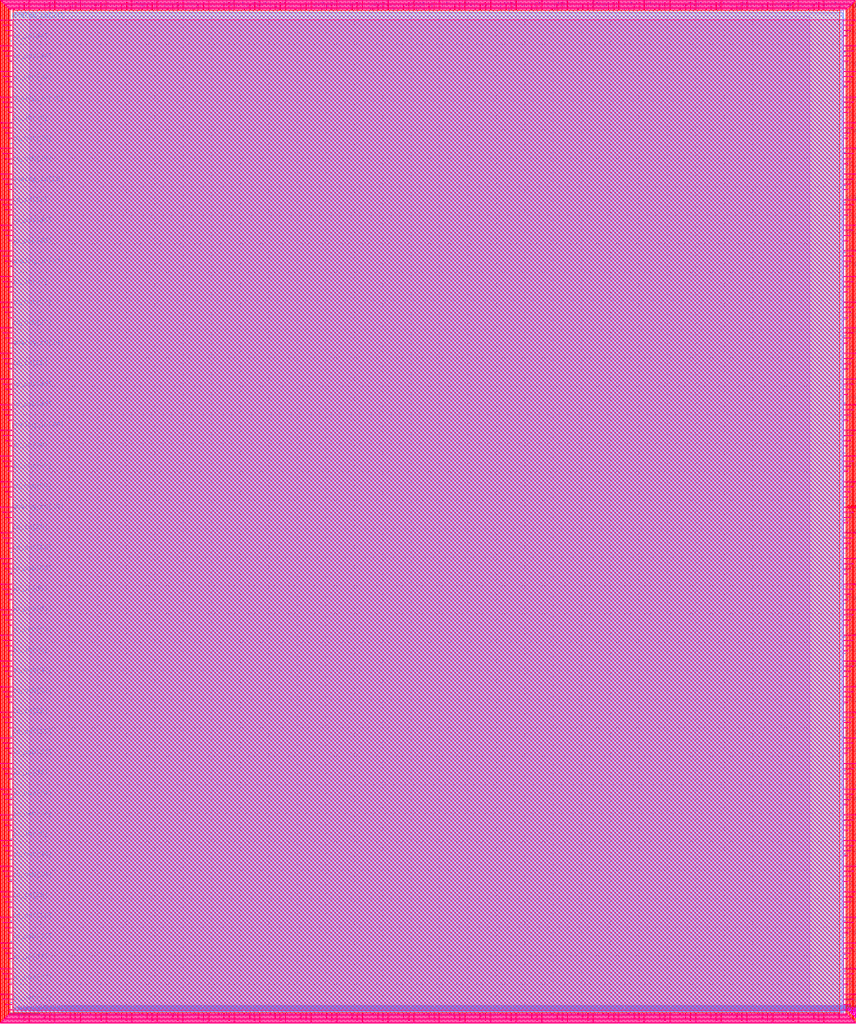
<source format=lef>
VERSION 5.7 ;
  NOWIREEXTENSIONATPIN ON ;
  DIVIDERCHAR "/" ;
  BUSBITCHARS "[]" ;
MACRO user_project_wrapper
  CLASS BLOCK ;
  FOREIGN user_project_wrapper ;
  ORIGIN 0.000 0.000 ;
  SIZE 2920.000 BY 3520.000 ;
  PIN analog_io[0]
    DIRECTION INOUT ;
    USE SIGNAL ;
    PORT
      LAYER met3 ;
        RECT 2919.700 28.980 2924.800 30.180 ;
    END
  END analog_io[0]
  PIN analog_io[10]
    DIRECTION INOUT ;
    USE SIGNAL ;
    PORT
      LAYER met3 ;
        RECT 2919.700 2374.980 2924.800 2376.180 ;
    END
  END analog_io[10]
  PIN analog_io[11]
    DIRECTION INOUT ;
    USE SIGNAL ;
    PORT
      LAYER met3 ;
        RECT 2919.700 2609.580 2924.800 2610.780 ;
    END
  END analog_io[11]
  PIN analog_io[12]
    DIRECTION INOUT ;
    USE SIGNAL ;
    PORT
      LAYER met3 ;
        RECT 2919.700 2844.180 2924.800 2845.380 ;
    END
  END analog_io[12]
  PIN analog_io[13]
    DIRECTION INOUT ;
    USE SIGNAL ;
    PORT
      LAYER met3 ;
        RECT 2919.700 3078.780 2924.800 3079.980 ;
    END
  END analog_io[13]
  PIN analog_io[14]
    DIRECTION INOUT ;
    USE SIGNAL ;
    PORT
      LAYER met3 ;
        RECT 2919.700 3313.380 2924.800 3314.580 ;
    END
  END analog_io[14]
  PIN analog_io[15]
    DIRECTION INOUT ;
    USE SIGNAL ;
    PORT
      LAYER met2 ;
        RECT 2879.090 3519.700 2879.650 3524.800 ;
    END
  END analog_io[15]
  PIN analog_io[16]
    DIRECTION INOUT ;
    USE SIGNAL ;
    PORT
      LAYER met2 ;
        RECT 2554.790 3519.700 2555.350 3524.800 ;
    END
  END analog_io[16]
  PIN analog_io[17]
    DIRECTION INOUT ;
    USE SIGNAL ;
    PORT
      LAYER met2 ;
        RECT 2230.490 3519.700 2231.050 3524.800 ;
    END
  END analog_io[17]
  PIN analog_io[18]
    DIRECTION INOUT ;
    USE SIGNAL ;
    PORT
      LAYER met2 ;
        RECT 1905.730 3519.700 1906.290 3524.800 ;
    END
  END analog_io[18]
  PIN analog_io[19]
    DIRECTION INOUT ;
    USE SIGNAL ;
    PORT
      LAYER met2 ;
        RECT 1581.430 3519.700 1581.990 3524.800 ;
    END
  END analog_io[19]
  PIN analog_io[1]
    DIRECTION INOUT ;
    USE SIGNAL ;
    PORT
      LAYER met3 ;
        RECT 2919.700 263.580 2924.800 264.780 ;
    END
  END analog_io[1]
  PIN analog_io[20]
    DIRECTION INOUT ;
    USE SIGNAL ;
    PORT
      LAYER met2 ;
        RECT 1257.130 3519.700 1257.690 3524.800 ;
    END
  END analog_io[20]
  PIN analog_io[21]
    DIRECTION INOUT ;
    USE SIGNAL ;
    PORT
      LAYER met2 ;
        RECT 932.370 3519.700 932.930 3524.800 ;
    END
  END analog_io[21]
  PIN analog_io[22]
    DIRECTION INOUT ;
    USE SIGNAL ;
    PORT
      LAYER met2 ;
        RECT 608.070 3519.700 608.630 3524.800 ;
    END
  END analog_io[22]
  PIN analog_io[23]
    DIRECTION INOUT ;
    USE SIGNAL ;
    PORT
      LAYER met2 ;
        RECT 283.770 3519.700 284.330 3524.800 ;
    END
  END analog_io[23]
  PIN analog_io[24]
    DIRECTION INOUT ;
    USE SIGNAL ;
    PORT
      LAYER met3 ;
        RECT -4.800 3482.700 0.300 3483.900 ;
    END
  END analog_io[24]
  PIN analog_io[25]
    DIRECTION INOUT ;
    USE SIGNAL ;
    PORT
      LAYER met3 ;
        RECT -4.800 3195.060 0.300 3196.260 ;
    END
  END analog_io[25]
  PIN analog_io[26]
    DIRECTION INOUT ;
    USE SIGNAL ;
    PORT
      LAYER met3 ;
        RECT -4.800 2908.100 0.300 2909.300 ;
    END
  END analog_io[26]
  PIN analog_io[27]
    DIRECTION INOUT ;
    USE SIGNAL ;
    PORT
      LAYER met3 ;
        RECT -4.800 2620.460 0.300 2621.660 ;
    END
  END analog_io[27]
  PIN analog_io[28]
    DIRECTION INOUT ;
    USE SIGNAL ;
    PORT
      LAYER met3 ;
        RECT -4.800 2333.500 0.300 2334.700 ;
    END
  END analog_io[28]
  PIN analog_io[29]
    DIRECTION INOUT ;
    USE SIGNAL ;
    PORT
      LAYER met3 ;
        RECT -4.800 2045.860 0.300 2047.060 ;
    END
  END analog_io[29]
  PIN analog_io[2]
    DIRECTION INOUT ;
    USE SIGNAL ;
    PORT
      LAYER met3 ;
        RECT 2919.700 498.180 2924.800 499.380 ;
    END
  END analog_io[2]
  PIN analog_io[30]
    DIRECTION INOUT ;
    USE SIGNAL ;
    PORT
      LAYER met3 ;
        RECT -4.800 1758.900 0.300 1760.100 ;
    END
  END analog_io[30]
  PIN analog_io[3]
    DIRECTION INOUT ;
    USE SIGNAL ;
    PORT
      LAYER met3 ;
        RECT 2919.700 732.780 2924.800 733.980 ;
    END
  END analog_io[3]
  PIN analog_io[4]
    DIRECTION INOUT ;
    USE SIGNAL ;
    PORT
      LAYER met3 ;
        RECT 2919.700 967.380 2924.800 968.580 ;
    END
  END analog_io[4]
  PIN analog_io[5]
    DIRECTION INOUT ;
    USE SIGNAL ;
    PORT
      LAYER met3 ;
        RECT 2919.700 1201.980 2924.800 1203.180 ;
    END
  END analog_io[5]
  PIN analog_io[6]
    DIRECTION INOUT ;
    USE SIGNAL ;
    PORT
      LAYER met3 ;
        RECT 2919.700 1436.580 2924.800 1437.780 ;
    END
  END analog_io[6]
  PIN analog_io[7]
    DIRECTION INOUT ;
    USE SIGNAL ;
    PORT
      LAYER met3 ;
        RECT 2919.700 1671.180 2924.800 1672.380 ;
    END
  END analog_io[7]
  PIN analog_io[8]
    DIRECTION INOUT ;
    USE SIGNAL ;
    PORT
      LAYER met3 ;
        RECT 2919.700 1905.780 2924.800 1906.980 ;
    END
  END analog_io[8]
  PIN analog_io[9]
    DIRECTION INOUT ;
    USE SIGNAL ;
    PORT
      LAYER met3 ;
        RECT 2919.700 2140.380 2924.800 2141.580 ;
    END
  END analog_io[9]
  PIN io_in[0]
    DIRECTION INPUT ;
    USE SIGNAL ;
    PORT
      LAYER met3 ;
        RECT 2919.700 87.460 2924.800 88.660 ;
    END
  END io_in[0]
  PIN io_in[10]
    DIRECTION INPUT ;
    USE SIGNAL ;
    PORT
      LAYER met3 ;
        RECT 2919.700 2433.460 2924.800 2434.660 ;
    END
  END io_in[10]
  PIN io_in[11]
    DIRECTION INPUT ;
    USE SIGNAL ;
    PORT
      LAYER met3 ;
        RECT 2919.700 2668.740 2924.800 2669.940 ;
    END
  END io_in[11]
  PIN io_in[12]
    DIRECTION INPUT ;
    USE SIGNAL ;
    PORT
      LAYER met3 ;
        RECT 2919.700 2903.340 2924.800 2904.540 ;
    END
  END io_in[12]
  PIN io_in[13]
    DIRECTION INPUT ;
    USE SIGNAL ;
    PORT
      LAYER met3 ;
        RECT 2919.700 3137.940 2924.800 3139.140 ;
    END
  END io_in[13]
  PIN io_in[14]
    DIRECTION INPUT ;
    USE SIGNAL ;
    PORT
      LAYER met3 ;
        RECT 2919.700 3372.540 2924.800 3373.740 ;
    END
  END io_in[14]
  PIN io_in[15]
    DIRECTION INPUT ;
    USE SIGNAL ;
    PORT
      LAYER met2 ;
        RECT 2798.130 3519.700 2798.690 3524.800 ;
    END
  END io_in[15]
  PIN io_in[16]
    DIRECTION INPUT ;
    USE SIGNAL ;
    PORT
      LAYER met2 ;
        RECT 2473.830 3519.700 2474.390 3524.800 ;
    END
  END io_in[16]
  PIN io_in[17]
    DIRECTION INPUT ;
    USE SIGNAL ;
    PORT
      LAYER met2 ;
        RECT 2149.070 3519.700 2149.630 3524.800 ;
    END
  END io_in[17]
  PIN io_in[18]
    DIRECTION INPUT ;
    USE SIGNAL ;
    PORT
      LAYER met2 ;
        RECT 1824.770 3519.700 1825.330 3524.800 ;
    END
  END io_in[18]
  PIN io_in[19]
    DIRECTION INPUT ;
    USE SIGNAL ;
    PORT
      LAYER met2 ;
        RECT 1500.470 3519.700 1501.030 3524.800 ;
    END
  END io_in[19]
  PIN io_in[1]
    DIRECTION INPUT ;
    USE SIGNAL ;
    PORT
      LAYER met3 ;
        RECT 2919.700 322.060 2924.800 323.260 ;
    END
  END io_in[1]
  PIN io_in[20]
    DIRECTION INPUT ;
    USE SIGNAL ;
    PORT
      LAYER met2 ;
        RECT 1175.710 3519.700 1176.270 3524.800 ;
    END
  END io_in[20]
  PIN io_in[21]
    DIRECTION INPUT ;
    USE SIGNAL ;
    PORT
      LAYER met2 ;
        RECT 851.410 3519.700 851.970 3524.800 ;
    END
  END io_in[21]
  PIN io_in[22]
    DIRECTION INPUT ;
    USE SIGNAL ;
    PORT
      LAYER met2 ;
        RECT 527.110 3519.700 527.670 3524.800 ;
    END
  END io_in[22]
  PIN io_in[23]
    DIRECTION INPUT ;
    USE SIGNAL ;
    PORT
      LAYER met2 ;
        RECT 202.350 3519.700 202.910 3524.800 ;
    END
  END io_in[23]
  PIN io_in[24]
    DIRECTION INPUT ;
    USE SIGNAL ;
    PORT
      LAYER met3 ;
        RECT -4.800 3410.620 0.300 3411.820 ;
    END
  END io_in[24]
  PIN io_in[25]
    DIRECTION INPUT ;
    USE SIGNAL ;
    PORT
      LAYER met3 ;
        RECT -4.800 3123.660 0.300 3124.860 ;
    END
  END io_in[25]
  PIN io_in[26]
    DIRECTION INPUT ;
    USE SIGNAL ;
    PORT
      LAYER met3 ;
        RECT -4.800 2836.020 0.300 2837.220 ;
    END
  END io_in[26]
  PIN io_in[27]
    DIRECTION INPUT ;
    USE SIGNAL ;
    PORT
      LAYER met3 ;
        RECT -4.800 2549.060 0.300 2550.260 ;
    END
  END io_in[27]
  PIN io_in[28]
    DIRECTION INPUT ;
    USE SIGNAL ;
    PORT
      LAYER met3 ;
        RECT -4.800 2261.420 0.300 2262.620 ;
    END
  END io_in[28]
  PIN io_in[29]
    DIRECTION INPUT ;
    USE SIGNAL ;
    PORT
      LAYER met3 ;
        RECT -4.800 1974.460 0.300 1975.660 ;
    END
  END io_in[29]
  PIN io_in[2]
    DIRECTION INPUT ;
    USE SIGNAL ;
    PORT
      LAYER met3 ;
        RECT 2919.700 556.660 2924.800 557.860 ;
    END
  END io_in[2]
  PIN io_in[30]
    DIRECTION INPUT ;
    USE SIGNAL ;
    PORT
      LAYER met3 ;
        RECT -4.800 1686.820 0.300 1688.020 ;
    END
  END io_in[30]
  PIN io_in[31]
    DIRECTION INPUT ;
    USE SIGNAL ;
    PORT
      LAYER met3 ;
        RECT -4.800 1471.260 0.300 1472.460 ;
    END
  END io_in[31]
  PIN io_in[32]
    DIRECTION INPUT ;
    USE SIGNAL ;
    PORT
      LAYER met3 ;
        RECT -4.800 1255.700 0.300 1256.900 ;
    END
  END io_in[32]
  PIN io_in[33]
    DIRECTION INPUT ;
    USE SIGNAL ;
    PORT
      LAYER met3 ;
        RECT -4.800 1040.140 0.300 1041.340 ;
    END
  END io_in[33]
  PIN io_in[34]
    DIRECTION INPUT ;
    USE SIGNAL ;
    PORT
      LAYER met3 ;
        RECT -4.800 824.580 0.300 825.780 ;
    END
  END io_in[34]
  PIN io_in[35]
    DIRECTION INPUT ;
    USE SIGNAL ;
    PORT
      LAYER met3 ;
        RECT -4.800 609.700 0.300 610.900 ;
    END
  END io_in[35]
  PIN io_in[36]
    DIRECTION INPUT ;
    USE SIGNAL ;
    PORT
      LAYER met3 ;
        RECT -4.800 394.140 0.300 395.340 ;
    END
  END io_in[36]
  PIN io_in[37]
    DIRECTION INPUT ;
    USE SIGNAL ;
    PORT
      LAYER met3 ;
        RECT -4.800 178.580 0.300 179.780 ;
    END
  END io_in[37]
  PIN io_in[3]
    DIRECTION INPUT ;
    USE SIGNAL ;
    PORT
      LAYER met3 ;
        RECT 2919.700 791.260 2924.800 792.460 ;
    END
  END io_in[3]
  PIN io_in[4]
    DIRECTION INPUT ;
    USE SIGNAL ;
    PORT
      LAYER met3 ;
        RECT 2919.700 1025.860 2924.800 1027.060 ;
    END
  END io_in[4]
  PIN io_in[5]
    DIRECTION INPUT ;
    USE SIGNAL ;
    PORT
      LAYER met3 ;
        RECT 2919.700 1260.460 2924.800 1261.660 ;
    END
  END io_in[5]
  PIN io_in[6]
    DIRECTION INPUT ;
    USE SIGNAL ;
    PORT
      LAYER met3 ;
        RECT 2919.700 1495.060 2924.800 1496.260 ;
    END
  END io_in[6]
  PIN io_in[7]
    DIRECTION INPUT ;
    USE SIGNAL ;
    PORT
      LAYER met3 ;
        RECT 2919.700 1729.660 2924.800 1730.860 ;
    END
  END io_in[7]
  PIN io_in[8]
    DIRECTION INPUT ;
    USE SIGNAL ;
    PORT
      LAYER met3 ;
        RECT 2919.700 1964.260 2924.800 1965.460 ;
    END
  END io_in[8]
  PIN io_in[9]
    DIRECTION INPUT ;
    USE SIGNAL ;
    PORT
      LAYER met3 ;
        RECT 2919.700 2198.860 2924.800 2200.060 ;
    END
  END io_in[9]
  PIN io_oeb[0]
    DIRECTION OUTPUT TRISTATE ;
    USE SIGNAL ;
    PORT
      LAYER met3 ;
        RECT 2919.700 204.420 2924.800 205.620 ;
    END
  END io_oeb[0]
  PIN io_oeb[10]
    DIRECTION OUTPUT TRISTATE ;
    USE SIGNAL ;
    PORT
      LAYER met3 ;
        RECT 2919.700 2551.100 2924.800 2552.300 ;
    END
  END io_oeb[10]
  PIN io_oeb[11]
    DIRECTION OUTPUT TRISTATE ;
    USE SIGNAL ;
    PORT
      LAYER met3 ;
        RECT 2919.700 2785.700 2924.800 2786.900 ;
    END
  END io_oeb[11]
  PIN io_oeb[12]
    DIRECTION OUTPUT TRISTATE ;
    USE SIGNAL ;
    PORT
      LAYER met3 ;
        RECT 2919.700 3020.300 2924.800 3021.500 ;
    END
  END io_oeb[12]
  PIN io_oeb[13]
    DIRECTION OUTPUT TRISTATE ;
    USE SIGNAL ;
    PORT
      LAYER met3 ;
        RECT 2919.700 3254.900 2924.800 3256.100 ;
    END
  END io_oeb[13]
  PIN io_oeb[14]
    DIRECTION OUTPUT TRISTATE ;
    USE SIGNAL ;
    PORT
      LAYER met3 ;
        RECT 2919.700 3489.500 2924.800 3490.700 ;
    END
  END io_oeb[14]
  PIN io_oeb[15]
    DIRECTION OUTPUT TRISTATE ;
    USE SIGNAL ;
    PORT
      LAYER met2 ;
        RECT 2635.750 3519.700 2636.310 3524.800 ;
    END
  END io_oeb[15]
  PIN io_oeb[16]
    DIRECTION OUTPUT TRISTATE ;
    USE SIGNAL ;
    PORT
      LAYER met2 ;
        RECT 2311.450 3519.700 2312.010 3524.800 ;
    END
  END io_oeb[16]
  PIN io_oeb[17]
    DIRECTION OUTPUT TRISTATE ;
    USE SIGNAL ;
    PORT
      LAYER met2 ;
        RECT 1987.150 3519.700 1987.710 3524.800 ;
    END
  END io_oeb[17]
  PIN io_oeb[18]
    DIRECTION OUTPUT TRISTATE ;
    USE SIGNAL ;
    PORT
      LAYER met2 ;
        RECT 1662.390 3519.700 1662.950 3524.800 ;
    END
  END io_oeb[18]
  PIN io_oeb[19]
    DIRECTION OUTPUT TRISTATE ;
    USE SIGNAL ;
    PORT
      LAYER met2 ;
        RECT 1338.090 3519.700 1338.650 3524.800 ;
    END
  END io_oeb[19]
  PIN io_oeb[1]
    DIRECTION OUTPUT TRISTATE ;
    USE SIGNAL ;
    PORT
      LAYER met3 ;
        RECT 2919.700 439.020 2924.800 440.220 ;
    END
  END io_oeb[1]
  PIN io_oeb[20]
    DIRECTION OUTPUT TRISTATE ;
    USE SIGNAL ;
    PORT
      LAYER met2 ;
        RECT 1013.790 3519.700 1014.350 3524.800 ;
    END
  END io_oeb[20]
  PIN io_oeb[21]
    DIRECTION OUTPUT TRISTATE ;
    USE SIGNAL ;
    PORT
      LAYER met2 ;
        RECT 689.030 3519.700 689.590 3524.800 ;
    END
  END io_oeb[21]
  PIN io_oeb[22]
    DIRECTION OUTPUT TRISTATE ;
    USE SIGNAL ;
    PORT
      LAYER met2 ;
        RECT 364.730 3519.700 365.290 3524.800 ;
    END
  END io_oeb[22]
  PIN io_oeb[23]
    DIRECTION OUTPUT TRISTATE ;
    USE SIGNAL ;
    PORT
      LAYER met2 ;
        RECT 40.430 3519.700 40.990 3524.800 ;
    END
  END io_oeb[23]
  PIN io_oeb[24]
    DIRECTION OUTPUT TRISTATE ;
    USE SIGNAL ;
    PORT
      LAYER met3 ;
        RECT -4.800 3267.140 0.300 3268.340 ;
    END
  END io_oeb[24]
  PIN io_oeb[25]
    DIRECTION OUTPUT TRISTATE ;
    USE SIGNAL ;
    PORT
      LAYER met3 ;
        RECT -4.800 2979.500 0.300 2980.700 ;
    END
  END io_oeb[25]
  PIN io_oeb[26]
    DIRECTION OUTPUT TRISTATE ;
    USE SIGNAL ;
    PORT
      LAYER met3 ;
        RECT -4.800 2692.540 0.300 2693.740 ;
    END
  END io_oeb[26]
  PIN io_oeb[27]
    DIRECTION OUTPUT TRISTATE ;
    USE SIGNAL ;
    PORT
      LAYER met3 ;
        RECT -4.800 2404.900 0.300 2406.100 ;
    END
  END io_oeb[27]
  PIN io_oeb[28]
    DIRECTION OUTPUT TRISTATE ;
    USE SIGNAL ;
    PORT
      LAYER met3 ;
        RECT -4.800 2117.940 0.300 2119.140 ;
    END
  END io_oeb[28]
  PIN io_oeb[29]
    DIRECTION OUTPUT TRISTATE ;
    USE SIGNAL ;
    PORT
      LAYER met3 ;
        RECT -4.800 1830.300 0.300 1831.500 ;
    END
  END io_oeb[29]
  PIN io_oeb[2]
    DIRECTION OUTPUT TRISTATE ;
    USE SIGNAL ;
    PORT
      LAYER met3 ;
        RECT 2919.700 673.620 2924.800 674.820 ;
    END
  END io_oeb[2]
  PIN io_oeb[30]
    DIRECTION OUTPUT TRISTATE ;
    USE SIGNAL ;
    PORT
      LAYER met3 ;
        RECT -4.800 1543.340 0.300 1544.540 ;
    END
  END io_oeb[30]
  PIN io_oeb[31]
    DIRECTION OUTPUT TRISTATE ;
    USE SIGNAL ;
    PORT
      LAYER met3 ;
        RECT -4.800 1327.780 0.300 1328.980 ;
    END
  END io_oeb[31]
  PIN io_oeb[32]
    DIRECTION OUTPUT TRISTATE ;
    USE SIGNAL ;
    PORT
      LAYER met3 ;
        RECT -4.800 1112.220 0.300 1113.420 ;
    END
  END io_oeb[32]
  PIN io_oeb[33]
    DIRECTION OUTPUT TRISTATE ;
    USE SIGNAL ;
    PORT
      LAYER met3 ;
        RECT -4.800 896.660 0.300 897.860 ;
    END
  END io_oeb[33]
  PIN io_oeb[34]
    DIRECTION OUTPUT TRISTATE ;
    USE SIGNAL ;
    PORT
      LAYER met3 ;
        RECT -4.800 681.100 0.300 682.300 ;
    END
  END io_oeb[34]
  PIN io_oeb[35]
    DIRECTION OUTPUT TRISTATE ;
    USE SIGNAL ;
    PORT
      LAYER met3 ;
        RECT -4.800 465.540 0.300 466.740 ;
    END
  END io_oeb[35]
  PIN io_oeb[36]
    DIRECTION OUTPUT TRISTATE ;
    USE SIGNAL ;
    PORT
      LAYER met3 ;
        RECT -4.800 249.980 0.300 251.180 ;
    END
  END io_oeb[36]
  PIN io_oeb[37]
    DIRECTION OUTPUT TRISTATE ;
    USE SIGNAL ;
    PORT
      LAYER met3 ;
        RECT -4.800 35.100 0.300 36.300 ;
    END
  END io_oeb[37]
  PIN io_oeb[3]
    DIRECTION OUTPUT TRISTATE ;
    USE SIGNAL ;
    PORT
      LAYER met3 ;
        RECT 2919.700 908.900 2924.800 910.100 ;
    END
  END io_oeb[3]
  PIN io_oeb[4]
    DIRECTION OUTPUT TRISTATE ;
    USE SIGNAL ;
    PORT
      LAYER met3 ;
        RECT 2919.700 1143.500 2924.800 1144.700 ;
    END
  END io_oeb[4]
  PIN io_oeb[5]
    DIRECTION OUTPUT TRISTATE ;
    USE SIGNAL ;
    PORT
      LAYER met3 ;
        RECT 2919.700 1378.100 2924.800 1379.300 ;
    END
  END io_oeb[5]
  PIN io_oeb[6]
    DIRECTION OUTPUT TRISTATE ;
    USE SIGNAL ;
    PORT
      LAYER met3 ;
        RECT 2919.700 1612.700 2924.800 1613.900 ;
    END
  END io_oeb[6]
  PIN io_oeb[7]
    DIRECTION OUTPUT TRISTATE ;
    USE SIGNAL ;
    PORT
      LAYER met3 ;
        RECT 2919.700 1847.300 2924.800 1848.500 ;
    END
  END io_oeb[7]
  PIN io_oeb[8]
    DIRECTION OUTPUT TRISTATE ;
    USE SIGNAL ;
    PORT
      LAYER met3 ;
        RECT 2919.700 2081.900 2924.800 2083.100 ;
    END
  END io_oeb[8]
  PIN io_oeb[9]
    DIRECTION OUTPUT TRISTATE ;
    USE SIGNAL ;
    PORT
      LAYER met3 ;
        RECT 2919.700 2316.500 2924.800 2317.700 ;
    END
  END io_oeb[9]
  PIN io_out[0]
    DIRECTION OUTPUT TRISTATE ;
    USE SIGNAL ;
    PORT
      LAYER met3 ;
        RECT 2919.700 145.940 2924.800 147.140 ;
    END
  END io_out[0]
  PIN io_out[10]
    DIRECTION OUTPUT TRISTATE ;
    USE SIGNAL ;
    PORT
      LAYER met3 ;
        RECT 2919.700 2492.620 2924.800 2493.820 ;
    END
  END io_out[10]
  PIN io_out[11]
    DIRECTION OUTPUT TRISTATE ;
    USE SIGNAL ;
    PORT
      LAYER met3 ;
        RECT 2919.700 2727.220 2924.800 2728.420 ;
    END
  END io_out[11]
  PIN io_out[12]
    DIRECTION OUTPUT TRISTATE ;
    USE SIGNAL ;
    PORT
      LAYER met3 ;
        RECT 2919.700 2961.820 2924.800 2963.020 ;
    END
  END io_out[12]
  PIN io_out[13]
    DIRECTION OUTPUT TRISTATE ;
    USE SIGNAL ;
    PORT
      LAYER met3 ;
        RECT 2919.700 3196.420 2924.800 3197.620 ;
    END
  END io_out[13]
  PIN io_out[14]
    DIRECTION OUTPUT TRISTATE ;
    USE SIGNAL ;
    PORT
      LAYER met3 ;
        RECT 2919.700 3431.020 2924.800 3432.220 ;
    END
  END io_out[14]
  PIN io_out[15]
    DIRECTION OUTPUT TRISTATE ;
    USE SIGNAL ;
    PORT
      LAYER met2 ;
        RECT 2717.170 3519.700 2717.730 3524.800 ;
    END
  END io_out[15]
  PIN io_out[16]
    DIRECTION OUTPUT TRISTATE ;
    USE SIGNAL ;
    PORT
      LAYER met2 ;
        RECT 2392.410 3519.700 2392.970 3524.800 ;
    END
  END io_out[16]
  PIN io_out[17]
    DIRECTION OUTPUT TRISTATE ;
    USE SIGNAL ;
    PORT
      LAYER met2 ;
        RECT 2068.110 3519.700 2068.670 3524.800 ;
    END
  END io_out[17]
  PIN io_out[18]
    DIRECTION OUTPUT TRISTATE ;
    USE SIGNAL ;
    PORT
      LAYER met2 ;
        RECT 1743.810 3519.700 1744.370 3524.800 ;
    END
  END io_out[18]
  PIN io_out[19]
    DIRECTION OUTPUT TRISTATE ;
    USE SIGNAL ;
    PORT
      LAYER met2 ;
        RECT 1419.050 3519.700 1419.610 3524.800 ;
    END
  END io_out[19]
  PIN io_out[1]
    DIRECTION OUTPUT TRISTATE ;
    USE SIGNAL ;
    PORT
      LAYER met3 ;
        RECT 2919.700 380.540 2924.800 381.740 ;
    END
  END io_out[1]
  PIN io_out[20]
    DIRECTION OUTPUT TRISTATE ;
    USE SIGNAL ;
    PORT
      LAYER met2 ;
        RECT 1094.750 3519.700 1095.310 3524.800 ;
    END
  END io_out[20]
  PIN io_out[21]
    DIRECTION OUTPUT TRISTATE ;
    USE SIGNAL ;
    PORT
      LAYER met2 ;
        RECT 770.450 3519.700 771.010 3524.800 ;
    END
  END io_out[21]
  PIN io_out[22]
    DIRECTION OUTPUT TRISTATE ;
    USE SIGNAL ;
    PORT
      LAYER met2 ;
        RECT 445.690 3519.700 446.250 3524.800 ;
    END
  END io_out[22]
  PIN io_out[23]
    DIRECTION OUTPUT TRISTATE ;
    USE SIGNAL ;
    PORT
      LAYER met2 ;
        RECT 121.390 3519.700 121.950 3524.800 ;
    END
  END io_out[23]
  PIN io_out[24]
    DIRECTION OUTPUT TRISTATE ;
    USE SIGNAL ;
    PORT
      LAYER met3 ;
        RECT -4.800 3339.220 0.300 3340.420 ;
    END
  END io_out[24]
  PIN io_out[25]
    DIRECTION OUTPUT TRISTATE ;
    USE SIGNAL ;
    PORT
      LAYER met3 ;
        RECT -4.800 3051.580 0.300 3052.780 ;
    END
  END io_out[25]
  PIN io_out[26]
    DIRECTION OUTPUT TRISTATE ;
    USE SIGNAL ;
    PORT
      LAYER met3 ;
        RECT -4.800 2764.620 0.300 2765.820 ;
    END
  END io_out[26]
  PIN io_out[27]
    DIRECTION OUTPUT TRISTATE ;
    USE SIGNAL ;
    PORT
      LAYER met3 ;
        RECT -4.800 2476.980 0.300 2478.180 ;
    END
  END io_out[27]
  PIN io_out[28]
    DIRECTION OUTPUT TRISTATE ;
    USE SIGNAL ;
    PORT
      LAYER met3 ;
        RECT -4.800 2189.340 0.300 2190.540 ;
    END
  END io_out[28]
  PIN io_out[29]
    DIRECTION OUTPUT TRISTATE ;
    USE SIGNAL ;
    PORT
      LAYER met3 ;
        RECT -4.800 1902.380 0.300 1903.580 ;
    END
  END io_out[29]
  PIN io_out[2]
    DIRECTION OUTPUT TRISTATE ;
    USE SIGNAL ;
    PORT
      LAYER met3 ;
        RECT 2919.700 615.140 2924.800 616.340 ;
    END
  END io_out[2]
  PIN io_out[30]
    DIRECTION OUTPUT TRISTATE ;
    USE SIGNAL ;
    PORT
      LAYER met3 ;
        RECT -4.800 1614.740 0.300 1615.940 ;
    END
  END io_out[30]
  PIN io_out[31]
    DIRECTION OUTPUT TRISTATE ;
    USE SIGNAL ;
    PORT
      LAYER met3 ;
        RECT -4.800 1399.860 0.300 1401.060 ;
    END
  END io_out[31]
  PIN io_out[32]
    DIRECTION OUTPUT TRISTATE ;
    USE SIGNAL ;
    PORT
      LAYER met3 ;
        RECT -4.800 1184.300 0.300 1185.500 ;
    END
  END io_out[32]
  PIN io_out[33]
    DIRECTION OUTPUT TRISTATE ;
    USE SIGNAL ;
    PORT
      LAYER met3 ;
        RECT -4.800 968.740 0.300 969.940 ;
    END
  END io_out[33]
  PIN io_out[34]
    DIRECTION OUTPUT TRISTATE ;
    USE SIGNAL ;
    PORT
      LAYER met3 ;
        RECT -4.800 753.180 0.300 754.380 ;
    END
  END io_out[34]
  PIN io_out[35]
    DIRECTION OUTPUT TRISTATE ;
    USE SIGNAL ;
    PORT
      LAYER met3 ;
        RECT -4.800 537.620 0.300 538.820 ;
    END
  END io_out[35]
  PIN io_out[36]
    DIRECTION OUTPUT TRISTATE ;
    USE SIGNAL ;
    PORT
      LAYER met3 ;
        RECT -4.800 322.060 0.300 323.260 ;
    END
  END io_out[36]
  PIN io_out[37]
    DIRECTION OUTPUT TRISTATE ;
    USE SIGNAL ;
    PORT
      LAYER met3 ;
        RECT -4.800 106.500 0.300 107.700 ;
    END
  END io_out[37]
  PIN io_out[3]
    DIRECTION OUTPUT TRISTATE ;
    USE SIGNAL ;
    PORT
      LAYER met3 ;
        RECT 2919.700 849.740 2924.800 850.940 ;
    END
  END io_out[3]
  PIN io_out[4]
    DIRECTION OUTPUT TRISTATE ;
    USE SIGNAL ;
    PORT
      LAYER met3 ;
        RECT 2919.700 1084.340 2924.800 1085.540 ;
    END
  END io_out[4]
  PIN io_out[5]
    DIRECTION OUTPUT TRISTATE ;
    USE SIGNAL ;
    PORT
      LAYER met3 ;
        RECT 2919.700 1318.940 2924.800 1320.140 ;
    END
  END io_out[5]
  PIN io_out[6]
    DIRECTION OUTPUT TRISTATE ;
    USE SIGNAL ;
    PORT
      LAYER met3 ;
        RECT 2919.700 1553.540 2924.800 1554.740 ;
    END
  END io_out[6]
  PIN io_out[7]
    DIRECTION OUTPUT TRISTATE ;
    USE SIGNAL ;
    PORT
      LAYER met3 ;
        RECT 2919.700 1788.820 2924.800 1790.020 ;
    END
  END io_out[7]
  PIN io_out[8]
    DIRECTION OUTPUT TRISTATE ;
    USE SIGNAL ;
    PORT
      LAYER met3 ;
        RECT 2919.700 2023.420 2924.800 2024.620 ;
    END
  END io_out[8]
  PIN io_out[9]
    DIRECTION OUTPUT TRISTATE ;
    USE SIGNAL ;
    PORT
      LAYER met3 ;
        RECT 2919.700 2258.020 2924.800 2259.220 ;
    END
  END io_out[9]
  PIN la_data_in[0]
    DIRECTION INPUT ;
    USE SIGNAL ;
    PORT
      LAYER met2 ;
        RECT 632.910 -4.800 633.470 0.300 ;
    END
  END la_data_in[0]
  PIN la_data_in[100]
    DIRECTION INPUT ;
    USE SIGNAL ;
    PORT
      LAYER met2 ;
        RECT 2417.250 -4.800 2417.810 0.300 ;
    END
  END la_data_in[100]
  PIN la_data_in[101]
    DIRECTION INPUT ;
    USE SIGNAL ;
    PORT
      LAYER met2 ;
        RECT 2434.730 -4.800 2435.290 0.300 ;
    END
  END la_data_in[101]
  PIN la_data_in[102]
    DIRECTION INPUT ;
    USE SIGNAL ;
    PORT
      LAYER met2 ;
        RECT 2452.670 -4.800 2453.230 0.300 ;
    END
  END la_data_in[102]
  PIN la_data_in[103]
    DIRECTION INPUT ;
    USE SIGNAL ;
    PORT
      LAYER met2 ;
        RECT 2470.610 -4.800 2471.170 0.300 ;
    END
  END la_data_in[103]
  PIN la_data_in[104]
    DIRECTION INPUT ;
    USE SIGNAL ;
    PORT
      LAYER met2 ;
        RECT 2488.550 -4.800 2489.110 0.300 ;
    END
  END la_data_in[104]
  PIN la_data_in[105]
    DIRECTION INPUT ;
    USE SIGNAL ;
    PORT
      LAYER met2 ;
        RECT 2506.030 -4.800 2506.590 0.300 ;
    END
  END la_data_in[105]
  PIN la_data_in[106]
    DIRECTION INPUT ;
    USE SIGNAL ;
    PORT
      LAYER met2 ;
        RECT 2523.970 -4.800 2524.530 0.300 ;
    END
  END la_data_in[106]
  PIN la_data_in[107]
    DIRECTION INPUT ;
    USE SIGNAL ;
    PORT
      LAYER met2 ;
        RECT 2541.910 -4.800 2542.470 0.300 ;
    END
  END la_data_in[107]
  PIN la_data_in[108]
    DIRECTION INPUT ;
    USE SIGNAL ;
    PORT
      LAYER met2 ;
        RECT 2559.850 -4.800 2560.410 0.300 ;
    END
  END la_data_in[108]
  PIN la_data_in[109]
    DIRECTION INPUT ;
    USE SIGNAL ;
    PORT
      LAYER met2 ;
        RECT 2577.790 -4.800 2578.350 0.300 ;
    END
  END la_data_in[109]
  PIN la_data_in[10]
    DIRECTION INPUT ;
    USE SIGNAL ;
    PORT
      LAYER met2 ;
        RECT 811.390 -4.800 811.950 0.300 ;
    END
  END la_data_in[10]
  PIN la_data_in[110]
    DIRECTION INPUT ;
    USE SIGNAL ;
    PORT
      LAYER met2 ;
        RECT 2595.270 -4.800 2595.830 0.300 ;
    END
  END la_data_in[110]
  PIN la_data_in[111]
    DIRECTION INPUT ;
    USE SIGNAL ;
    PORT
      LAYER met2 ;
        RECT 2613.210 -4.800 2613.770 0.300 ;
    END
  END la_data_in[111]
  PIN la_data_in[112]
    DIRECTION INPUT ;
    USE SIGNAL ;
    PORT
      LAYER met2 ;
        RECT 2631.150 -4.800 2631.710 0.300 ;
    END
  END la_data_in[112]
  PIN la_data_in[113]
    DIRECTION INPUT ;
    USE SIGNAL ;
    PORT
      LAYER met2 ;
        RECT 2649.090 -4.800 2649.650 0.300 ;
    END
  END la_data_in[113]
  PIN la_data_in[114]
    DIRECTION INPUT ;
    USE SIGNAL ;
    PORT
      LAYER met2 ;
        RECT 2667.030 -4.800 2667.590 0.300 ;
    END
  END la_data_in[114]
  PIN la_data_in[115]
    DIRECTION INPUT ;
    USE SIGNAL ;
    PORT
      LAYER met2 ;
        RECT 2684.510 -4.800 2685.070 0.300 ;
    END
  END la_data_in[115]
  PIN la_data_in[116]
    DIRECTION INPUT ;
    USE SIGNAL ;
    PORT
      LAYER met2 ;
        RECT 2702.450 -4.800 2703.010 0.300 ;
    END
  END la_data_in[116]
  PIN la_data_in[117]
    DIRECTION INPUT ;
    USE SIGNAL ;
    PORT
      LAYER met2 ;
        RECT 2720.390 -4.800 2720.950 0.300 ;
    END
  END la_data_in[117]
  PIN la_data_in[118]
    DIRECTION INPUT ;
    USE SIGNAL ;
    PORT
      LAYER met2 ;
        RECT 2738.330 -4.800 2738.890 0.300 ;
    END
  END la_data_in[118]
  PIN la_data_in[119]
    DIRECTION INPUT ;
    USE SIGNAL ;
    PORT
      LAYER met2 ;
        RECT 2755.810 -4.800 2756.370 0.300 ;
    END
  END la_data_in[119]
  PIN la_data_in[11]
    DIRECTION INPUT ;
    USE SIGNAL ;
    PORT
      LAYER met2 ;
        RECT 829.330 -4.800 829.890 0.300 ;
    END
  END la_data_in[11]
  PIN la_data_in[120]
    DIRECTION INPUT ;
    USE SIGNAL ;
    PORT
      LAYER met2 ;
        RECT 2773.750 -4.800 2774.310 0.300 ;
    END
  END la_data_in[120]
  PIN la_data_in[121]
    DIRECTION INPUT ;
    USE SIGNAL ;
    PORT
      LAYER met2 ;
        RECT 2791.690 -4.800 2792.250 0.300 ;
    END
  END la_data_in[121]
  PIN la_data_in[122]
    DIRECTION INPUT ;
    USE SIGNAL ;
    PORT
      LAYER met2 ;
        RECT 2809.630 -4.800 2810.190 0.300 ;
    END
  END la_data_in[122]
  PIN la_data_in[123]
    DIRECTION INPUT ;
    USE SIGNAL ;
    PORT
      LAYER met2 ;
        RECT 2827.570 -4.800 2828.130 0.300 ;
    END
  END la_data_in[123]
  PIN la_data_in[124]
    DIRECTION INPUT ;
    USE SIGNAL ;
    PORT
      LAYER met2 ;
        RECT 2845.050 -4.800 2845.610 0.300 ;
    END
  END la_data_in[124]
  PIN la_data_in[125]
    DIRECTION INPUT ;
    USE SIGNAL ;
    PORT
      LAYER met2 ;
        RECT 2862.990 -4.800 2863.550 0.300 ;
    END
  END la_data_in[125]
  PIN la_data_in[126]
    DIRECTION INPUT ;
    USE SIGNAL ;
    PORT
      LAYER met2 ;
        RECT 2880.930 -4.800 2881.490 0.300 ;
    END
  END la_data_in[126]
  PIN la_data_in[127]
    DIRECTION INPUT ;
    USE SIGNAL ;
    PORT
      LAYER met2 ;
        RECT 2898.870 -4.800 2899.430 0.300 ;
    END
  END la_data_in[127]
  PIN la_data_in[12]
    DIRECTION INPUT ;
    USE SIGNAL ;
    PORT
      LAYER met2 ;
        RECT 846.810 -4.800 847.370 0.300 ;
    END
  END la_data_in[12]
  PIN la_data_in[13]
    DIRECTION INPUT ;
    USE SIGNAL ;
    PORT
      LAYER met2 ;
        RECT 864.750 -4.800 865.310 0.300 ;
    END
  END la_data_in[13]
  PIN la_data_in[14]
    DIRECTION INPUT ;
    USE SIGNAL ;
    PORT
      LAYER met2 ;
        RECT 882.690 -4.800 883.250 0.300 ;
    END
  END la_data_in[14]
  PIN la_data_in[15]
    DIRECTION INPUT ;
    USE SIGNAL ;
    PORT
      LAYER met2 ;
        RECT 900.630 -4.800 901.190 0.300 ;
    END
  END la_data_in[15]
  PIN la_data_in[16]
    DIRECTION INPUT ;
    USE SIGNAL ;
    PORT
      LAYER met2 ;
        RECT 918.570 -4.800 919.130 0.300 ;
    END
  END la_data_in[16]
  PIN la_data_in[17]
    DIRECTION INPUT ;
    USE SIGNAL ;
    PORT
      LAYER met2 ;
        RECT 936.050 -4.800 936.610 0.300 ;
    END
  END la_data_in[17]
  PIN la_data_in[18]
    DIRECTION INPUT ;
    USE SIGNAL ;
    PORT
      LAYER met2 ;
        RECT 953.990 -4.800 954.550 0.300 ;
    END
  END la_data_in[18]
  PIN la_data_in[19]
    DIRECTION INPUT ;
    USE SIGNAL ;
    PORT
      LAYER met2 ;
        RECT 971.930 -4.800 972.490 0.300 ;
    END
  END la_data_in[19]
  PIN la_data_in[1]
    DIRECTION INPUT ;
    USE SIGNAL ;
    PORT
      LAYER met2 ;
        RECT 650.850 -4.800 651.410 0.300 ;
    END
  END la_data_in[1]
  PIN la_data_in[20]
    DIRECTION INPUT ;
    USE SIGNAL ;
    PORT
      LAYER met2 ;
        RECT 989.870 -4.800 990.430 0.300 ;
    END
  END la_data_in[20]
  PIN la_data_in[21]
    DIRECTION INPUT ;
    USE SIGNAL ;
    PORT
      LAYER met2 ;
        RECT 1007.350 -4.800 1007.910 0.300 ;
    END
  END la_data_in[21]
  PIN la_data_in[22]
    DIRECTION INPUT ;
    USE SIGNAL ;
    PORT
      LAYER met2 ;
        RECT 1025.290 -4.800 1025.850 0.300 ;
    END
  END la_data_in[22]
  PIN la_data_in[23]
    DIRECTION INPUT ;
    USE SIGNAL ;
    PORT
      LAYER met2 ;
        RECT 1043.230 -4.800 1043.790 0.300 ;
    END
  END la_data_in[23]
  PIN la_data_in[24]
    DIRECTION INPUT ;
    USE SIGNAL ;
    PORT
      LAYER met2 ;
        RECT 1061.170 -4.800 1061.730 0.300 ;
    END
  END la_data_in[24]
  PIN la_data_in[25]
    DIRECTION INPUT ;
    USE SIGNAL ;
    PORT
      LAYER met2 ;
        RECT 1079.110 -4.800 1079.670 0.300 ;
    END
  END la_data_in[25]
  PIN la_data_in[26]
    DIRECTION INPUT ;
    USE SIGNAL ;
    PORT
      LAYER met2 ;
        RECT 1096.590 -4.800 1097.150 0.300 ;
    END
  END la_data_in[26]
  PIN la_data_in[27]
    DIRECTION INPUT ;
    USE SIGNAL ;
    PORT
      LAYER met2 ;
        RECT 1114.530 -4.800 1115.090 0.300 ;
    END
  END la_data_in[27]
  PIN la_data_in[28]
    DIRECTION INPUT ;
    USE SIGNAL ;
    PORT
      LAYER met2 ;
        RECT 1132.470 -4.800 1133.030 0.300 ;
    END
  END la_data_in[28]
  PIN la_data_in[29]
    DIRECTION INPUT ;
    USE SIGNAL ;
    PORT
      LAYER met2 ;
        RECT 1150.410 -4.800 1150.970 0.300 ;
    END
  END la_data_in[29]
  PIN la_data_in[2]
    DIRECTION INPUT ;
    USE SIGNAL ;
    PORT
      LAYER met2 ;
        RECT 668.790 -4.800 669.350 0.300 ;
    END
  END la_data_in[2]
  PIN la_data_in[30]
    DIRECTION INPUT ;
    USE SIGNAL ;
    PORT
      LAYER met2 ;
        RECT 1168.350 -4.800 1168.910 0.300 ;
    END
  END la_data_in[30]
  PIN la_data_in[31]
    DIRECTION INPUT ;
    USE SIGNAL ;
    PORT
      LAYER met2 ;
        RECT 1185.830 -4.800 1186.390 0.300 ;
    END
  END la_data_in[31]
  PIN la_data_in[32]
    DIRECTION INPUT ;
    USE SIGNAL ;
    PORT
      LAYER met2 ;
        RECT 1203.770 -4.800 1204.330 0.300 ;
    END
  END la_data_in[32]
  PIN la_data_in[33]
    DIRECTION INPUT ;
    USE SIGNAL ;
    PORT
      LAYER met2 ;
        RECT 1221.710 -4.800 1222.270 0.300 ;
    END
  END la_data_in[33]
  PIN la_data_in[34]
    DIRECTION INPUT ;
    USE SIGNAL ;
    PORT
      LAYER met2 ;
        RECT 1239.650 -4.800 1240.210 0.300 ;
    END
  END la_data_in[34]
  PIN la_data_in[35]
    DIRECTION INPUT ;
    USE SIGNAL ;
    PORT
      LAYER met2 ;
        RECT 1257.130 -4.800 1257.690 0.300 ;
    END
  END la_data_in[35]
  PIN la_data_in[36]
    DIRECTION INPUT ;
    USE SIGNAL ;
    PORT
      LAYER met2 ;
        RECT 1275.070 -4.800 1275.630 0.300 ;
    END
  END la_data_in[36]
  PIN la_data_in[37]
    DIRECTION INPUT ;
    USE SIGNAL ;
    PORT
      LAYER met2 ;
        RECT 1293.010 -4.800 1293.570 0.300 ;
    END
  END la_data_in[37]
  PIN la_data_in[38]
    DIRECTION INPUT ;
    USE SIGNAL ;
    PORT
      LAYER met2 ;
        RECT 1310.950 -4.800 1311.510 0.300 ;
    END
  END la_data_in[38]
  PIN la_data_in[39]
    DIRECTION INPUT ;
    USE SIGNAL ;
    PORT
      LAYER met2 ;
        RECT 1328.890 -4.800 1329.450 0.300 ;
    END
  END la_data_in[39]
  PIN la_data_in[3]
    DIRECTION INPUT ;
    USE SIGNAL ;
    PORT
      LAYER met2 ;
        RECT 686.270 -4.800 686.830 0.300 ;
    END
  END la_data_in[3]
  PIN la_data_in[40]
    DIRECTION INPUT ;
    USE SIGNAL ;
    PORT
      LAYER met2 ;
        RECT 1346.370 -4.800 1346.930 0.300 ;
    END
  END la_data_in[40]
  PIN la_data_in[41]
    DIRECTION INPUT ;
    USE SIGNAL ;
    PORT
      LAYER met2 ;
        RECT 1364.310 -4.800 1364.870 0.300 ;
    END
  END la_data_in[41]
  PIN la_data_in[42]
    DIRECTION INPUT ;
    USE SIGNAL ;
    PORT
      LAYER met2 ;
        RECT 1382.250 -4.800 1382.810 0.300 ;
    END
  END la_data_in[42]
  PIN la_data_in[43]
    DIRECTION INPUT ;
    USE SIGNAL ;
    PORT
      LAYER met2 ;
        RECT 1400.190 -4.800 1400.750 0.300 ;
    END
  END la_data_in[43]
  PIN la_data_in[44]
    DIRECTION INPUT ;
    USE SIGNAL ;
    PORT
      LAYER met2 ;
        RECT 1418.130 -4.800 1418.690 0.300 ;
    END
  END la_data_in[44]
  PIN la_data_in[45]
    DIRECTION INPUT ;
    USE SIGNAL ;
    PORT
      LAYER met2 ;
        RECT 1435.610 -4.800 1436.170 0.300 ;
    END
  END la_data_in[45]
  PIN la_data_in[46]
    DIRECTION INPUT ;
    USE SIGNAL ;
    PORT
      LAYER met2 ;
        RECT 1453.550 -4.800 1454.110 0.300 ;
    END
  END la_data_in[46]
  PIN la_data_in[47]
    DIRECTION INPUT ;
    USE SIGNAL ;
    PORT
      LAYER met2 ;
        RECT 1471.490 -4.800 1472.050 0.300 ;
    END
  END la_data_in[47]
  PIN la_data_in[48]
    DIRECTION INPUT ;
    USE SIGNAL ;
    PORT
      LAYER met2 ;
        RECT 1489.430 -4.800 1489.990 0.300 ;
    END
  END la_data_in[48]
  PIN la_data_in[49]
    DIRECTION INPUT ;
    USE SIGNAL ;
    PORT
      LAYER met2 ;
        RECT 1506.910 -4.800 1507.470 0.300 ;
    END
  END la_data_in[49]
  PIN la_data_in[4]
    DIRECTION INPUT ;
    USE SIGNAL ;
    PORT
      LAYER met2 ;
        RECT 704.210 -4.800 704.770 0.300 ;
    END
  END la_data_in[4]
  PIN la_data_in[50]
    DIRECTION INPUT ;
    USE SIGNAL ;
    PORT
      LAYER met2 ;
        RECT 1524.850 -4.800 1525.410 0.300 ;
    END
  END la_data_in[50]
  PIN la_data_in[51]
    DIRECTION INPUT ;
    USE SIGNAL ;
    PORT
      LAYER met2 ;
        RECT 1542.790 -4.800 1543.350 0.300 ;
    END
  END la_data_in[51]
  PIN la_data_in[52]
    DIRECTION INPUT ;
    USE SIGNAL ;
    PORT
      LAYER met2 ;
        RECT 1560.730 -4.800 1561.290 0.300 ;
    END
  END la_data_in[52]
  PIN la_data_in[53]
    DIRECTION INPUT ;
    USE SIGNAL ;
    PORT
      LAYER met2 ;
        RECT 1578.670 -4.800 1579.230 0.300 ;
    END
  END la_data_in[53]
  PIN la_data_in[54]
    DIRECTION INPUT ;
    USE SIGNAL ;
    PORT
      LAYER met2 ;
        RECT 1596.150 -4.800 1596.710 0.300 ;
    END
  END la_data_in[54]
  PIN la_data_in[55]
    DIRECTION INPUT ;
    USE SIGNAL ;
    PORT
      LAYER met2 ;
        RECT 1614.090 -4.800 1614.650 0.300 ;
    END
  END la_data_in[55]
  PIN la_data_in[56]
    DIRECTION INPUT ;
    USE SIGNAL ;
    PORT
      LAYER met2 ;
        RECT 1632.030 -4.800 1632.590 0.300 ;
    END
  END la_data_in[56]
  PIN la_data_in[57]
    DIRECTION INPUT ;
    USE SIGNAL ;
    PORT
      LAYER met2 ;
        RECT 1649.970 -4.800 1650.530 0.300 ;
    END
  END la_data_in[57]
  PIN la_data_in[58]
    DIRECTION INPUT ;
    USE SIGNAL ;
    PORT
      LAYER met2 ;
        RECT 1667.910 -4.800 1668.470 0.300 ;
    END
  END la_data_in[58]
  PIN la_data_in[59]
    DIRECTION INPUT ;
    USE SIGNAL ;
    PORT
      LAYER met2 ;
        RECT 1685.390 -4.800 1685.950 0.300 ;
    END
  END la_data_in[59]
  PIN la_data_in[5]
    DIRECTION INPUT ;
    USE SIGNAL ;
    PORT
      LAYER met2 ;
        RECT 722.150 -4.800 722.710 0.300 ;
    END
  END la_data_in[5]
  PIN la_data_in[60]
    DIRECTION INPUT ;
    USE SIGNAL ;
    PORT
      LAYER met2 ;
        RECT 1703.330 -4.800 1703.890 0.300 ;
    END
  END la_data_in[60]
  PIN la_data_in[61]
    DIRECTION INPUT ;
    USE SIGNAL ;
    PORT
      LAYER met2 ;
        RECT 1721.270 -4.800 1721.830 0.300 ;
    END
  END la_data_in[61]
  PIN la_data_in[62]
    DIRECTION INPUT ;
    USE SIGNAL ;
    PORT
      LAYER met2 ;
        RECT 1739.210 -4.800 1739.770 0.300 ;
    END
  END la_data_in[62]
  PIN la_data_in[63]
    DIRECTION INPUT ;
    USE SIGNAL ;
    PORT
      LAYER met2 ;
        RECT 1756.690 -4.800 1757.250 0.300 ;
    END
  END la_data_in[63]
  PIN la_data_in[64]
    DIRECTION INPUT ;
    USE SIGNAL ;
    PORT
      LAYER met2 ;
        RECT 1774.630 -4.800 1775.190 0.300 ;
    END
  END la_data_in[64]
  PIN la_data_in[65]
    DIRECTION INPUT ;
    USE SIGNAL ;
    PORT
      LAYER met2 ;
        RECT 1792.570 -4.800 1793.130 0.300 ;
    END
  END la_data_in[65]
  PIN la_data_in[66]
    DIRECTION INPUT ;
    USE SIGNAL ;
    PORT
      LAYER met2 ;
        RECT 1810.510 -4.800 1811.070 0.300 ;
    END
  END la_data_in[66]
  PIN la_data_in[67]
    DIRECTION INPUT ;
    USE SIGNAL ;
    PORT
      LAYER met2 ;
        RECT 1828.450 -4.800 1829.010 0.300 ;
    END
  END la_data_in[67]
  PIN la_data_in[68]
    DIRECTION INPUT ;
    USE SIGNAL ;
    PORT
      LAYER met2 ;
        RECT 1845.930 -4.800 1846.490 0.300 ;
    END
  END la_data_in[68]
  PIN la_data_in[69]
    DIRECTION INPUT ;
    USE SIGNAL ;
    PORT
      LAYER met2 ;
        RECT 1863.870 -4.800 1864.430 0.300 ;
    END
  END la_data_in[69]
  PIN la_data_in[6]
    DIRECTION INPUT ;
    USE SIGNAL ;
    PORT
      LAYER met2 ;
        RECT 740.090 -4.800 740.650 0.300 ;
    END
  END la_data_in[6]
  PIN la_data_in[70]
    DIRECTION INPUT ;
    USE SIGNAL ;
    PORT
      LAYER met2 ;
        RECT 1881.810 -4.800 1882.370 0.300 ;
    END
  END la_data_in[70]
  PIN la_data_in[71]
    DIRECTION INPUT ;
    USE SIGNAL ;
    PORT
      LAYER met2 ;
        RECT 1899.750 -4.800 1900.310 0.300 ;
    END
  END la_data_in[71]
  PIN la_data_in[72]
    DIRECTION INPUT ;
    USE SIGNAL ;
    PORT
      LAYER met2 ;
        RECT 1917.690 -4.800 1918.250 0.300 ;
    END
  END la_data_in[72]
  PIN la_data_in[73]
    DIRECTION INPUT ;
    USE SIGNAL ;
    PORT
      LAYER met2 ;
        RECT 1935.170 -4.800 1935.730 0.300 ;
    END
  END la_data_in[73]
  PIN la_data_in[74]
    DIRECTION INPUT ;
    USE SIGNAL ;
    PORT
      LAYER met2 ;
        RECT 1953.110 -4.800 1953.670 0.300 ;
    END
  END la_data_in[74]
  PIN la_data_in[75]
    DIRECTION INPUT ;
    USE SIGNAL ;
    PORT
      LAYER met2 ;
        RECT 1971.050 -4.800 1971.610 0.300 ;
    END
  END la_data_in[75]
  PIN la_data_in[76]
    DIRECTION INPUT ;
    USE SIGNAL ;
    PORT
      LAYER met2 ;
        RECT 1988.990 -4.800 1989.550 0.300 ;
    END
  END la_data_in[76]
  PIN la_data_in[77]
    DIRECTION INPUT ;
    USE SIGNAL ;
    PORT
      LAYER met2 ;
        RECT 2006.470 -4.800 2007.030 0.300 ;
    END
  END la_data_in[77]
  PIN la_data_in[78]
    DIRECTION INPUT ;
    USE SIGNAL ;
    PORT
      LAYER met2 ;
        RECT 2024.410 -4.800 2024.970 0.300 ;
    END
  END la_data_in[78]
  PIN la_data_in[79]
    DIRECTION INPUT ;
    USE SIGNAL ;
    PORT
      LAYER met2 ;
        RECT 2042.350 -4.800 2042.910 0.300 ;
    END
  END la_data_in[79]
  PIN la_data_in[7]
    DIRECTION INPUT ;
    USE SIGNAL ;
    PORT
      LAYER met2 ;
        RECT 757.570 -4.800 758.130 0.300 ;
    END
  END la_data_in[7]
  PIN la_data_in[80]
    DIRECTION INPUT ;
    USE SIGNAL ;
    PORT
      LAYER met2 ;
        RECT 2060.290 -4.800 2060.850 0.300 ;
    END
  END la_data_in[80]
  PIN la_data_in[81]
    DIRECTION INPUT ;
    USE SIGNAL ;
    PORT
      LAYER met2 ;
        RECT 2078.230 -4.800 2078.790 0.300 ;
    END
  END la_data_in[81]
  PIN la_data_in[82]
    DIRECTION INPUT ;
    USE SIGNAL ;
    PORT
      LAYER met2 ;
        RECT 2095.710 -4.800 2096.270 0.300 ;
    END
  END la_data_in[82]
  PIN la_data_in[83]
    DIRECTION INPUT ;
    USE SIGNAL ;
    PORT
      LAYER met2 ;
        RECT 2113.650 -4.800 2114.210 0.300 ;
    END
  END la_data_in[83]
  PIN la_data_in[84]
    DIRECTION INPUT ;
    USE SIGNAL ;
    PORT
      LAYER met2 ;
        RECT 2131.590 -4.800 2132.150 0.300 ;
    END
  END la_data_in[84]
  PIN la_data_in[85]
    DIRECTION INPUT ;
    USE SIGNAL ;
    PORT
      LAYER met2 ;
        RECT 2149.530 -4.800 2150.090 0.300 ;
    END
  END la_data_in[85]
  PIN la_data_in[86]
    DIRECTION INPUT ;
    USE SIGNAL ;
    PORT
      LAYER met2 ;
        RECT 2167.470 -4.800 2168.030 0.300 ;
    END
  END la_data_in[86]
  PIN la_data_in[87]
    DIRECTION INPUT ;
    USE SIGNAL ;
    PORT
      LAYER met2 ;
        RECT 2184.950 -4.800 2185.510 0.300 ;
    END
  END la_data_in[87]
  PIN la_data_in[88]
    DIRECTION INPUT ;
    USE SIGNAL ;
    PORT
      LAYER met2 ;
        RECT 2202.890 -4.800 2203.450 0.300 ;
    END
  END la_data_in[88]
  PIN la_data_in[89]
    DIRECTION INPUT ;
    USE SIGNAL ;
    PORT
      LAYER met2 ;
        RECT 2220.830 -4.800 2221.390 0.300 ;
    END
  END la_data_in[89]
  PIN la_data_in[8]
    DIRECTION INPUT ;
    USE SIGNAL ;
    PORT
      LAYER met2 ;
        RECT 775.510 -4.800 776.070 0.300 ;
    END
  END la_data_in[8]
  PIN la_data_in[90]
    DIRECTION INPUT ;
    USE SIGNAL ;
    PORT
      LAYER met2 ;
        RECT 2238.770 -4.800 2239.330 0.300 ;
    END
  END la_data_in[90]
  PIN la_data_in[91]
    DIRECTION INPUT ;
    USE SIGNAL ;
    PORT
      LAYER met2 ;
        RECT 2256.250 -4.800 2256.810 0.300 ;
    END
  END la_data_in[91]
  PIN la_data_in[92]
    DIRECTION INPUT ;
    USE SIGNAL ;
    PORT
      LAYER met2 ;
        RECT 2274.190 -4.800 2274.750 0.300 ;
    END
  END la_data_in[92]
  PIN la_data_in[93]
    DIRECTION INPUT ;
    USE SIGNAL ;
    PORT
      LAYER met2 ;
        RECT 2292.130 -4.800 2292.690 0.300 ;
    END
  END la_data_in[93]
  PIN la_data_in[94]
    DIRECTION INPUT ;
    USE SIGNAL ;
    PORT
      LAYER met2 ;
        RECT 2310.070 -4.800 2310.630 0.300 ;
    END
  END la_data_in[94]
  PIN la_data_in[95]
    DIRECTION INPUT ;
    USE SIGNAL ;
    PORT
      LAYER met2 ;
        RECT 2328.010 -4.800 2328.570 0.300 ;
    END
  END la_data_in[95]
  PIN la_data_in[96]
    DIRECTION INPUT ;
    USE SIGNAL ;
    PORT
      LAYER met2 ;
        RECT 2345.490 -4.800 2346.050 0.300 ;
    END
  END la_data_in[96]
  PIN la_data_in[97]
    DIRECTION INPUT ;
    USE SIGNAL ;
    PORT
      LAYER met2 ;
        RECT 2363.430 -4.800 2363.990 0.300 ;
    END
  END la_data_in[97]
  PIN la_data_in[98]
    DIRECTION INPUT ;
    USE SIGNAL ;
    PORT
      LAYER met2 ;
        RECT 2381.370 -4.800 2381.930 0.300 ;
    END
  END la_data_in[98]
  PIN la_data_in[99]
    DIRECTION INPUT ;
    USE SIGNAL ;
    PORT
      LAYER met2 ;
        RECT 2399.310 -4.800 2399.870 0.300 ;
    END
  END la_data_in[99]
  PIN la_data_in[9]
    DIRECTION INPUT ;
    USE SIGNAL ;
    PORT
      LAYER met2 ;
        RECT 793.450 -4.800 794.010 0.300 ;
    END
  END la_data_in[9]
  PIN la_data_out[0]
    DIRECTION OUTPUT TRISTATE ;
    USE SIGNAL ;
    PORT
      LAYER met2 ;
        RECT 638.890 -4.800 639.450 0.300 ;
    END
  END la_data_out[0]
  PIN la_data_out[100]
    DIRECTION OUTPUT TRISTATE ;
    USE SIGNAL ;
    PORT
      LAYER met2 ;
        RECT 2422.770 -4.800 2423.330 0.300 ;
    END
  END la_data_out[100]
  PIN la_data_out[101]
    DIRECTION OUTPUT TRISTATE ;
    USE SIGNAL ;
    PORT
      LAYER met2 ;
        RECT 2440.710 -4.800 2441.270 0.300 ;
    END
  END la_data_out[101]
  PIN la_data_out[102]
    DIRECTION OUTPUT TRISTATE ;
    USE SIGNAL ;
    PORT
      LAYER met2 ;
        RECT 2458.650 -4.800 2459.210 0.300 ;
    END
  END la_data_out[102]
  PIN la_data_out[103]
    DIRECTION OUTPUT TRISTATE ;
    USE SIGNAL ;
    PORT
      LAYER met2 ;
        RECT 2476.590 -4.800 2477.150 0.300 ;
    END
  END la_data_out[103]
  PIN la_data_out[104]
    DIRECTION OUTPUT TRISTATE ;
    USE SIGNAL ;
    PORT
      LAYER met2 ;
        RECT 2494.530 -4.800 2495.090 0.300 ;
    END
  END la_data_out[104]
  PIN la_data_out[105]
    DIRECTION OUTPUT TRISTATE ;
    USE SIGNAL ;
    PORT
      LAYER met2 ;
        RECT 2512.010 -4.800 2512.570 0.300 ;
    END
  END la_data_out[105]
  PIN la_data_out[106]
    DIRECTION OUTPUT TRISTATE ;
    USE SIGNAL ;
    PORT
      LAYER met2 ;
        RECT 2529.950 -4.800 2530.510 0.300 ;
    END
  END la_data_out[106]
  PIN la_data_out[107]
    DIRECTION OUTPUT TRISTATE ;
    USE SIGNAL ;
    PORT
      LAYER met2 ;
        RECT 2547.890 -4.800 2548.450 0.300 ;
    END
  END la_data_out[107]
  PIN la_data_out[108]
    DIRECTION OUTPUT TRISTATE ;
    USE SIGNAL ;
    PORT
      LAYER met2 ;
        RECT 2565.830 -4.800 2566.390 0.300 ;
    END
  END la_data_out[108]
  PIN la_data_out[109]
    DIRECTION OUTPUT TRISTATE ;
    USE SIGNAL ;
    PORT
      LAYER met2 ;
        RECT 2583.770 -4.800 2584.330 0.300 ;
    END
  END la_data_out[109]
  PIN la_data_out[10]
    DIRECTION OUTPUT TRISTATE ;
    USE SIGNAL ;
    PORT
      LAYER met2 ;
        RECT 817.370 -4.800 817.930 0.300 ;
    END
  END la_data_out[10]
  PIN la_data_out[110]
    DIRECTION OUTPUT TRISTATE ;
    USE SIGNAL ;
    PORT
      LAYER met2 ;
        RECT 2601.250 -4.800 2601.810 0.300 ;
    END
  END la_data_out[110]
  PIN la_data_out[111]
    DIRECTION OUTPUT TRISTATE ;
    USE SIGNAL ;
    PORT
      LAYER met2 ;
        RECT 2619.190 -4.800 2619.750 0.300 ;
    END
  END la_data_out[111]
  PIN la_data_out[112]
    DIRECTION OUTPUT TRISTATE ;
    USE SIGNAL ;
    PORT
      LAYER met2 ;
        RECT 2637.130 -4.800 2637.690 0.300 ;
    END
  END la_data_out[112]
  PIN la_data_out[113]
    DIRECTION OUTPUT TRISTATE ;
    USE SIGNAL ;
    PORT
      LAYER met2 ;
        RECT 2655.070 -4.800 2655.630 0.300 ;
    END
  END la_data_out[113]
  PIN la_data_out[114]
    DIRECTION OUTPUT TRISTATE ;
    USE SIGNAL ;
    PORT
      LAYER met2 ;
        RECT 2672.550 -4.800 2673.110 0.300 ;
    END
  END la_data_out[114]
  PIN la_data_out[115]
    DIRECTION OUTPUT TRISTATE ;
    USE SIGNAL ;
    PORT
      LAYER met2 ;
        RECT 2690.490 -4.800 2691.050 0.300 ;
    END
  END la_data_out[115]
  PIN la_data_out[116]
    DIRECTION OUTPUT TRISTATE ;
    USE SIGNAL ;
    PORT
      LAYER met2 ;
        RECT 2708.430 -4.800 2708.990 0.300 ;
    END
  END la_data_out[116]
  PIN la_data_out[117]
    DIRECTION OUTPUT TRISTATE ;
    USE SIGNAL ;
    PORT
      LAYER met2 ;
        RECT 2726.370 -4.800 2726.930 0.300 ;
    END
  END la_data_out[117]
  PIN la_data_out[118]
    DIRECTION OUTPUT TRISTATE ;
    USE SIGNAL ;
    PORT
      LAYER met2 ;
        RECT 2744.310 -4.800 2744.870 0.300 ;
    END
  END la_data_out[118]
  PIN la_data_out[119]
    DIRECTION OUTPUT TRISTATE ;
    USE SIGNAL ;
    PORT
      LAYER met2 ;
        RECT 2761.790 -4.800 2762.350 0.300 ;
    END
  END la_data_out[119]
  PIN la_data_out[11]
    DIRECTION OUTPUT TRISTATE ;
    USE SIGNAL ;
    PORT
      LAYER met2 ;
        RECT 835.310 -4.800 835.870 0.300 ;
    END
  END la_data_out[11]
  PIN la_data_out[120]
    DIRECTION OUTPUT TRISTATE ;
    USE SIGNAL ;
    PORT
      LAYER met2 ;
        RECT 2779.730 -4.800 2780.290 0.300 ;
    END
  END la_data_out[120]
  PIN la_data_out[121]
    DIRECTION OUTPUT TRISTATE ;
    USE SIGNAL ;
    PORT
      LAYER met2 ;
        RECT 2797.670 -4.800 2798.230 0.300 ;
    END
  END la_data_out[121]
  PIN la_data_out[122]
    DIRECTION OUTPUT TRISTATE ;
    USE SIGNAL ;
    PORT
      LAYER met2 ;
        RECT 2815.610 -4.800 2816.170 0.300 ;
    END
  END la_data_out[122]
  PIN la_data_out[123]
    DIRECTION OUTPUT TRISTATE ;
    USE SIGNAL ;
    PORT
      LAYER met2 ;
        RECT 2833.550 -4.800 2834.110 0.300 ;
    END
  END la_data_out[123]
  PIN la_data_out[124]
    DIRECTION OUTPUT TRISTATE ;
    USE SIGNAL ;
    PORT
      LAYER met2 ;
        RECT 2851.030 -4.800 2851.590 0.300 ;
    END
  END la_data_out[124]
  PIN la_data_out[125]
    DIRECTION OUTPUT TRISTATE ;
    USE SIGNAL ;
    PORT
      LAYER met2 ;
        RECT 2868.970 -4.800 2869.530 0.300 ;
    END
  END la_data_out[125]
  PIN la_data_out[126]
    DIRECTION OUTPUT TRISTATE ;
    USE SIGNAL ;
    PORT
      LAYER met2 ;
        RECT 2886.910 -4.800 2887.470 0.300 ;
    END
  END la_data_out[126]
  PIN la_data_out[127]
    DIRECTION OUTPUT TRISTATE ;
    USE SIGNAL ;
    PORT
      LAYER met2 ;
        RECT 2904.850 -4.800 2905.410 0.300 ;
    END
  END la_data_out[127]
  PIN la_data_out[12]
    DIRECTION OUTPUT TRISTATE ;
    USE SIGNAL ;
    PORT
      LAYER met2 ;
        RECT 852.790 -4.800 853.350 0.300 ;
    END
  END la_data_out[12]
  PIN la_data_out[13]
    DIRECTION OUTPUT TRISTATE ;
    USE SIGNAL ;
    PORT
      LAYER met2 ;
        RECT 870.730 -4.800 871.290 0.300 ;
    END
  END la_data_out[13]
  PIN la_data_out[14]
    DIRECTION OUTPUT TRISTATE ;
    USE SIGNAL ;
    PORT
      LAYER met2 ;
        RECT 888.670 -4.800 889.230 0.300 ;
    END
  END la_data_out[14]
  PIN la_data_out[15]
    DIRECTION OUTPUT TRISTATE ;
    USE SIGNAL ;
    PORT
      LAYER met2 ;
        RECT 906.610 -4.800 907.170 0.300 ;
    END
  END la_data_out[15]
  PIN la_data_out[16]
    DIRECTION OUTPUT TRISTATE ;
    USE SIGNAL ;
    PORT
      LAYER met2 ;
        RECT 924.090 -4.800 924.650 0.300 ;
    END
  END la_data_out[16]
  PIN la_data_out[17]
    DIRECTION OUTPUT TRISTATE ;
    USE SIGNAL ;
    PORT
      LAYER met2 ;
        RECT 942.030 -4.800 942.590 0.300 ;
    END
  END la_data_out[17]
  PIN la_data_out[18]
    DIRECTION OUTPUT TRISTATE ;
    USE SIGNAL ;
    PORT
      LAYER met2 ;
        RECT 959.970 -4.800 960.530 0.300 ;
    END
  END la_data_out[18]
  PIN la_data_out[19]
    DIRECTION OUTPUT TRISTATE ;
    USE SIGNAL ;
    PORT
      LAYER met2 ;
        RECT 977.910 -4.800 978.470 0.300 ;
    END
  END la_data_out[19]
  PIN la_data_out[1]
    DIRECTION OUTPUT TRISTATE ;
    USE SIGNAL ;
    PORT
      LAYER met2 ;
        RECT 656.830 -4.800 657.390 0.300 ;
    END
  END la_data_out[1]
  PIN la_data_out[20]
    DIRECTION OUTPUT TRISTATE ;
    USE SIGNAL ;
    PORT
      LAYER met2 ;
        RECT 995.850 -4.800 996.410 0.300 ;
    END
  END la_data_out[20]
  PIN la_data_out[21]
    DIRECTION OUTPUT TRISTATE ;
    USE SIGNAL ;
    PORT
      LAYER met2 ;
        RECT 1013.330 -4.800 1013.890 0.300 ;
    END
  END la_data_out[21]
  PIN la_data_out[22]
    DIRECTION OUTPUT TRISTATE ;
    USE SIGNAL ;
    PORT
      LAYER met2 ;
        RECT 1031.270 -4.800 1031.830 0.300 ;
    END
  END la_data_out[22]
  PIN la_data_out[23]
    DIRECTION OUTPUT TRISTATE ;
    USE SIGNAL ;
    PORT
      LAYER met2 ;
        RECT 1049.210 -4.800 1049.770 0.300 ;
    END
  END la_data_out[23]
  PIN la_data_out[24]
    DIRECTION OUTPUT TRISTATE ;
    USE SIGNAL ;
    PORT
      LAYER met2 ;
        RECT 1067.150 -4.800 1067.710 0.300 ;
    END
  END la_data_out[24]
  PIN la_data_out[25]
    DIRECTION OUTPUT TRISTATE ;
    USE SIGNAL ;
    PORT
      LAYER met2 ;
        RECT 1085.090 -4.800 1085.650 0.300 ;
    END
  END la_data_out[25]
  PIN la_data_out[26]
    DIRECTION OUTPUT TRISTATE ;
    USE SIGNAL ;
    PORT
      LAYER met2 ;
        RECT 1102.570 -4.800 1103.130 0.300 ;
    END
  END la_data_out[26]
  PIN la_data_out[27]
    DIRECTION OUTPUT TRISTATE ;
    USE SIGNAL ;
    PORT
      LAYER met2 ;
        RECT 1120.510 -4.800 1121.070 0.300 ;
    END
  END la_data_out[27]
  PIN la_data_out[28]
    DIRECTION OUTPUT TRISTATE ;
    USE SIGNAL ;
    PORT
      LAYER met2 ;
        RECT 1138.450 -4.800 1139.010 0.300 ;
    END
  END la_data_out[28]
  PIN la_data_out[29]
    DIRECTION OUTPUT TRISTATE ;
    USE SIGNAL ;
    PORT
      LAYER met2 ;
        RECT 1156.390 -4.800 1156.950 0.300 ;
    END
  END la_data_out[29]
  PIN la_data_out[2]
    DIRECTION OUTPUT TRISTATE ;
    USE SIGNAL ;
    PORT
      LAYER met2 ;
        RECT 674.310 -4.800 674.870 0.300 ;
    END
  END la_data_out[2]
  PIN la_data_out[30]
    DIRECTION OUTPUT TRISTATE ;
    USE SIGNAL ;
    PORT
      LAYER met2 ;
        RECT 1173.870 -4.800 1174.430 0.300 ;
    END
  END la_data_out[30]
  PIN la_data_out[31]
    DIRECTION OUTPUT TRISTATE ;
    USE SIGNAL ;
    PORT
      LAYER met2 ;
        RECT 1191.810 -4.800 1192.370 0.300 ;
    END
  END la_data_out[31]
  PIN la_data_out[32]
    DIRECTION OUTPUT TRISTATE ;
    USE SIGNAL ;
    PORT
      LAYER met2 ;
        RECT 1209.750 -4.800 1210.310 0.300 ;
    END
  END la_data_out[32]
  PIN la_data_out[33]
    DIRECTION OUTPUT TRISTATE ;
    USE SIGNAL ;
    PORT
      LAYER met2 ;
        RECT 1227.690 -4.800 1228.250 0.300 ;
    END
  END la_data_out[33]
  PIN la_data_out[34]
    DIRECTION OUTPUT TRISTATE ;
    USE SIGNAL ;
    PORT
      LAYER met2 ;
        RECT 1245.630 -4.800 1246.190 0.300 ;
    END
  END la_data_out[34]
  PIN la_data_out[35]
    DIRECTION OUTPUT TRISTATE ;
    USE SIGNAL ;
    PORT
      LAYER met2 ;
        RECT 1263.110 -4.800 1263.670 0.300 ;
    END
  END la_data_out[35]
  PIN la_data_out[36]
    DIRECTION OUTPUT TRISTATE ;
    USE SIGNAL ;
    PORT
      LAYER met2 ;
        RECT 1281.050 -4.800 1281.610 0.300 ;
    END
  END la_data_out[36]
  PIN la_data_out[37]
    DIRECTION OUTPUT TRISTATE ;
    USE SIGNAL ;
    PORT
      LAYER met2 ;
        RECT 1298.990 -4.800 1299.550 0.300 ;
    END
  END la_data_out[37]
  PIN la_data_out[38]
    DIRECTION OUTPUT TRISTATE ;
    USE SIGNAL ;
    PORT
      LAYER met2 ;
        RECT 1316.930 -4.800 1317.490 0.300 ;
    END
  END la_data_out[38]
  PIN la_data_out[39]
    DIRECTION OUTPUT TRISTATE ;
    USE SIGNAL ;
    PORT
      LAYER met2 ;
        RECT 1334.870 -4.800 1335.430 0.300 ;
    END
  END la_data_out[39]
  PIN la_data_out[3]
    DIRECTION OUTPUT TRISTATE ;
    USE SIGNAL ;
    PORT
      LAYER met2 ;
        RECT 692.250 -4.800 692.810 0.300 ;
    END
  END la_data_out[3]
  PIN la_data_out[40]
    DIRECTION OUTPUT TRISTATE ;
    USE SIGNAL ;
    PORT
      LAYER met2 ;
        RECT 1352.350 -4.800 1352.910 0.300 ;
    END
  END la_data_out[40]
  PIN la_data_out[41]
    DIRECTION OUTPUT TRISTATE ;
    USE SIGNAL ;
    PORT
      LAYER met2 ;
        RECT 1370.290 -4.800 1370.850 0.300 ;
    END
  END la_data_out[41]
  PIN la_data_out[42]
    DIRECTION OUTPUT TRISTATE ;
    USE SIGNAL ;
    PORT
      LAYER met2 ;
        RECT 1388.230 -4.800 1388.790 0.300 ;
    END
  END la_data_out[42]
  PIN la_data_out[43]
    DIRECTION OUTPUT TRISTATE ;
    USE SIGNAL ;
    PORT
      LAYER met2 ;
        RECT 1406.170 -4.800 1406.730 0.300 ;
    END
  END la_data_out[43]
  PIN la_data_out[44]
    DIRECTION OUTPUT TRISTATE ;
    USE SIGNAL ;
    PORT
      LAYER met2 ;
        RECT 1423.650 -4.800 1424.210 0.300 ;
    END
  END la_data_out[44]
  PIN la_data_out[45]
    DIRECTION OUTPUT TRISTATE ;
    USE SIGNAL ;
    PORT
      LAYER met2 ;
        RECT 1441.590 -4.800 1442.150 0.300 ;
    END
  END la_data_out[45]
  PIN la_data_out[46]
    DIRECTION OUTPUT TRISTATE ;
    USE SIGNAL ;
    PORT
      LAYER met2 ;
        RECT 1459.530 -4.800 1460.090 0.300 ;
    END
  END la_data_out[46]
  PIN la_data_out[47]
    DIRECTION OUTPUT TRISTATE ;
    USE SIGNAL ;
    PORT
      LAYER met2 ;
        RECT 1477.470 -4.800 1478.030 0.300 ;
    END
  END la_data_out[47]
  PIN la_data_out[48]
    DIRECTION OUTPUT TRISTATE ;
    USE SIGNAL ;
    PORT
      LAYER met2 ;
        RECT 1495.410 -4.800 1495.970 0.300 ;
    END
  END la_data_out[48]
  PIN la_data_out[49]
    DIRECTION OUTPUT TRISTATE ;
    USE SIGNAL ;
    PORT
      LAYER met2 ;
        RECT 1512.890 -4.800 1513.450 0.300 ;
    END
  END la_data_out[49]
  PIN la_data_out[4]
    DIRECTION OUTPUT TRISTATE ;
    USE SIGNAL ;
    PORT
      LAYER met2 ;
        RECT 710.190 -4.800 710.750 0.300 ;
    END
  END la_data_out[4]
  PIN la_data_out[50]
    DIRECTION OUTPUT TRISTATE ;
    USE SIGNAL ;
    PORT
      LAYER met2 ;
        RECT 1530.830 -4.800 1531.390 0.300 ;
    END
  END la_data_out[50]
  PIN la_data_out[51]
    DIRECTION OUTPUT TRISTATE ;
    USE SIGNAL ;
    PORT
      LAYER met2 ;
        RECT 1548.770 -4.800 1549.330 0.300 ;
    END
  END la_data_out[51]
  PIN la_data_out[52]
    DIRECTION OUTPUT TRISTATE ;
    USE SIGNAL ;
    PORT
      LAYER met2 ;
        RECT 1566.710 -4.800 1567.270 0.300 ;
    END
  END la_data_out[52]
  PIN la_data_out[53]
    DIRECTION OUTPUT TRISTATE ;
    USE SIGNAL ;
    PORT
      LAYER met2 ;
        RECT 1584.650 -4.800 1585.210 0.300 ;
    END
  END la_data_out[53]
  PIN la_data_out[54]
    DIRECTION OUTPUT TRISTATE ;
    USE SIGNAL ;
    PORT
      LAYER met2 ;
        RECT 1602.130 -4.800 1602.690 0.300 ;
    END
  END la_data_out[54]
  PIN la_data_out[55]
    DIRECTION OUTPUT TRISTATE ;
    USE SIGNAL ;
    PORT
      LAYER met2 ;
        RECT 1620.070 -4.800 1620.630 0.300 ;
    END
  END la_data_out[55]
  PIN la_data_out[56]
    DIRECTION OUTPUT TRISTATE ;
    USE SIGNAL ;
    PORT
      LAYER met2 ;
        RECT 1638.010 -4.800 1638.570 0.300 ;
    END
  END la_data_out[56]
  PIN la_data_out[57]
    DIRECTION OUTPUT TRISTATE ;
    USE SIGNAL ;
    PORT
      LAYER met2 ;
        RECT 1655.950 -4.800 1656.510 0.300 ;
    END
  END la_data_out[57]
  PIN la_data_out[58]
    DIRECTION OUTPUT TRISTATE ;
    USE SIGNAL ;
    PORT
      LAYER met2 ;
        RECT 1673.430 -4.800 1673.990 0.300 ;
    END
  END la_data_out[58]
  PIN la_data_out[59]
    DIRECTION OUTPUT TRISTATE ;
    USE SIGNAL ;
    PORT
      LAYER met2 ;
        RECT 1691.370 -4.800 1691.930 0.300 ;
    END
  END la_data_out[59]
  PIN la_data_out[5]
    DIRECTION OUTPUT TRISTATE ;
    USE SIGNAL ;
    PORT
      LAYER met2 ;
        RECT 728.130 -4.800 728.690 0.300 ;
    END
  END la_data_out[5]
  PIN la_data_out[60]
    DIRECTION OUTPUT TRISTATE ;
    USE SIGNAL ;
    PORT
      LAYER met2 ;
        RECT 1709.310 -4.800 1709.870 0.300 ;
    END
  END la_data_out[60]
  PIN la_data_out[61]
    DIRECTION OUTPUT TRISTATE ;
    USE SIGNAL ;
    PORT
      LAYER met2 ;
        RECT 1727.250 -4.800 1727.810 0.300 ;
    END
  END la_data_out[61]
  PIN la_data_out[62]
    DIRECTION OUTPUT TRISTATE ;
    USE SIGNAL ;
    PORT
      LAYER met2 ;
        RECT 1745.190 -4.800 1745.750 0.300 ;
    END
  END la_data_out[62]
  PIN la_data_out[63]
    DIRECTION OUTPUT TRISTATE ;
    USE SIGNAL ;
    PORT
      LAYER met2 ;
        RECT 1762.670 -4.800 1763.230 0.300 ;
    END
  END la_data_out[63]
  PIN la_data_out[64]
    DIRECTION OUTPUT TRISTATE ;
    USE SIGNAL ;
    PORT
      LAYER met2 ;
        RECT 1780.610 -4.800 1781.170 0.300 ;
    END
  END la_data_out[64]
  PIN la_data_out[65]
    DIRECTION OUTPUT TRISTATE ;
    USE SIGNAL ;
    PORT
      LAYER met2 ;
        RECT 1798.550 -4.800 1799.110 0.300 ;
    END
  END la_data_out[65]
  PIN la_data_out[66]
    DIRECTION OUTPUT TRISTATE ;
    USE SIGNAL ;
    PORT
      LAYER met2 ;
        RECT 1816.490 -4.800 1817.050 0.300 ;
    END
  END la_data_out[66]
  PIN la_data_out[67]
    DIRECTION OUTPUT TRISTATE ;
    USE SIGNAL ;
    PORT
      LAYER met2 ;
        RECT 1834.430 -4.800 1834.990 0.300 ;
    END
  END la_data_out[67]
  PIN la_data_out[68]
    DIRECTION OUTPUT TRISTATE ;
    USE SIGNAL ;
    PORT
      LAYER met2 ;
        RECT 1851.910 -4.800 1852.470 0.300 ;
    END
  END la_data_out[68]
  PIN la_data_out[69]
    DIRECTION OUTPUT TRISTATE ;
    USE SIGNAL ;
    PORT
      LAYER met2 ;
        RECT 1869.850 -4.800 1870.410 0.300 ;
    END
  END la_data_out[69]
  PIN la_data_out[6]
    DIRECTION OUTPUT TRISTATE ;
    USE SIGNAL ;
    PORT
      LAYER met2 ;
        RECT 746.070 -4.800 746.630 0.300 ;
    END
  END la_data_out[6]
  PIN la_data_out[70]
    DIRECTION OUTPUT TRISTATE ;
    USE SIGNAL ;
    PORT
      LAYER met2 ;
        RECT 1887.790 -4.800 1888.350 0.300 ;
    END
  END la_data_out[70]
  PIN la_data_out[71]
    DIRECTION OUTPUT TRISTATE ;
    USE SIGNAL ;
    PORT
      LAYER met2 ;
        RECT 1905.730 -4.800 1906.290 0.300 ;
    END
  END la_data_out[71]
  PIN la_data_out[72]
    DIRECTION OUTPUT TRISTATE ;
    USE SIGNAL ;
    PORT
      LAYER met2 ;
        RECT 1923.210 -4.800 1923.770 0.300 ;
    END
  END la_data_out[72]
  PIN la_data_out[73]
    DIRECTION OUTPUT TRISTATE ;
    USE SIGNAL ;
    PORT
      LAYER met2 ;
        RECT 1941.150 -4.800 1941.710 0.300 ;
    END
  END la_data_out[73]
  PIN la_data_out[74]
    DIRECTION OUTPUT TRISTATE ;
    USE SIGNAL ;
    PORT
      LAYER met2 ;
        RECT 1959.090 -4.800 1959.650 0.300 ;
    END
  END la_data_out[74]
  PIN la_data_out[75]
    DIRECTION OUTPUT TRISTATE ;
    USE SIGNAL ;
    PORT
      LAYER met2 ;
        RECT 1977.030 -4.800 1977.590 0.300 ;
    END
  END la_data_out[75]
  PIN la_data_out[76]
    DIRECTION OUTPUT TRISTATE ;
    USE SIGNAL ;
    PORT
      LAYER met2 ;
        RECT 1994.970 -4.800 1995.530 0.300 ;
    END
  END la_data_out[76]
  PIN la_data_out[77]
    DIRECTION OUTPUT TRISTATE ;
    USE SIGNAL ;
    PORT
      LAYER met2 ;
        RECT 2012.450 -4.800 2013.010 0.300 ;
    END
  END la_data_out[77]
  PIN la_data_out[78]
    DIRECTION OUTPUT TRISTATE ;
    USE SIGNAL ;
    PORT
      LAYER met2 ;
        RECT 2030.390 -4.800 2030.950 0.300 ;
    END
  END la_data_out[78]
  PIN la_data_out[79]
    DIRECTION OUTPUT TRISTATE ;
    USE SIGNAL ;
    PORT
      LAYER met2 ;
        RECT 2048.330 -4.800 2048.890 0.300 ;
    END
  END la_data_out[79]
  PIN la_data_out[7]
    DIRECTION OUTPUT TRISTATE ;
    USE SIGNAL ;
    PORT
      LAYER met2 ;
        RECT 763.550 -4.800 764.110 0.300 ;
    END
  END la_data_out[7]
  PIN la_data_out[80]
    DIRECTION OUTPUT TRISTATE ;
    USE SIGNAL ;
    PORT
      LAYER met2 ;
        RECT 2066.270 -4.800 2066.830 0.300 ;
    END
  END la_data_out[80]
  PIN la_data_out[81]
    DIRECTION OUTPUT TRISTATE ;
    USE SIGNAL ;
    PORT
      LAYER met2 ;
        RECT 2084.210 -4.800 2084.770 0.300 ;
    END
  END la_data_out[81]
  PIN la_data_out[82]
    DIRECTION OUTPUT TRISTATE ;
    USE SIGNAL ;
    PORT
      LAYER met2 ;
        RECT 2101.690 -4.800 2102.250 0.300 ;
    END
  END la_data_out[82]
  PIN la_data_out[83]
    DIRECTION OUTPUT TRISTATE ;
    USE SIGNAL ;
    PORT
      LAYER met2 ;
        RECT 2119.630 -4.800 2120.190 0.300 ;
    END
  END la_data_out[83]
  PIN la_data_out[84]
    DIRECTION OUTPUT TRISTATE ;
    USE SIGNAL ;
    PORT
      LAYER met2 ;
        RECT 2137.570 -4.800 2138.130 0.300 ;
    END
  END la_data_out[84]
  PIN la_data_out[85]
    DIRECTION OUTPUT TRISTATE ;
    USE SIGNAL ;
    PORT
      LAYER met2 ;
        RECT 2155.510 -4.800 2156.070 0.300 ;
    END
  END la_data_out[85]
  PIN la_data_out[86]
    DIRECTION OUTPUT TRISTATE ;
    USE SIGNAL ;
    PORT
      LAYER met2 ;
        RECT 2172.990 -4.800 2173.550 0.300 ;
    END
  END la_data_out[86]
  PIN la_data_out[87]
    DIRECTION OUTPUT TRISTATE ;
    USE SIGNAL ;
    PORT
      LAYER met2 ;
        RECT 2190.930 -4.800 2191.490 0.300 ;
    END
  END la_data_out[87]
  PIN la_data_out[88]
    DIRECTION OUTPUT TRISTATE ;
    USE SIGNAL ;
    PORT
      LAYER met2 ;
        RECT 2208.870 -4.800 2209.430 0.300 ;
    END
  END la_data_out[88]
  PIN la_data_out[89]
    DIRECTION OUTPUT TRISTATE ;
    USE SIGNAL ;
    PORT
      LAYER met2 ;
        RECT 2226.810 -4.800 2227.370 0.300 ;
    END
  END la_data_out[89]
  PIN la_data_out[8]
    DIRECTION OUTPUT TRISTATE ;
    USE SIGNAL ;
    PORT
      LAYER met2 ;
        RECT 781.490 -4.800 782.050 0.300 ;
    END
  END la_data_out[8]
  PIN la_data_out[90]
    DIRECTION OUTPUT TRISTATE ;
    USE SIGNAL ;
    PORT
      LAYER met2 ;
        RECT 2244.750 -4.800 2245.310 0.300 ;
    END
  END la_data_out[90]
  PIN la_data_out[91]
    DIRECTION OUTPUT TRISTATE ;
    USE SIGNAL ;
    PORT
      LAYER met2 ;
        RECT 2262.230 -4.800 2262.790 0.300 ;
    END
  END la_data_out[91]
  PIN la_data_out[92]
    DIRECTION OUTPUT TRISTATE ;
    USE SIGNAL ;
    PORT
      LAYER met2 ;
        RECT 2280.170 -4.800 2280.730 0.300 ;
    END
  END la_data_out[92]
  PIN la_data_out[93]
    DIRECTION OUTPUT TRISTATE ;
    USE SIGNAL ;
    PORT
      LAYER met2 ;
        RECT 2298.110 -4.800 2298.670 0.300 ;
    END
  END la_data_out[93]
  PIN la_data_out[94]
    DIRECTION OUTPUT TRISTATE ;
    USE SIGNAL ;
    PORT
      LAYER met2 ;
        RECT 2316.050 -4.800 2316.610 0.300 ;
    END
  END la_data_out[94]
  PIN la_data_out[95]
    DIRECTION OUTPUT TRISTATE ;
    USE SIGNAL ;
    PORT
      LAYER met2 ;
        RECT 2333.990 -4.800 2334.550 0.300 ;
    END
  END la_data_out[95]
  PIN la_data_out[96]
    DIRECTION OUTPUT TRISTATE ;
    USE SIGNAL ;
    PORT
      LAYER met2 ;
        RECT 2351.470 -4.800 2352.030 0.300 ;
    END
  END la_data_out[96]
  PIN la_data_out[97]
    DIRECTION OUTPUT TRISTATE ;
    USE SIGNAL ;
    PORT
      LAYER met2 ;
        RECT 2369.410 -4.800 2369.970 0.300 ;
    END
  END la_data_out[97]
  PIN la_data_out[98]
    DIRECTION OUTPUT TRISTATE ;
    USE SIGNAL ;
    PORT
      LAYER met2 ;
        RECT 2387.350 -4.800 2387.910 0.300 ;
    END
  END la_data_out[98]
  PIN la_data_out[99]
    DIRECTION OUTPUT TRISTATE ;
    USE SIGNAL ;
    PORT
      LAYER met2 ;
        RECT 2405.290 -4.800 2405.850 0.300 ;
    END
  END la_data_out[99]
  PIN la_data_out[9]
    DIRECTION OUTPUT TRISTATE ;
    USE SIGNAL ;
    PORT
      LAYER met2 ;
        RECT 799.430 -4.800 799.990 0.300 ;
    END
  END la_data_out[9]
  PIN la_oen[0]
    DIRECTION INPUT ;
    USE SIGNAL ;
    PORT
      LAYER met2 ;
        RECT 644.870 -4.800 645.430 0.300 ;
    END
  END la_oen[0]
  PIN la_oen[100]
    DIRECTION INPUT ;
    USE SIGNAL ;
    PORT
      LAYER met2 ;
        RECT 2428.750 -4.800 2429.310 0.300 ;
    END
  END la_oen[100]
  PIN la_oen[101]
    DIRECTION INPUT ;
    USE SIGNAL ;
    PORT
      LAYER met2 ;
        RECT 2446.690 -4.800 2447.250 0.300 ;
    END
  END la_oen[101]
  PIN la_oen[102]
    DIRECTION INPUT ;
    USE SIGNAL ;
    PORT
      LAYER met2 ;
        RECT 2464.630 -4.800 2465.190 0.300 ;
    END
  END la_oen[102]
  PIN la_oen[103]
    DIRECTION INPUT ;
    USE SIGNAL ;
    PORT
      LAYER met2 ;
        RECT 2482.570 -4.800 2483.130 0.300 ;
    END
  END la_oen[103]
  PIN la_oen[104]
    DIRECTION INPUT ;
    USE SIGNAL ;
    PORT
      LAYER met2 ;
        RECT 2500.510 -4.800 2501.070 0.300 ;
    END
  END la_oen[104]
  PIN la_oen[105]
    DIRECTION INPUT ;
    USE SIGNAL ;
    PORT
      LAYER met2 ;
        RECT 2517.990 -4.800 2518.550 0.300 ;
    END
  END la_oen[105]
  PIN la_oen[106]
    DIRECTION INPUT ;
    USE SIGNAL ;
    PORT
      LAYER met2 ;
        RECT 2535.930 -4.800 2536.490 0.300 ;
    END
  END la_oen[106]
  PIN la_oen[107]
    DIRECTION INPUT ;
    USE SIGNAL ;
    PORT
      LAYER met2 ;
        RECT 2553.870 -4.800 2554.430 0.300 ;
    END
  END la_oen[107]
  PIN la_oen[108]
    DIRECTION INPUT ;
    USE SIGNAL ;
    PORT
      LAYER met2 ;
        RECT 2571.810 -4.800 2572.370 0.300 ;
    END
  END la_oen[108]
  PIN la_oen[109]
    DIRECTION INPUT ;
    USE SIGNAL ;
    PORT
      LAYER met2 ;
        RECT 2589.290 -4.800 2589.850 0.300 ;
    END
  END la_oen[109]
  PIN la_oen[10]
    DIRECTION INPUT ;
    USE SIGNAL ;
    PORT
      LAYER met2 ;
        RECT 823.350 -4.800 823.910 0.300 ;
    END
  END la_oen[10]
  PIN la_oen[110]
    DIRECTION INPUT ;
    USE SIGNAL ;
    PORT
      LAYER met2 ;
        RECT 2607.230 -4.800 2607.790 0.300 ;
    END
  END la_oen[110]
  PIN la_oen[111]
    DIRECTION INPUT ;
    USE SIGNAL ;
    PORT
      LAYER met2 ;
        RECT 2625.170 -4.800 2625.730 0.300 ;
    END
  END la_oen[111]
  PIN la_oen[112]
    DIRECTION INPUT ;
    USE SIGNAL ;
    PORT
      LAYER met2 ;
        RECT 2643.110 -4.800 2643.670 0.300 ;
    END
  END la_oen[112]
  PIN la_oen[113]
    DIRECTION INPUT ;
    USE SIGNAL ;
    PORT
      LAYER met2 ;
        RECT 2661.050 -4.800 2661.610 0.300 ;
    END
  END la_oen[113]
  PIN la_oen[114]
    DIRECTION INPUT ;
    USE SIGNAL ;
    PORT
      LAYER met2 ;
        RECT 2678.530 -4.800 2679.090 0.300 ;
    END
  END la_oen[114]
  PIN la_oen[115]
    DIRECTION INPUT ;
    USE SIGNAL ;
    PORT
      LAYER met2 ;
        RECT 2696.470 -4.800 2697.030 0.300 ;
    END
  END la_oen[115]
  PIN la_oen[116]
    DIRECTION INPUT ;
    USE SIGNAL ;
    PORT
      LAYER met2 ;
        RECT 2714.410 -4.800 2714.970 0.300 ;
    END
  END la_oen[116]
  PIN la_oen[117]
    DIRECTION INPUT ;
    USE SIGNAL ;
    PORT
      LAYER met2 ;
        RECT 2732.350 -4.800 2732.910 0.300 ;
    END
  END la_oen[117]
  PIN la_oen[118]
    DIRECTION INPUT ;
    USE SIGNAL ;
    PORT
      LAYER met2 ;
        RECT 2750.290 -4.800 2750.850 0.300 ;
    END
  END la_oen[118]
  PIN la_oen[119]
    DIRECTION INPUT ;
    USE SIGNAL ;
    PORT
      LAYER met2 ;
        RECT 2767.770 -4.800 2768.330 0.300 ;
    END
  END la_oen[119]
  PIN la_oen[11]
    DIRECTION INPUT ;
    USE SIGNAL ;
    PORT
      LAYER met2 ;
        RECT 840.830 -4.800 841.390 0.300 ;
    END
  END la_oen[11]
  PIN la_oen[120]
    DIRECTION INPUT ;
    USE SIGNAL ;
    PORT
      LAYER met2 ;
        RECT 2785.710 -4.800 2786.270 0.300 ;
    END
  END la_oen[120]
  PIN la_oen[121]
    DIRECTION INPUT ;
    USE SIGNAL ;
    PORT
      LAYER met2 ;
        RECT 2803.650 -4.800 2804.210 0.300 ;
    END
  END la_oen[121]
  PIN la_oen[122]
    DIRECTION INPUT ;
    USE SIGNAL ;
    PORT
      LAYER met2 ;
        RECT 2821.590 -4.800 2822.150 0.300 ;
    END
  END la_oen[122]
  PIN la_oen[123]
    DIRECTION INPUT ;
    USE SIGNAL ;
    PORT
      LAYER met2 ;
        RECT 2839.070 -4.800 2839.630 0.300 ;
    END
  END la_oen[123]
  PIN la_oen[124]
    DIRECTION INPUT ;
    USE SIGNAL ;
    PORT
      LAYER met2 ;
        RECT 2857.010 -4.800 2857.570 0.300 ;
    END
  END la_oen[124]
  PIN la_oen[125]
    DIRECTION INPUT ;
    USE SIGNAL ;
    PORT
      LAYER met2 ;
        RECT 2874.950 -4.800 2875.510 0.300 ;
    END
  END la_oen[125]
  PIN la_oen[126]
    DIRECTION INPUT ;
    USE SIGNAL ;
    PORT
      LAYER met2 ;
        RECT 2892.890 -4.800 2893.450 0.300 ;
    END
  END la_oen[126]
  PIN la_oen[127]
    DIRECTION INPUT ;
    USE SIGNAL ;
    PORT
      LAYER met2 ;
        RECT 2910.830 -4.800 2911.390 0.300 ;
    END
  END la_oen[127]
  PIN la_oen[12]
    DIRECTION INPUT ;
    USE SIGNAL ;
    PORT
      LAYER met2 ;
        RECT 858.770 -4.800 859.330 0.300 ;
    END
  END la_oen[12]
  PIN la_oen[13]
    DIRECTION INPUT ;
    USE SIGNAL ;
    PORT
      LAYER met2 ;
        RECT 876.710 -4.800 877.270 0.300 ;
    END
  END la_oen[13]
  PIN la_oen[14]
    DIRECTION INPUT ;
    USE SIGNAL ;
    PORT
      LAYER met2 ;
        RECT 894.650 -4.800 895.210 0.300 ;
    END
  END la_oen[14]
  PIN la_oen[15]
    DIRECTION INPUT ;
    USE SIGNAL ;
    PORT
      LAYER met2 ;
        RECT 912.590 -4.800 913.150 0.300 ;
    END
  END la_oen[15]
  PIN la_oen[16]
    DIRECTION INPUT ;
    USE SIGNAL ;
    PORT
      LAYER met2 ;
        RECT 930.070 -4.800 930.630 0.300 ;
    END
  END la_oen[16]
  PIN la_oen[17]
    DIRECTION INPUT ;
    USE SIGNAL ;
    PORT
      LAYER met2 ;
        RECT 948.010 -4.800 948.570 0.300 ;
    END
  END la_oen[17]
  PIN la_oen[18]
    DIRECTION INPUT ;
    USE SIGNAL ;
    PORT
      LAYER met2 ;
        RECT 965.950 -4.800 966.510 0.300 ;
    END
  END la_oen[18]
  PIN la_oen[19]
    DIRECTION INPUT ;
    USE SIGNAL ;
    PORT
      LAYER met2 ;
        RECT 983.890 -4.800 984.450 0.300 ;
    END
  END la_oen[19]
  PIN la_oen[1]
    DIRECTION INPUT ;
    USE SIGNAL ;
    PORT
      LAYER met2 ;
        RECT 662.810 -4.800 663.370 0.300 ;
    END
  END la_oen[1]
  PIN la_oen[20]
    DIRECTION INPUT ;
    USE SIGNAL ;
    PORT
      LAYER met2 ;
        RECT 1001.830 -4.800 1002.390 0.300 ;
    END
  END la_oen[20]
  PIN la_oen[21]
    DIRECTION INPUT ;
    USE SIGNAL ;
    PORT
      LAYER met2 ;
        RECT 1019.310 -4.800 1019.870 0.300 ;
    END
  END la_oen[21]
  PIN la_oen[22]
    DIRECTION INPUT ;
    USE SIGNAL ;
    PORT
      LAYER met2 ;
        RECT 1037.250 -4.800 1037.810 0.300 ;
    END
  END la_oen[22]
  PIN la_oen[23]
    DIRECTION INPUT ;
    USE SIGNAL ;
    PORT
      LAYER met2 ;
        RECT 1055.190 -4.800 1055.750 0.300 ;
    END
  END la_oen[23]
  PIN la_oen[24]
    DIRECTION INPUT ;
    USE SIGNAL ;
    PORT
      LAYER met2 ;
        RECT 1073.130 -4.800 1073.690 0.300 ;
    END
  END la_oen[24]
  PIN la_oen[25]
    DIRECTION INPUT ;
    USE SIGNAL ;
    PORT
      LAYER met2 ;
        RECT 1090.610 -4.800 1091.170 0.300 ;
    END
  END la_oen[25]
  PIN la_oen[26]
    DIRECTION INPUT ;
    USE SIGNAL ;
    PORT
      LAYER met2 ;
        RECT 1108.550 -4.800 1109.110 0.300 ;
    END
  END la_oen[26]
  PIN la_oen[27]
    DIRECTION INPUT ;
    USE SIGNAL ;
    PORT
      LAYER met2 ;
        RECT 1126.490 -4.800 1127.050 0.300 ;
    END
  END la_oen[27]
  PIN la_oen[28]
    DIRECTION INPUT ;
    USE SIGNAL ;
    PORT
      LAYER met2 ;
        RECT 1144.430 -4.800 1144.990 0.300 ;
    END
  END la_oen[28]
  PIN la_oen[29]
    DIRECTION INPUT ;
    USE SIGNAL ;
    PORT
      LAYER met2 ;
        RECT 1162.370 -4.800 1162.930 0.300 ;
    END
  END la_oen[29]
  PIN la_oen[2]
    DIRECTION INPUT ;
    USE SIGNAL ;
    PORT
      LAYER met2 ;
        RECT 680.290 -4.800 680.850 0.300 ;
    END
  END la_oen[2]
  PIN la_oen[30]
    DIRECTION INPUT ;
    USE SIGNAL ;
    PORT
      LAYER met2 ;
        RECT 1179.850 -4.800 1180.410 0.300 ;
    END
  END la_oen[30]
  PIN la_oen[31]
    DIRECTION INPUT ;
    USE SIGNAL ;
    PORT
      LAYER met2 ;
        RECT 1197.790 -4.800 1198.350 0.300 ;
    END
  END la_oen[31]
  PIN la_oen[32]
    DIRECTION INPUT ;
    USE SIGNAL ;
    PORT
      LAYER met2 ;
        RECT 1215.730 -4.800 1216.290 0.300 ;
    END
  END la_oen[32]
  PIN la_oen[33]
    DIRECTION INPUT ;
    USE SIGNAL ;
    PORT
      LAYER met2 ;
        RECT 1233.670 -4.800 1234.230 0.300 ;
    END
  END la_oen[33]
  PIN la_oen[34]
    DIRECTION INPUT ;
    USE SIGNAL ;
    PORT
      LAYER met2 ;
        RECT 1251.610 -4.800 1252.170 0.300 ;
    END
  END la_oen[34]
  PIN la_oen[35]
    DIRECTION INPUT ;
    USE SIGNAL ;
    PORT
      LAYER met2 ;
        RECT 1269.090 -4.800 1269.650 0.300 ;
    END
  END la_oen[35]
  PIN la_oen[36]
    DIRECTION INPUT ;
    USE SIGNAL ;
    PORT
      LAYER met2 ;
        RECT 1287.030 -4.800 1287.590 0.300 ;
    END
  END la_oen[36]
  PIN la_oen[37]
    DIRECTION INPUT ;
    USE SIGNAL ;
    PORT
      LAYER met2 ;
        RECT 1304.970 -4.800 1305.530 0.300 ;
    END
  END la_oen[37]
  PIN la_oen[38]
    DIRECTION INPUT ;
    USE SIGNAL ;
    PORT
      LAYER met2 ;
        RECT 1322.910 -4.800 1323.470 0.300 ;
    END
  END la_oen[38]
  PIN la_oen[39]
    DIRECTION INPUT ;
    USE SIGNAL ;
    PORT
      LAYER met2 ;
        RECT 1340.390 -4.800 1340.950 0.300 ;
    END
  END la_oen[39]
  PIN la_oen[3]
    DIRECTION INPUT ;
    USE SIGNAL ;
    PORT
      LAYER met2 ;
        RECT 698.230 -4.800 698.790 0.300 ;
    END
  END la_oen[3]
  PIN la_oen[40]
    DIRECTION INPUT ;
    USE SIGNAL ;
    PORT
      LAYER met2 ;
        RECT 1358.330 -4.800 1358.890 0.300 ;
    END
  END la_oen[40]
  PIN la_oen[41]
    DIRECTION INPUT ;
    USE SIGNAL ;
    PORT
      LAYER met2 ;
        RECT 1376.270 -4.800 1376.830 0.300 ;
    END
  END la_oen[41]
  PIN la_oen[42]
    DIRECTION INPUT ;
    USE SIGNAL ;
    PORT
      LAYER met2 ;
        RECT 1394.210 -4.800 1394.770 0.300 ;
    END
  END la_oen[42]
  PIN la_oen[43]
    DIRECTION INPUT ;
    USE SIGNAL ;
    PORT
      LAYER met2 ;
        RECT 1412.150 -4.800 1412.710 0.300 ;
    END
  END la_oen[43]
  PIN la_oen[44]
    DIRECTION INPUT ;
    USE SIGNAL ;
    PORT
      LAYER met2 ;
        RECT 1429.630 -4.800 1430.190 0.300 ;
    END
  END la_oen[44]
  PIN la_oen[45]
    DIRECTION INPUT ;
    USE SIGNAL ;
    PORT
      LAYER met2 ;
        RECT 1447.570 -4.800 1448.130 0.300 ;
    END
  END la_oen[45]
  PIN la_oen[46]
    DIRECTION INPUT ;
    USE SIGNAL ;
    PORT
      LAYER met2 ;
        RECT 1465.510 -4.800 1466.070 0.300 ;
    END
  END la_oen[46]
  PIN la_oen[47]
    DIRECTION INPUT ;
    USE SIGNAL ;
    PORT
      LAYER met2 ;
        RECT 1483.450 -4.800 1484.010 0.300 ;
    END
  END la_oen[47]
  PIN la_oen[48]
    DIRECTION INPUT ;
    USE SIGNAL ;
    PORT
      LAYER met2 ;
        RECT 1501.390 -4.800 1501.950 0.300 ;
    END
  END la_oen[48]
  PIN la_oen[49]
    DIRECTION INPUT ;
    USE SIGNAL ;
    PORT
      LAYER met2 ;
        RECT 1518.870 -4.800 1519.430 0.300 ;
    END
  END la_oen[49]
  PIN la_oen[4]
    DIRECTION INPUT ;
    USE SIGNAL ;
    PORT
      LAYER met2 ;
        RECT 716.170 -4.800 716.730 0.300 ;
    END
  END la_oen[4]
  PIN la_oen[50]
    DIRECTION INPUT ;
    USE SIGNAL ;
    PORT
      LAYER met2 ;
        RECT 1536.810 -4.800 1537.370 0.300 ;
    END
  END la_oen[50]
  PIN la_oen[51]
    DIRECTION INPUT ;
    USE SIGNAL ;
    PORT
      LAYER met2 ;
        RECT 1554.750 -4.800 1555.310 0.300 ;
    END
  END la_oen[51]
  PIN la_oen[52]
    DIRECTION INPUT ;
    USE SIGNAL ;
    PORT
      LAYER met2 ;
        RECT 1572.690 -4.800 1573.250 0.300 ;
    END
  END la_oen[52]
  PIN la_oen[53]
    DIRECTION INPUT ;
    USE SIGNAL ;
    PORT
      LAYER met2 ;
        RECT 1590.170 -4.800 1590.730 0.300 ;
    END
  END la_oen[53]
  PIN la_oen[54]
    DIRECTION INPUT ;
    USE SIGNAL ;
    PORT
      LAYER met2 ;
        RECT 1608.110 -4.800 1608.670 0.300 ;
    END
  END la_oen[54]
  PIN la_oen[55]
    DIRECTION INPUT ;
    USE SIGNAL ;
    PORT
      LAYER met2 ;
        RECT 1626.050 -4.800 1626.610 0.300 ;
    END
  END la_oen[55]
  PIN la_oen[56]
    DIRECTION INPUT ;
    USE SIGNAL ;
    PORT
      LAYER met2 ;
        RECT 1643.990 -4.800 1644.550 0.300 ;
    END
  END la_oen[56]
  PIN la_oen[57]
    DIRECTION INPUT ;
    USE SIGNAL ;
    PORT
      LAYER met2 ;
        RECT 1661.930 -4.800 1662.490 0.300 ;
    END
  END la_oen[57]
  PIN la_oen[58]
    DIRECTION INPUT ;
    USE SIGNAL ;
    PORT
      LAYER met2 ;
        RECT 1679.410 -4.800 1679.970 0.300 ;
    END
  END la_oen[58]
  PIN la_oen[59]
    DIRECTION INPUT ;
    USE SIGNAL ;
    PORT
      LAYER met2 ;
        RECT 1697.350 -4.800 1697.910 0.300 ;
    END
  END la_oen[59]
  PIN la_oen[5]
    DIRECTION INPUT ;
    USE SIGNAL ;
    PORT
      LAYER met2 ;
        RECT 734.110 -4.800 734.670 0.300 ;
    END
  END la_oen[5]
  PIN la_oen[60]
    DIRECTION INPUT ;
    USE SIGNAL ;
    PORT
      LAYER met2 ;
        RECT 1715.290 -4.800 1715.850 0.300 ;
    END
  END la_oen[60]
  PIN la_oen[61]
    DIRECTION INPUT ;
    USE SIGNAL ;
    PORT
      LAYER met2 ;
        RECT 1733.230 -4.800 1733.790 0.300 ;
    END
  END la_oen[61]
  PIN la_oen[62]
    DIRECTION INPUT ;
    USE SIGNAL ;
    PORT
      LAYER met2 ;
        RECT 1751.170 -4.800 1751.730 0.300 ;
    END
  END la_oen[62]
  PIN la_oen[63]
    DIRECTION INPUT ;
    USE SIGNAL ;
    PORT
      LAYER met2 ;
        RECT 1768.650 -4.800 1769.210 0.300 ;
    END
  END la_oen[63]
  PIN la_oen[64]
    DIRECTION INPUT ;
    USE SIGNAL ;
    PORT
      LAYER met2 ;
        RECT 1786.590 -4.800 1787.150 0.300 ;
    END
  END la_oen[64]
  PIN la_oen[65]
    DIRECTION INPUT ;
    USE SIGNAL ;
    PORT
      LAYER met2 ;
        RECT 1804.530 -4.800 1805.090 0.300 ;
    END
  END la_oen[65]
  PIN la_oen[66]
    DIRECTION INPUT ;
    USE SIGNAL ;
    PORT
      LAYER met2 ;
        RECT 1822.470 -4.800 1823.030 0.300 ;
    END
  END la_oen[66]
  PIN la_oen[67]
    DIRECTION INPUT ;
    USE SIGNAL ;
    PORT
      LAYER met2 ;
        RECT 1839.950 -4.800 1840.510 0.300 ;
    END
  END la_oen[67]
  PIN la_oen[68]
    DIRECTION INPUT ;
    USE SIGNAL ;
    PORT
      LAYER met2 ;
        RECT 1857.890 -4.800 1858.450 0.300 ;
    END
  END la_oen[68]
  PIN la_oen[69]
    DIRECTION INPUT ;
    USE SIGNAL ;
    PORT
      LAYER met2 ;
        RECT 1875.830 -4.800 1876.390 0.300 ;
    END
  END la_oen[69]
  PIN la_oen[6]
    DIRECTION INPUT ;
    USE SIGNAL ;
    PORT
      LAYER met2 ;
        RECT 752.050 -4.800 752.610 0.300 ;
    END
  END la_oen[6]
  PIN la_oen[70]
    DIRECTION INPUT ;
    USE SIGNAL ;
    PORT
      LAYER met2 ;
        RECT 1893.770 -4.800 1894.330 0.300 ;
    END
  END la_oen[70]
  PIN la_oen[71]
    DIRECTION INPUT ;
    USE SIGNAL ;
    PORT
      LAYER met2 ;
        RECT 1911.710 -4.800 1912.270 0.300 ;
    END
  END la_oen[71]
  PIN la_oen[72]
    DIRECTION INPUT ;
    USE SIGNAL ;
    PORT
      LAYER met2 ;
        RECT 1929.190 -4.800 1929.750 0.300 ;
    END
  END la_oen[72]
  PIN la_oen[73]
    DIRECTION INPUT ;
    USE SIGNAL ;
    PORT
      LAYER met2 ;
        RECT 1947.130 -4.800 1947.690 0.300 ;
    END
  END la_oen[73]
  PIN la_oen[74]
    DIRECTION INPUT ;
    USE SIGNAL ;
    PORT
      LAYER met2 ;
        RECT 1965.070 -4.800 1965.630 0.300 ;
    END
  END la_oen[74]
  PIN la_oen[75]
    DIRECTION INPUT ;
    USE SIGNAL ;
    PORT
      LAYER met2 ;
        RECT 1983.010 -4.800 1983.570 0.300 ;
    END
  END la_oen[75]
  PIN la_oen[76]
    DIRECTION INPUT ;
    USE SIGNAL ;
    PORT
      LAYER met2 ;
        RECT 2000.950 -4.800 2001.510 0.300 ;
    END
  END la_oen[76]
  PIN la_oen[77]
    DIRECTION INPUT ;
    USE SIGNAL ;
    PORT
      LAYER met2 ;
        RECT 2018.430 -4.800 2018.990 0.300 ;
    END
  END la_oen[77]
  PIN la_oen[78]
    DIRECTION INPUT ;
    USE SIGNAL ;
    PORT
      LAYER met2 ;
        RECT 2036.370 -4.800 2036.930 0.300 ;
    END
  END la_oen[78]
  PIN la_oen[79]
    DIRECTION INPUT ;
    USE SIGNAL ;
    PORT
      LAYER met2 ;
        RECT 2054.310 -4.800 2054.870 0.300 ;
    END
  END la_oen[79]
  PIN la_oen[7]
    DIRECTION INPUT ;
    USE SIGNAL ;
    PORT
      LAYER met2 ;
        RECT 769.530 -4.800 770.090 0.300 ;
    END
  END la_oen[7]
  PIN la_oen[80]
    DIRECTION INPUT ;
    USE SIGNAL ;
    PORT
      LAYER met2 ;
        RECT 2072.250 -4.800 2072.810 0.300 ;
    END
  END la_oen[80]
  PIN la_oen[81]
    DIRECTION INPUT ;
    USE SIGNAL ;
    PORT
      LAYER met2 ;
        RECT 2089.730 -4.800 2090.290 0.300 ;
    END
  END la_oen[81]
  PIN la_oen[82]
    DIRECTION INPUT ;
    USE SIGNAL ;
    PORT
      LAYER met2 ;
        RECT 2107.670 -4.800 2108.230 0.300 ;
    END
  END la_oen[82]
  PIN la_oen[83]
    DIRECTION INPUT ;
    USE SIGNAL ;
    PORT
      LAYER met2 ;
        RECT 2125.610 -4.800 2126.170 0.300 ;
    END
  END la_oen[83]
  PIN la_oen[84]
    DIRECTION INPUT ;
    USE SIGNAL ;
    PORT
      LAYER met2 ;
        RECT 2143.550 -4.800 2144.110 0.300 ;
    END
  END la_oen[84]
  PIN la_oen[85]
    DIRECTION INPUT ;
    USE SIGNAL ;
    PORT
      LAYER met2 ;
        RECT 2161.490 -4.800 2162.050 0.300 ;
    END
  END la_oen[85]
  PIN la_oen[86]
    DIRECTION INPUT ;
    USE SIGNAL ;
    PORT
      LAYER met2 ;
        RECT 2178.970 -4.800 2179.530 0.300 ;
    END
  END la_oen[86]
  PIN la_oen[87]
    DIRECTION INPUT ;
    USE SIGNAL ;
    PORT
      LAYER met2 ;
        RECT 2196.910 -4.800 2197.470 0.300 ;
    END
  END la_oen[87]
  PIN la_oen[88]
    DIRECTION INPUT ;
    USE SIGNAL ;
    PORT
      LAYER met2 ;
        RECT 2214.850 -4.800 2215.410 0.300 ;
    END
  END la_oen[88]
  PIN la_oen[89]
    DIRECTION INPUT ;
    USE SIGNAL ;
    PORT
      LAYER met2 ;
        RECT 2232.790 -4.800 2233.350 0.300 ;
    END
  END la_oen[89]
  PIN la_oen[8]
    DIRECTION INPUT ;
    USE SIGNAL ;
    PORT
      LAYER met2 ;
        RECT 787.470 -4.800 788.030 0.300 ;
    END
  END la_oen[8]
  PIN la_oen[90]
    DIRECTION INPUT ;
    USE SIGNAL ;
    PORT
      LAYER met2 ;
        RECT 2250.730 -4.800 2251.290 0.300 ;
    END
  END la_oen[90]
  PIN la_oen[91]
    DIRECTION INPUT ;
    USE SIGNAL ;
    PORT
      LAYER met2 ;
        RECT 2268.210 -4.800 2268.770 0.300 ;
    END
  END la_oen[91]
  PIN la_oen[92]
    DIRECTION INPUT ;
    USE SIGNAL ;
    PORT
      LAYER met2 ;
        RECT 2286.150 -4.800 2286.710 0.300 ;
    END
  END la_oen[92]
  PIN la_oen[93]
    DIRECTION INPUT ;
    USE SIGNAL ;
    PORT
      LAYER met2 ;
        RECT 2304.090 -4.800 2304.650 0.300 ;
    END
  END la_oen[93]
  PIN la_oen[94]
    DIRECTION INPUT ;
    USE SIGNAL ;
    PORT
      LAYER met2 ;
        RECT 2322.030 -4.800 2322.590 0.300 ;
    END
  END la_oen[94]
  PIN la_oen[95]
    DIRECTION INPUT ;
    USE SIGNAL ;
    PORT
      LAYER met2 ;
        RECT 2339.510 -4.800 2340.070 0.300 ;
    END
  END la_oen[95]
  PIN la_oen[96]
    DIRECTION INPUT ;
    USE SIGNAL ;
    PORT
      LAYER met2 ;
        RECT 2357.450 -4.800 2358.010 0.300 ;
    END
  END la_oen[96]
  PIN la_oen[97]
    DIRECTION INPUT ;
    USE SIGNAL ;
    PORT
      LAYER met2 ;
        RECT 2375.390 -4.800 2375.950 0.300 ;
    END
  END la_oen[97]
  PIN la_oen[98]
    DIRECTION INPUT ;
    USE SIGNAL ;
    PORT
      LAYER met2 ;
        RECT 2393.330 -4.800 2393.890 0.300 ;
    END
  END la_oen[98]
  PIN la_oen[99]
    DIRECTION INPUT ;
    USE SIGNAL ;
    PORT
      LAYER met2 ;
        RECT 2411.270 -4.800 2411.830 0.300 ;
    END
  END la_oen[99]
  PIN la_oen[9]
    DIRECTION INPUT ;
    USE SIGNAL ;
    PORT
      LAYER met2 ;
        RECT 805.410 -4.800 805.970 0.300 ;
    END
  END la_oen[9]
  PIN user_clock2
    DIRECTION INPUT ;
    USE SIGNAL ;
    PORT
      LAYER met2 ;
        RECT 2916.810 -4.800 2917.370 0.300 ;
    END
  END user_clock2
  PIN wb_clk_i
    DIRECTION INPUT ;
    USE SIGNAL ;
    PORT
      LAYER met2 ;
        RECT 2.710 -4.800 3.270 0.300 ;
    END
  END wb_clk_i
  PIN wb_rst_i
    DIRECTION INPUT ;
    USE SIGNAL ;
    PORT
      LAYER met2 ;
        RECT 8.230 -4.800 8.790 0.300 ;
    END
  END wb_rst_i
  PIN wbs_ack_o
    DIRECTION OUTPUT TRISTATE ;
    USE SIGNAL ;
    PORT
      LAYER met2 ;
        RECT 14.210 -4.800 14.770 0.300 ;
    END
  END wbs_ack_o
  PIN wbs_adr_i[0]
    DIRECTION INPUT ;
    USE SIGNAL ;
    PORT
      LAYER met2 ;
        RECT 38.130 -4.800 38.690 0.300 ;
    END
  END wbs_adr_i[0]
  PIN wbs_adr_i[10]
    DIRECTION INPUT ;
    USE SIGNAL ;
    PORT
      LAYER met2 ;
        RECT 240.530 -4.800 241.090 0.300 ;
    END
  END wbs_adr_i[10]
  PIN wbs_adr_i[11]
    DIRECTION INPUT ;
    USE SIGNAL ;
    PORT
      LAYER met2 ;
        RECT 258.010 -4.800 258.570 0.300 ;
    END
  END wbs_adr_i[11]
  PIN wbs_adr_i[12]
    DIRECTION INPUT ;
    USE SIGNAL ;
    PORT
      LAYER met2 ;
        RECT 275.950 -4.800 276.510 0.300 ;
    END
  END wbs_adr_i[12]
  PIN wbs_adr_i[13]
    DIRECTION INPUT ;
    USE SIGNAL ;
    PORT
      LAYER met2 ;
        RECT 293.890 -4.800 294.450 0.300 ;
    END
  END wbs_adr_i[13]
  PIN wbs_adr_i[14]
    DIRECTION INPUT ;
    USE SIGNAL ;
    PORT
      LAYER met2 ;
        RECT 311.830 -4.800 312.390 0.300 ;
    END
  END wbs_adr_i[14]
  PIN wbs_adr_i[15]
    DIRECTION INPUT ;
    USE SIGNAL ;
    PORT
      LAYER met2 ;
        RECT 329.770 -4.800 330.330 0.300 ;
    END
  END wbs_adr_i[15]
  PIN wbs_adr_i[16]
    DIRECTION INPUT ;
    USE SIGNAL ;
    PORT
      LAYER met2 ;
        RECT 347.250 -4.800 347.810 0.300 ;
    END
  END wbs_adr_i[16]
  PIN wbs_adr_i[17]
    DIRECTION INPUT ;
    USE SIGNAL ;
    PORT
      LAYER met2 ;
        RECT 365.190 -4.800 365.750 0.300 ;
    END
  END wbs_adr_i[17]
  PIN wbs_adr_i[18]
    DIRECTION INPUT ;
    USE SIGNAL ;
    PORT
      LAYER met2 ;
        RECT 383.130 -4.800 383.690 0.300 ;
    END
  END wbs_adr_i[18]
  PIN wbs_adr_i[19]
    DIRECTION INPUT ;
    USE SIGNAL ;
    PORT
      LAYER met2 ;
        RECT 401.070 -4.800 401.630 0.300 ;
    END
  END wbs_adr_i[19]
  PIN wbs_adr_i[1]
    DIRECTION INPUT ;
    USE SIGNAL ;
    PORT
      LAYER met2 ;
        RECT 62.050 -4.800 62.610 0.300 ;
    END
  END wbs_adr_i[1]
  PIN wbs_adr_i[20]
    DIRECTION INPUT ;
    USE SIGNAL ;
    PORT
      LAYER met2 ;
        RECT 419.010 -4.800 419.570 0.300 ;
    END
  END wbs_adr_i[20]
  PIN wbs_adr_i[21]
    DIRECTION INPUT ;
    USE SIGNAL ;
    PORT
      LAYER met2 ;
        RECT 436.490 -4.800 437.050 0.300 ;
    END
  END wbs_adr_i[21]
  PIN wbs_adr_i[22]
    DIRECTION INPUT ;
    USE SIGNAL ;
    PORT
      LAYER met2 ;
        RECT 454.430 -4.800 454.990 0.300 ;
    END
  END wbs_adr_i[22]
  PIN wbs_adr_i[23]
    DIRECTION INPUT ;
    USE SIGNAL ;
    PORT
      LAYER met2 ;
        RECT 472.370 -4.800 472.930 0.300 ;
    END
  END wbs_adr_i[23]
  PIN wbs_adr_i[24]
    DIRECTION INPUT ;
    USE SIGNAL ;
    PORT
      LAYER met2 ;
        RECT 490.310 -4.800 490.870 0.300 ;
    END
  END wbs_adr_i[24]
  PIN wbs_adr_i[25]
    DIRECTION INPUT ;
    USE SIGNAL ;
    PORT
      LAYER met2 ;
        RECT 507.790 -4.800 508.350 0.300 ;
    END
  END wbs_adr_i[25]
  PIN wbs_adr_i[26]
    DIRECTION INPUT ;
    USE SIGNAL ;
    PORT
      LAYER met2 ;
        RECT 525.730 -4.800 526.290 0.300 ;
    END
  END wbs_adr_i[26]
  PIN wbs_adr_i[27]
    DIRECTION INPUT ;
    USE SIGNAL ;
    PORT
      LAYER met2 ;
        RECT 543.670 -4.800 544.230 0.300 ;
    END
  END wbs_adr_i[27]
  PIN wbs_adr_i[28]
    DIRECTION INPUT ;
    USE SIGNAL ;
    PORT
      LAYER met2 ;
        RECT 561.610 -4.800 562.170 0.300 ;
    END
  END wbs_adr_i[28]
  PIN wbs_adr_i[29]
    DIRECTION INPUT ;
    USE SIGNAL ;
    PORT
      LAYER met2 ;
        RECT 579.550 -4.800 580.110 0.300 ;
    END
  END wbs_adr_i[29]
  PIN wbs_adr_i[2]
    DIRECTION INPUT ;
    USE SIGNAL ;
    PORT
      LAYER met2 ;
        RECT 85.970 -4.800 86.530 0.300 ;
    END
  END wbs_adr_i[2]
  PIN wbs_adr_i[30]
    DIRECTION INPUT ;
    USE SIGNAL ;
    PORT
      LAYER met2 ;
        RECT 597.030 -4.800 597.590 0.300 ;
    END
  END wbs_adr_i[30]
  PIN wbs_adr_i[31]
    DIRECTION INPUT ;
    USE SIGNAL ;
    PORT
      LAYER met2 ;
        RECT 614.970 -4.800 615.530 0.300 ;
    END
  END wbs_adr_i[31]
  PIN wbs_adr_i[3]
    DIRECTION INPUT ;
    USE SIGNAL ;
    PORT
      LAYER met2 ;
        RECT 109.430 -4.800 109.990 0.300 ;
    END
  END wbs_adr_i[3]
  PIN wbs_adr_i[4]
    DIRECTION INPUT ;
    USE SIGNAL ;
    PORT
      LAYER met2 ;
        RECT 133.350 -4.800 133.910 0.300 ;
    END
  END wbs_adr_i[4]
  PIN wbs_adr_i[5]
    DIRECTION INPUT ;
    USE SIGNAL ;
    PORT
      LAYER met2 ;
        RECT 151.290 -4.800 151.850 0.300 ;
    END
  END wbs_adr_i[5]
  PIN wbs_adr_i[6]
    DIRECTION INPUT ;
    USE SIGNAL ;
    PORT
      LAYER met2 ;
        RECT 169.230 -4.800 169.790 0.300 ;
    END
  END wbs_adr_i[6]
  PIN wbs_adr_i[7]
    DIRECTION INPUT ;
    USE SIGNAL ;
    PORT
      LAYER met2 ;
        RECT 186.710 -4.800 187.270 0.300 ;
    END
  END wbs_adr_i[7]
  PIN wbs_adr_i[8]
    DIRECTION INPUT ;
    USE SIGNAL ;
    PORT
      LAYER met2 ;
        RECT 204.650 -4.800 205.210 0.300 ;
    END
  END wbs_adr_i[8]
  PIN wbs_adr_i[9]
    DIRECTION INPUT ;
    USE SIGNAL ;
    PORT
      LAYER met2 ;
        RECT 222.590 -4.800 223.150 0.300 ;
    END
  END wbs_adr_i[9]
  PIN wbs_cyc_i
    DIRECTION INPUT ;
    USE SIGNAL ;
    PORT
      LAYER met2 ;
        RECT 20.190 -4.800 20.750 0.300 ;
    END
  END wbs_cyc_i
  PIN wbs_dat_i[0]
    DIRECTION INPUT ;
    USE SIGNAL ;
    PORT
      LAYER met2 ;
        RECT 44.110 -4.800 44.670 0.300 ;
    END
  END wbs_dat_i[0]
  PIN wbs_dat_i[10]
    DIRECTION INPUT ;
    USE SIGNAL ;
    PORT
      LAYER met2 ;
        RECT 246.510 -4.800 247.070 0.300 ;
    END
  END wbs_dat_i[10]
  PIN wbs_dat_i[11]
    DIRECTION INPUT ;
    USE SIGNAL ;
    PORT
      LAYER met2 ;
        RECT 263.990 -4.800 264.550 0.300 ;
    END
  END wbs_dat_i[11]
  PIN wbs_dat_i[12]
    DIRECTION INPUT ;
    USE SIGNAL ;
    PORT
      LAYER met2 ;
        RECT 281.930 -4.800 282.490 0.300 ;
    END
  END wbs_dat_i[12]
  PIN wbs_dat_i[13]
    DIRECTION INPUT ;
    USE SIGNAL ;
    PORT
      LAYER met2 ;
        RECT 299.870 -4.800 300.430 0.300 ;
    END
  END wbs_dat_i[13]
  PIN wbs_dat_i[14]
    DIRECTION INPUT ;
    USE SIGNAL ;
    PORT
      LAYER met2 ;
        RECT 317.810 -4.800 318.370 0.300 ;
    END
  END wbs_dat_i[14]
  PIN wbs_dat_i[15]
    DIRECTION INPUT ;
    USE SIGNAL ;
    PORT
      LAYER met2 ;
        RECT 335.750 -4.800 336.310 0.300 ;
    END
  END wbs_dat_i[15]
  PIN wbs_dat_i[16]
    DIRECTION INPUT ;
    USE SIGNAL ;
    PORT
      LAYER met2 ;
        RECT 353.230 -4.800 353.790 0.300 ;
    END
  END wbs_dat_i[16]
  PIN wbs_dat_i[17]
    DIRECTION INPUT ;
    USE SIGNAL ;
    PORT
      LAYER met2 ;
        RECT 371.170 -4.800 371.730 0.300 ;
    END
  END wbs_dat_i[17]
  PIN wbs_dat_i[18]
    DIRECTION INPUT ;
    USE SIGNAL ;
    PORT
      LAYER met2 ;
        RECT 389.110 -4.800 389.670 0.300 ;
    END
  END wbs_dat_i[18]
  PIN wbs_dat_i[19]
    DIRECTION INPUT ;
    USE SIGNAL ;
    PORT
      LAYER met2 ;
        RECT 407.050 -4.800 407.610 0.300 ;
    END
  END wbs_dat_i[19]
  PIN wbs_dat_i[1]
    DIRECTION INPUT ;
    USE SIGNAL ;
    PORT
      LAYER met2 ;
        RECT 68.030 -4.800 68.590 0.300 ;
    END
  END wbs_dat_i[1]
  PIN wbs_dat_i[20]
    DIRECTION INPUT ;
    USE SIGNAL ;
    PORT
      LAYER met2 ;
        RECT 424.530 -4.800 425.090 0.300 ;
    END
  END wbs_dat_i[20]
  PIN wbs_dat_i[21]
    DIRECTION INPUT ;
    USE SIGNAL ;
    PORT
      LAYER met2 ;
        RECT 442.470 -4.800 443.030 0.300 ;
    END
  END wbs_dat_i[21]
  PIN wbs_dat_i[22]
    DIRECTION INPUT ;
    USE SIGNAL ;
    PORT
      LAYER met2 ;
        RECT 460.410 -4.800 460.970 0.300 ;
    END
  END wbs_dat_i[22]
  PIN wbs_dat_i[23]
    DIRECTION INPUT ;
    USE SIGNAL ;
    PORT
      LAYER met2 ;
        RECT 478.350 -4.800 478.910 0.300 ;
    END
  END wbs_dat_i[23]
  PIN wbs_dat_i[24]
    DIRECTION INPUT ;
    USE SIGNAL ;
    PORT
      LAYER met2 ;
        RECT 496.290 -4.800 496.850 0.300 ;
    END
  END wbs_dat_i[24]
  PIN wbs_dat_i[25]
    DIRECTION INPUT ;
    USE SIGNAL ;
    PORT
      LAYER met2 ;
        RECT 513.770 -4.800 514.330 0.300 ;
    END
  END wbs_dat_i[25]
  PIN wbs_dat_i[26]
    DIRECTION INPUT ;
    USE SIGNAL ;
    PORT
      LAYER met2 ;
        RECT 531.710 -4.800 532.270 0.300 ;
    END
  END wbs_dat_i[26]
  PIN wbs_dat_i[27]
    DIRECTION INPUT ;
    USE SIGNAL ;
    PORT
      LAYER met2 ;
        RECT 549.650 -4.800 550.210 0.300 ;
    END
  END wbs_dat_i[27]
  PIN wbs_dat_i[28]
    DIRECTION INPUT ;
    USE SIGNAL ;
    PORT
      LAYER met2 ;
        RECT 567.590 -4.800 568.150 0.300 ;
    END
  END wbs_dat_i[28]
  PIN wbs_dat_i[29]
    DIRECTION INPUT ;
    USE SIGNAL ;
    PORT
      LAYER met2 ;
        RECT 585.530 -4.800 586.090 0.300 ;
    END
  END wbs_dat_i[29]
  PIN wbs_dat_i[2]
    DIRECTION INPUT ;
    USE SIGNAL ;
    PORT
      LAYER met2 ;
        RECT 91.490 -4.800 92.050 0.300 ;
    END
  END wbs_dat_i[2]
  PIN wbs_dat_i[30]
    DIRECTION INPUT ;
    USE SIGNAL ;
    PORT
      LAYER met2 ;
        RECT 603.010 -4.800 603.570 0.300 ;
    END
  END wbs_dat_i[30]
  PIN wbs_dat_i[31]
    DIRECTION INPUT ;
    USE SIGNAL ;
    PORT
      LAYER met2 ;
        RECT 620.950 -4.800 621.510 0.300 ;
    END
  END wbs_dat_i[31]
  PIN wbs_dat_i[3]
    DIRECTION INPUT ;
    USE SIGNAL ;
    PORT
      LAYER met2 ;
        RECT 115.410 -4.800 115.970 0.300 ;
    END
  END wbs_dat_i[3]
  PIN wbs_dat_i[4]
    DIRECTION INPUT ;
    USE SIGNAL ;
    PORT
      LAYER met2 ;
        RECT 139.330 -4.800 139.890 0.300 ;
    END
  END wbs_dat_i[4]
  PIN wbs_dat_i[5]
    DIRECTION INPUT ;
    USE SIGNAL ;
    PORT
      LAYER met2 ;
        RECT 157.270 -4.800 157.830 0.300 ;
    END
  END wbs_dat_i[5]
  PIN wbs_dat_i[6]
    DIRECTION INPUT ;
    USE SIGNAL ;
    PORT
      LAYER met2 ;
        RECT 174.750 -4.800 175.310 0.300 ;
    END
  END wbs_dat_i[6]
  PIN wbs_dat_i[7]
    DIRECTION INPUT ;
    USE SIGNAL ;
    PORT
      LAYER met2 ;
        RECT 192.690 -4.800 193.250 0.300 ;
    END
  END wbs_dat_i[7]
  PIN wbs_dat_i[8]
    DIRECTION INPUT ;
    USE SIGNAL ;
    PORT
      LAYER met2 ;
        RECT 210.630 -4.800 211.190 0.300 ;
    END
  END wbs_dat_i[8]
  PIN wbs_dat_i[9]
    DIRECTION INPUT ;
    USE SIGNAL ;
    PORT
      LAYER met2 ;
        RECT 228.570 -4.800 229.130 0.300 ;
    END
  END wbs_dat_i[9]
  PIN wbs_dat_o[0]
    DIRECTION OUTPUT TRISTATE ;
    USE SIGNAL ;
    PORT
      LAYER met2 ;
        RECT 50.090 -4.800 50.650 0.300 ;
    END
  END wbs_dat_o[0]
  PIN wbs_dat_o[10]
    DIRECTION OUTPUT TRISTATE ;
    USE SIGNAL ;
    PORT
      LAYER met2 ;
        RECT 252.490 -4.800 253.050 0.300 ;
    END
  END wbs_dat_o[10]
  PIN wbs_dat_o[11]
    DIRECTION OUTPUT TRISTATE ;
    USE SIGNAL ;
    PORT
      LAYER met2 ;
        RECT 269.970 -4.800 270.530 0.300 ;
    END
  END wbs_dat_o[11]
  PIN wbs_dat_o[12]
    DIRECTION OUTPUT TRISTATE ;
    USE SIGNAL ;
    PORT
      LAYER met2 ;
        RECT 287.910 -4.800 288.470 0.300 ;
    END
  END wbs_dat_o[12]
  PIN wbs_dat_o[13]
    DIRECTION OUTPUT TRISTATE ;
    USE SIGNAL ;
    PORT
      LAYER met2 ;
        RECT 305.850 -4.800 306.410 0.300 ;
    END
  END wbs_dat_o[13]
  PIN wbs_dat_o[14]
    DIRECTION OUTPUT TRISTATE ;
    USE SIGNAL ;
    PORT
      LAYER met2 ;
        RECT 323.790 -4.800 324.350 0.300 ;
    END
  END wbs_dat_o[14]
  PIN wbs_dat_o[15]
    DIRECTION OUTPUT TRISTATE ;
    USE SIGNAL ;
    PORT
      LAYER met2 ;
        RECT 341.270 -4.800 341.830 0.300 ;
    END
  END wbs_dat_o[15]
  PIN wbs_dat_o[16]
    DIRECTION OUTPUT TRISTATE ;
    USE SIGNAL ;
    PORT
      LAYER met2 ;
        RECT 359.210 -4.800 359.770 0.300 ;
    END
  END wbs_dat_o[16]
  PIN wbs_dat_o[17]
    DIRECTION OUTPUT TRISTATE ;
    USE SIGNAL ;
    PORT
      LAYER met2 ;
        RECT 377.150 -4.800 377.710 0.300 ;
    END
  END wbs_dat_o[17]
  PIN wbs_dat_o[18]
    DIRECTION OUTPUT TRISTATE ;
    USE SIGNAL ;
    PORT
      LAYER met2 ;
        RECT 395.090 -4.800 395.650 0.300 ;
    END
  END wbs_dat_o[18]
  PIN wbs_dat_o[19]
    DIRECTION OUTPUT TRISTATE ;
    USE SIGNAL ;
    PORT
      LAYER met2 ;
        RECT 413.030 -4.800 413.590 0.300 ;
    END
  END wbs_dat_o[19]
  PIN wbs_dat_o[1]
    DIRECTION OUTPUT TRISTATE ;
    USE SIGNAL ;
    PORT
      LAYER met2 ;
        RECT 74.010 -4.800 74.570 0.300 ;
    END
  END wbs_dat_o[1]
  PIN wbs_dat_o[20]
    DIRECTION OUTPUT TRISTATE ;
    USE SIGNAL ;
    PORT
      LAYER met2 ;
        RECT 430.510 -4.800 431.070 0.300 ;
    END
  END wbs_dat_o[20]
  PIN wbs_dat_o[21]
    DIRECTION OUTPUT TRISTATE ;
    USE SIGNAL ;
    PORT
      LAYER met2 ;
        RECT 448.450 -4.800 449.010 0.300 ;
    END
  END wbs_dat_o[21]
  PIN wbs_dat_o[22]
    DIRECTION OUTPUT TRISTATE ;
    USE SIGNAL ;
    PORT
      LAYER met2 ;
        RECT 466.390 -4.800 466.950 0.300 ;
    END
  END wbs_dat_o[22]
  PIN wbs_dat_o[23]
    DIRECTION OUTPUT TRISTATE ;
    USE SIGNAL ;
    PORT
      LAYER met2 ;
        RECT 484.330 -4.800 484.890 0.300 ;
    END
  END wbs_dat_o[23]
  PIN wbs_dat_o[24]
    DIRECTION OUTPUT TRISTATE ;
    USE SIGNAL ;
    PORT
      LAYER met2 ;
        RECT 502.270 -4.800 502.830 0.300 ;
    END
  END wbs_dat_o[24]
  PIN wbs_dat_o[25]
    DIRECTION OUTPUT TRISTATE ;
    USE SIGNAL ;
    PORT
      LAYER met2 ;
        RECT 519.750 -4.800 520.310 0.300 ;
    END
  END wbs_dat_o[25]
  PIN wbs_dat_o[26]
    DIRECTION OUTPUT TRISTATE ;
    USE SIGNAL ;
    PORT
      LAYER met2 ;
        RECT 537.690 -4.800 538.250 0.300 ;
    END
  END wbs_dat_o[26]
  PIN wbs_dat_o[27]
    DIRECTION OUTPUT TRISTATE ;
    USE SIGNAL ;
    PORT
      LAYER met2 ;
        RECT 555.630 -4.800 556.190 0.300 ;
    END
  END wbs_dat_o[27]
  PIN wbs_dat_o[28]
    DIRECTION OUTPUT TRISTATE ;
    USE SIGNAL ;
    PORT
      LAYER met2 ;
        RECT 573.570 -4.800 574.130 0.300 ;
    END
  END wbs_dat_o[28]
  PIN wbs_dat_o[29]
    DIRECTION OUTPUT TRISTATE ;
    USE SIGNAL ;
    PORT
      LAYER met2 ;
        RECT 591.050 -4.800 591.610 0.300 ;
    END
  END wbs_dat_o[29]
  PIN wbs_dat_o[2]
    DIRECTION OUTPUT TRISTATE ;
    USE SIGNAL ;
    PORT
      LAYER met2 ;
        RECT 97.470 -4.800 98.030 0.300 ;
    END
  END wbs_dat_o[2]
  PIN wbs_dat_o[30]
    DIRECTION OUTPUT TRISTATE ;
    USE SIGNAL ;
    PORT
      LAYER met2 ;
        RECT 608.990 -4.800 609.550 0.300 ;
    END
  END wbs_dat_o[30]
  PIN wbs_dat_o[31]
    DIRECTION OUTPUT TRISTATE ;
    USE SIGNAL ;
    PORT
      LAYER met2 ;
        RECT 626.930 -4.800 627.490 0.300 ;
    END
  END wbs_dat_o[31]
  PIN wbs_dat_o[3]
    DIRECTION OUTPUT TRISTATE ;
    USE SIGNAL ;
    PORT
      LAYER met2 ;
        RECT 121.390 -4.800 121.950 0.300 ;
    END
  END wbs_dat_o[3]
  PIN wbs_dat_o[4]
    DIRECTION OUTPUT TRISTATE ;
    USE SIGNAL ;
    PORT
      LAYER met2 ;
        RECT 145.310 -4.800 145.870 0.300 ;
    END
  END wbs_dat_o[4]
  PIN wbs_dat_o[5]
    DIRECTION OUTPUT TRISTATE ;
    USE SIGNAL ;
    PORT
      LAYER met2 ;
        RECT 163.250 -4.800 163.810 0.300 ;
    END
  END wbs_dat_o[5]
  PIN wbs_dat_o[6]
    DIRECTION OUTPUT TRISTATE ;
    USE SIGNAL ;
    PORT
      LAYER met2 ;
        RECT 180.730 -4.800 181.290 0.300 ;
    END
  END wbs_dat_o[6]
  PIN wbs_dat_o[7]
    DIRECTION OUTPUT TRISTATE ;
    USE SIGNAL ;
    PORT
      LAYER met2 ;
        RECT 198.670 -4.800 199.230 0.300 ;
    END
  END wbs_dat_o[7]
  PIN wbs_dat_o[8]
    DIRECTION OUTPUT TRISTATE ;
    USE SIGNAL ;
    PORT
      LAYER met2 ;
        RECT 216.610 -4.800 217.170 0.300 ;
    END
  END wbs_dat_o[8]
  PIN wbs_dat_o[9]
    DIRECTION OUTPUT TRISTATE ;
    USE SIGNAL ;
    PORT
      LAYER met2 ;
        RECT 234.550 -4.800 235.110 0.300 ;
    END
  END wbs_dat_o[9]
  PIN wbs_sel_i[0]
    DIRECTION INPUT ;
    USE SIGNAL ;
    PORT
      LAYER met2 ;
        RECT 56.070 -4.800 56.630 0.300 ;
    END
  END wbs_sel_i[0]
  PIN wbs_sel_i[1]
    DIRECTION INPUT ;
    USE SIGNAL ;
    PORT
      LAYER met2 ;
        RECT 79.990 -4.800 80.550 0.300 ;
    END
  END wbs_sel_i[1]
  PIN wbs_sel_i[2]
    DIRECTION INPUT ;
    USE SIGNAL ;
    PORT
      LAYER met2 ;
        RECT 103.450 -4.800 104.010 0.300 ;
    END
  END wbs_sel_i[2]
  PIN wbs_sel_i[3]
    DIRECTION INPUT ;
    USE SIGNAL ;
    PORT
      LAYER met2 ;
        RECT 127.370 -4.800 127.930 0.300 ;
    END
  END wbs_sel_i[3]
  PIN wbs_stb_i
    DIRECTION INPUT ;
    USE SIGNAL ;
    PORT
      LAYER met2 ;
        RECT 26.170 -4.800 26.730 0.300 ;
    END
  END wbs_stb_i
  PIN wbs_we_i
    DIRECTION INPUT ;
    USE SIGNAL ;
    PORT
      LAYER met2 ;
        RECT 32.150 -4.800 32.710 0.300 ;
    END
  END wbs_we_i
  PIN vccd1
    DIRECTION INOUT ;
    USE POWER ;
    PORT
      LAYER met4 ;
        RECT -9.980 -4.620 -6.980 3524.300 ;
        RECT 4.020 3519.700 7.020 3529.000 ;
        RECT 184.020 3519.700 187.020 3529.000 ;
        RECT 364.020 3519.700 367.020 3529.000 ;
        RECT 544.020 3519.700 547.020 3529.000 ;
        RECT 724.020 3519.700 727.020 3529.000 ;
        RECT 904.020 3519.700 907.020 3529.000 ;
        RECT 1084.020 3519.700 1087.020 3529.000 ;
        RECT 1264.020 3519.700 1267.020 3529.000 ;
        RECT 1444.020 3519.700 1447.020 3529.000 ;
        RECT 1624.020 3519.700 1627.020 3529.000 ;
        RECT 1804.020 3519.700 1807.020 3529.000 ;
        RECT 1984.020 3519.700 1987.020 3529.000 ;
        RECT 2164.020 3519.700 2167.020 3529.000 ;
        RECT 2344.020 3519.700 2347.020 3529.000 ;
        RECT 2524.020 3519.700 2527.020 3529.000 ;
        RECT 2704.020 3519.700 2707.020 3529.000 ;
        RECT 2884.020 3519.700 2887.020 3529.000 ;
        RECT 4.020 -9.320 7.020 0.300 ;
        RECT 184.020 -9.320 187.020 0.300 ;
        RECT 364.020 -9.320 367.020 0.300 ;
        RECT 544.020 -9.320 547.020 0.300 ;
        RECT 724.020 -9.320 727.020 0.300 ;
        RECT 904.020 -9.320 907.020 0.300 ;
        RECT 1084.020 -9.320 1087.020 0.300 ;
        RECT 1264.020 -9.320 1267.020 0.300 ;
        RECT 1444.020 -9.320 1447.020 0.300 ;
        RECT 1624.020 -9.320 1627.020 0.300 ;
        RECT 1804.020 -9.320 1807.020 0.300 ;
        RECT 1984.020 -9.320 1987.020 0.300 ;
        RECT 2164.020 -9.320 2167.020 0.300 ;
        RECT 2344.020 -9.320 2347.020 0.300 ;
        RECT 2524.020 -9.320 2527.020 0.300 ;
        RECT 2704.020 -9.320 2707.020 0.300 ;
        RECT 2884.020 -9.320 2887.020 0.300 ;
        RECT 2926.600 -4.620 2929.600 3524.300 ;
      LAYER via4 ;
        RECT -9.070 3523.010 -7.890 3524.190 ;
        RECT -9.070 3521.410 -7.890 3522.590 ;
        RECT 4.930 3523.010 6.110 3524.190 ;
        RECT 4.930 3521.410 6.110 3522.590 ;
        RECT 184.930 3523.010 186.110 3524.190 ;
        RECT 184.930 3521.410 186.110 3522.590 ;
        RECT 364.930 3523.010 366.110 3524.190 ;
        RECT 364.930 3521.410 366.110 3522.590 ;
        RECT 544.930 3523.010 546.110 3524.190 ;
        RECT 544.930 3521.410 546.110 3522.590 ;
        RECT 724.930 3523.010 726.110 3524.190 ;
        RECT 724.930 3521.410 726.110 3522.590 ;
        RECT 904.930 3523.010 906.110 3524.190 ;
        RECT 904.930 3521.410 906.110 3522.590 ;
        RECT 1084.930 3523.010 1086.110 3524.190 ;
        RECT 1084.930 3521.410 1086.110 3522.590 ;
        RECT 1264.930 3523.010 1266.110 3524.190 ;
        RECT 1264.930 3521.410 1266.110 3522.590 ;
        RECT 1444.930 3523.010 1446.110 3524.190 ;
        RECT 1444.930 3521.410 1446.110 3522.590 ;
        RECT 1624.930 3523.010 1626.110 3524.190 ;
        RECT 1624.930 3521.410 1626.110 3522.590 ;
        RECT 1804.930 3523.010 1806.110 3524.190 ;
        RECT 1804.930 3521.410 1806.110 3522.590 ;
        RECT 1984.930 3523.010 1986.110 3524.190 ;
        RECT 1984.930 3521.410 1986.110 3522.590 ;
        RECT 2164.930 3523.010 2166.110 3524.190 ;
        RECT 2164.930 3521.410 2166.110 3522.590 ;
        RECT 2344.930 3523.010 2346.110 3524.190 ;
        RECT 2344.930 3521.410 2346.110 3522.590 ;
        RECT 2524.930 3523.010 2526.110 3524.190 ;
        RECT 2524.930 3521.410 2526.110 3522.590 ;
        RECT 2704.930 3523.010 2706.110 3524.190 ;
        RECT 2704.930 3521.410 2706.110 3522.590 ;
        RECT 2884.930 3523.010 2886.110 3524.190 ;
        RECT 2884.930 3521.410 2886.110 3522.590 ;
        RECT 2927.510 3523.010 2928.690 3524.190 ;
        RECT 2927.510 3521.410 2928.690 3522.590 ;
        RECT -9.070 3430.850 -7.890 3432.030 ;
        RECT -9.070 3429.250 -7.890 3430.430 ;
        RECT -9.070 3250.850 -7.890 3252.030 ;
        RECT -9.070 3249.250 -7.890 3250.430 ;
        RECT -9.070 3070.850 -7.890 3072.030 ;
        RECT -9.070 3069.250 -7.890 3070.430 ;
        RECT -9.070 2890.850 -7.890 2892.030 ;
        RECT -9.070 2889.250 -7.890 2890.430 ;
        RECT -9.070 2710.850 -7.890 2712.030 ;
        RECT -9.070 2709.250 -7.890 2710.430 ;
        RECT -9.070 2530.850 -7.890 2532.030 ;
        RECT -9.070 2529.250 -7.890 2530.430 ;
        RECT -9.070 2350.850 -7.890 2352.030 ;
        RECT -9.070 2349.250 -7.890 2350.430 ;
        RECT -9.070 2170.850 -7.890 2172.030 ;
        RECT -9.070 2169.250 -7.890 2170.430 ;
        RECT -9.070 1990.850 -7.890 1992.030 ;
        RECT -9.070 1989.250 -7.890 1990.430 ;
        RECT -9.070 1810.850 -7.890 1812.030 ;
        RECT -9.070 1809.250 -7.890 1810.430 ;
        RECT -9.070 1630.850 -7.890 1632.030 ;
        RECT -9.070 1629.250 -7.890 1630.430 ;
        RECT -9.070 1450.850 -7.890 1452.030 ;
        RECT -9.070 1449.250 -7.890 1450.430 ;
        RECT -9.070 1270.850 -7.890 1272.030 ;
        RECT -9.070 1269.250 -7.890 1270.430 ;
        RECT -9.070 1090.850 -7.890 1092.030 ;
        RECT -9.070 1089.250 -7.890 1090.430 ;
        RECT -9.070 910.850 -7.890 912.030 ;
        RECT -9.070 909.250 -7.890 910.430 ;
        RECT -9.070 730.850 -7.890 732.030 ;
        RECT -9.070 729.250 -7.890 730.430 ;
        RECT -9.070 550.850 -7.890 552.030 ;
        RECT -9.070 549.250 -7.890 550.430 ;
        RECT -9.070 370.850 -7.890 372.030 ;
        RECT -9.070 369.250 -7.890 370.430 ;
        RECT -9.070 190.850 -7.890 192.030 ;
        RECT -9.070 189.250 -7.890 190.430 ;
        RECT -9.070 10.850 -7.890 12.030 ;
        RECT -9.070 9.250 -7.890 10.430 ;
        RECT 2927.510 3430.850 2928.690 3432.030 ;
        RECT 2927.510 3429.250 2928.690 3430.430 ;
        RECT 2927.510 3250.850 2928.690 3252.030 ;
        RECT 2927.510 3249.250 2928.690 3250.430 ;
        RECT 2927.510 3070.850 2928.690 3072.030 ;
        RECT 2927.510 3069.250 2928.690 3070.430 ;
        RECT 2927.510 2890.850 2928.690 2892.030 ;
        RECT 2927.510 2889.250 2928.690 2890.430 ;
        RECT 2927.510 2710.850 2928.690 2712.030 ;
        RECT 2927.510 2709.250 2928.690 2710.430 ;
        RECT 2927.510 2530.850 2928.690 2532.030 ;
        RECT 2927.510 2529.250 2928.690 2530.430 ;
        RECT 2927.510 2350.850 2928.690 2352.030 ;
        RECT 2927.510 2349.250 2928.690 2350.430 ;
        RECT 2927.510 2170.850 2928.690 2172.030 ;
        RECT 2927.510 2169.250 2928.690 2170.430 ;
        RECT 2927.510 1990.850 2928.690 1992.030 ;
        RECT 2927.510 1989.250 2928.690 1990.430 ;
        RECT 2927.510 1810.850 2928.690 1812.030 ;
        RECT 2927.510 1809.250 2928.690 1810.430 ;
        RECT 2927.510 1630.850 2928.690 1632.030 ;
        RECT 2927.510 1629.250 2928.690 1630.430 ;
        RECT 2927.510 1450.850 2928.690 1452.030 ;
        RECT 2927.510 1449.250 2928.690 1450.430 ;
        RECT 2927.510 1270.850 2928.690 1272.030 ;
        RECT 2927.510 1269.250 2928.690 1270.430 ;
        RECT 2927.510 1090.850 2928.690 1092.030 ;
        RECT 2927.510 1089.250 2928.690 1090.430 ;
        RECT 2927.510 910.850 2928.690 912.030 ;
        RECT 2927.510 909.250 2928.690 910.430 ;
        RECT 2927.510 730.850 2928.690 732.030 ;
        RECT 2927.510 729.250 2928.690 730.430 ;
        RECT 2927.510 550.850 2928.690 552.030 ;
        RECT 2927.510 549.250 2928.690 550.430 ;
        RECT 2927.510 370.850 2928.690 372.030 ;
        RECT 2927.510 369.250 2928.690 370.430 ;
        RECT 2927.510 190.850 2928.690 192.030 ;
        RECT 2927.510 189.250 2928.690 190.430 ;
        RECT 2927.510 10.850 2928.690 12.030 ;
        RECT 2927.510 9.250 2928.690 10.430 ;
        RECT -9.070 -2.910 -7.890 -1.730 ;
        RECT -9.070 -4.510 -7.890 -3.330 ;
        RECT 4.930 -2.910 6.110 -1.730 ;
        RECT 4.930 -4.510 6.110 -3.330 ;
        RECT 184.930 -2.910 186.110 -1.730 ;
        RECT 184.930 -4.510 186.110 -3.330 ;
        RECT 364.930 -2.910 366.110 -1.730 ;
        RECT 364.930 -4.510 366.110 -3.330 ;
        RECT 544.930 -2.910 546.110 -1.730 ;
        RECT 544.930 -4.510 546.110 -3.330 ;
        RECT 724.930 -2.910 726.110 -1.730 ;
        RECT 724.930 -4.510 726.110 -3.330 ;
        RECT 904.930 -2.910 906.110 -1.730 ;
        RECT 904.930 -4.510 906.110 -3.330 ;
        RECT 1084.930 -2.910 1086.110 -1.730 ;
        RECT 1084.930 -4.510 1086.110 -3.330 ;
        RECT 1264.930 -2.910 1266.110 -1.730 ;
        RECT 1264.930 -4.510 1266.110 -3.330 ;
        RECT 1444.930 -2.910 1446.110 -1.730 ;
        RECT 1444.930 -4.510 1446.110 -3.330 ;
        RECT 1624.930 -2.910 1626.110 -1.730 ;
        RECT 1624.930 -4.510 1626.110 -3.330 ;
        RECT 1804.930 -2.910 1806.110 -1.730 ;
        RECT 1804.930 -4.510 1806.110 -3.330 ;
        RECT 1984.930 -2.910 1986.110 -1.730 ;
        RECT 1984.930 -4.510 1986.110 -3.330 ;
        RECT 2164.930 -2.910 2166.110 -1.730 ;
        RECT 2164.930 -4.510 2166.110 -3.330 ;
        RECT 2344.930 -2.910 2346.110 -1.730 ;
        RECT 2344.930 -4.510 2346.110 -3.330 ;
        RECT 2524.930 -2.910 2526.110 -1.730 ;
        RECT 2524.930 -4.510 2526.110 -3.330 ;
        RECT 2704.930 -2.910 2706.110 -1.730 ;
        RECT 2704.930 -4.510 2706.110 -3.330 ;
        RECT 2884.930 -2.910 2886.110 -1.730 ;
        RECT 2884.930 -4.510 2886.110 -3.330 ;
        RECT 2927.510 -2.910 2928.690 -1.730 ;
        RECT 2927.510 -4.510 2928.690 -3.330 ;
      LAYER met5 ;
        RECT -9.980 3524.300 -6.980 3524.310 ;
        RECT 4.020 3524.300 7.020 3524.310 ;
        RECT 184.020 3524.300 187.020 3524.310 ;
        RECT 364.020 3524.300 367.020 3524.310 ;
        RECT 544.020 3524.300 547.020 3524.310 ;
        RECT 724.020 3524.300 727.020 3524.310 ;
        RECT 904.020 3524.300 907.020 3524.310 ;
        RECT 1084.020 3524.300 1087.020 3524.310 ;
        RECT 1264.020 3524.300 1267.020 3524.310 ;
        RECT 1444.020 3524.300 1447.020 3524.310 ;
        RECT 1624.020 3524.300 1627.020 3524.310 ;
        RECT 1804.020 3524.300 1807.020 3524.310 ;
        RECT 1984.020 3524.300 1987.020 3524.310 ;
        RECT 2164.020 3524.300 2167.020 3524.310 ;
        RECT 2344.020 3524.300 2347.020 3524.310 ;
        RECT 2524.020 3524.300 2527.020 3524.310 ;
        RECT 2704.020 3524.300 2707.020 3524.310 ;
        RECT 2884.020 3524.300 2887.020 3524.310 ;
        RECT 2926.600 3524.300 2929.600 3524.310 ;
        RECT -9.980 3521.300 2929.600 3524.300 ;
        RECT -9.980 3521.290 -6.980 3521.300 ;
        RECT 4.020 3521.290 7.020 3521.300 ;
        RECT 184.020 3521.290 187.020 3521.300 ;
        RECT 364.020 3521.290 367.020 3521.300 ;
        RECT 544.020 3521.290 547.020 3521.300 ;
        RECT 724.020 3521.290 727.020 3521.300 ;
        RECT 904.020 3521.290 907.020 3521.300 ;
        RECT 1084.020 3521.290 1087.020 3521.300 ;
        RECT 1264.020 3521.290 1267.020 3521.300 ;
        RECT 1444.020 3521.290 1447.020 3521.300 ;
        RECT 1624.020 3521.290 1627.020 3521.300 ;
        RECT 1804.020 3521.290 1807.020 3521.300 ;
        RECT 1984.020 3521.290 1987.020 3521.300 ;
        RECT 2164.020 3521.290 2167.020 3521.300 ;
        RECT 2344.020 3521.290 2347.020 3521.300 ;
        RECT 2524.020 3521.290 2527.020 3521.300 ;
        RECT 2704.020 3521.290 2707.020 3521.300 ;
        RECT 2884.020 3521.290 2887.020 3521.300 ;
        RECT 2926.600 3521.290 2929.600 3521.300 ;
        RECT -9.980 3432.140 -6.980 3432.150 ;
        RECT 2926.600 3432.140 2929.600 3432.150 ;
        RECT -14.680 3429.140 0.300 3432.140 ;
        RECT 2919.700 3429.140 2934.300 3432.140 ;
        RECT -9.980 3429.130 -6.980 3429.140 ;
        RECT 2926.600 3429.130 2929.600 3429.140 ;
        RECT -9.980 3252.140 -6.980 3252.150 ;
        RECT 2926.600 3252.140 2929.600 3252.150 ;
        RECT -14.680 3249.140 0.300 3252.140 ;
        RECT 2919.700 3249.140 2934.300 3252.140 ;
        RECT -9.980 3249.130 -6.980 3249.140 ;
        RECT 2926.600 3249.130 2929.600 3249.140 ;
        RECT -9.980 3072.140 -6.980 3072.150 ;
        RECT 2926.600 3072.140 2929.600 3072.150 ;
        RECT -14.680 3069.140 0.300 3072.140 ;
        RECT 2919.700 3069.140 2934.300 3072.140 ;
        RECT -9.980 3069.130 -6.980 3069.140 ;
        RECT 2926.600 3069.130 2929.600 3069.140 ;
        RECT -9.980 2892.140 -6.980 2892.150 ;
        RECT 2926.600 2892.140 2929.600 2892.150 ;
        RECT -14.680 2889.140 0.300 2892.140 ;
        RECT 2919.700 2889.140 2934.300 2892.140 ;
        RECT -9.980 2889.130 -6.980 2889.140 ;
        RECT 2926.600 2889.130 2929.600 2889.140 ;
        RECT -9.980 2712.140 -6.980 2712.150 ;
        RECT 2926.600 2712.140 2929.600 2712.150 ;
        RECT -14.680 2709.140 0.300 2712.140 ;
        RECT 2919.700 2709.140 2934.300 2712.140 ;
        RECT -9.980 2709.130 -6.980 2709.140 ;
        RECT 2926.600 2709.130 2929.600 2709.140 ;
        RECT -9.980 2532.140 -6.980 2532.150 ;
        RECT 2926.600 2532.140 2929.600 2532.150 ;
        RECT -14.680 2529.140 0.300 2532.140 ;
        RECT 2919.700 2529.140 2934.300 2532.140 ;
        RECT -9.980 2529.130 -6.980 2529.140 ;
        RECT 2926.600 2529.130 2929.600 2529.140 ;
        RECT -9.980 2352.140 -6.980 2352.150 ;
        RECT 2926.600 2352.140 2929.600 2352.150 ;
        RECT -14.680 2349.140 0.300 2352.140 ;
        RECT 2919.700 2349.140 2934.300 2352.140 ;
        RECT -9.980 2349.130 -6.980 2349.140 ;
        RECT 2926.600 2349.130 2929.600 2349.140 ;
        RECT -9.980 2172.140 -6.980 2172.150 ;
        RECT 2926.600 2172.140 2929.600 2172.150 ;
        RECT -14.680 2169.140 0.300 2172.140 ;
        RECT 2919.700 2169.140 2934.300 2172.140 ;
        RECT -9.980 2169.130 -6.980 2169.140 ;
        RECT 2926.600 2169.130 2929.600 2169.140 ;
        RECT -9.980 1992.140 -6.980 1992.150 ;
        RECT 2926.600 1992.140 2929.600 1992.150 ;
        RECT -14.680 1989.140 0.300 1992.140 ;
        RECT 2919.700 1989.140 2934.300 1992.140 ;
        RECT -9.980 1989.130 -6.980 1989.140 ;
        RECT 2926.600 1989.130 2929.600 1989.140 ;
        RECT -9.980 1812.140 -6.980 1812.150 ;
        RECT 2926.600 1812.140 2929.600 1812.150 ;
        RECT -14.680 1809.140 0.300 1812.140 ;
        RECT 2919.700 1809.140 2934.300 1812.140 ;
        RECT -9.980 1809.130 -6.980 1809.140 ;
        RECT 2926.600 1809.130 2929.600 1809.140 ;
        RECT -9.980 1632.140 -6.980 1632.150 ;
        RECT 2926.600 1632.140 2929.600 1632.150 ;
        RECT -14.680 1629.140 0.300 1632.140 ;
        RECT 2919.700 1629.140 2934.300 1632.140 ;
        RECT -9.980 1629.130 -6.980 1629.140 ;
        RECT 2926.600 1629.130 2929.600 1629.140 ;
        RECT -9.980 1452.140 -6.980 1452.150 ;
        RECT 2926.600 1452.140 2929.600 1452.150 ;
        RECT -14.680 1449.140 0.300 1452.140 ;
        RECT 2919.700 1449.140 2934.300 1452.140 ;
        RECT -9.980 1449.130 -6.980 1449.140 ;
        RECT 2926.600 1449.130 2929.600 1449.140 ;
        RECT -9.980 1272.140 -6.980 1272.150 ;
        RECT 2926.600 1272.140 2929.600 1272.150 ;
        RECT -14.680 1269.140 0.300 1272.140 ;
        RECT 2919.700 1269.140 2934.300 1272.140 ;
        RECT -9.980 1269.130 -6.980 1269.140 ;
        RECT 2926.600 1269.130 2929.600 1269.140 ;
        RECT -9.980 1092.140 -6.980 1092.150 ;
        RECT 2926.600 1092.140 2929.600 1092.150 ;
        RECT -14.680 1089.140 0.300 1092.140 ;
        RECT 2919.700 1089.140 2934.300 1092.140 ;
        RECT -9.980 1089.130 -6.980 1089.140 ;
        RECT 2926.600 1089.130 2929.600 1089.140 ;
        RECT -9.980 912.140 -6.980 912.150 ;
        RECT 2926.600 912.140 2929.600 912.150 ;
        RECT -14.680 909.140 0.300 912.140 ;
        RECT 2919.700 909.140 2934.300 912.140 ;
        RECT -9.980 909.130 -6.980 909.140 ;
        RECT 2926.600 909.130 2929.600 909.140 ;
        RECT -9.980 732.140 -6.980 732.150 ;
        RECT 2926.600 732.140 2929.600 732.150 ;
        RECT -14.680 729.140 0.300 732.140 ;
        RECT 2919.700 729.140 2934.300 732.140 ;
        RECT -9.980 729.130 -6.980 729.140 ;
        RECT 2926.600 729.130 2929.600 729.140 ;
        RECT -9.980 552.140 -6.980 552.150 ;
        RECT 2926.600 552.140 2929.600 552.150 ;
        RECT -14.680 549.140 0.300 552.140 ;
        RECT 2919.700 549.140 2934.300 552.140 ;
        RECT -9.980 549.130 -6.980 549.140 ;
        RECT 2926.600 549.130 2929.600 549.140 ;
        RECT -9.980 372.140 -6.980 372.150 ;
        RECT 2926.600 372.140 2929.600 372.150 ;
        RECT -14.680 369.140 0.300 372.140 ;
        RECT 2919.700 369.140 2934.300 372.140 ;
        RECT -9.980 369.130 -6.980 369.140 ;
        RECT 2926.600 369.130 2929.600 369.140 ;
        RECT -9.980 192.140 -6.980 192.150 ;
        RECT 2926.600 192.140 2929.600 192.150 ;
        RECT -14.680 189.140 0.300 192.140 ;
        RECT 2919.700 189.140 2934.300 192.140 ;
        RECT -9.980 189.130 -6.980 189.140 ;
        RECT 2926.600 189.130 2929.600 189.140 ;
        RECT -9.980 12.140 -6.980 12.150 ;
        RECT 2926.600 12.140 2929.600 12.150 ;
        RECT -14.680 9.140 0.300 12.140 ;
        RECT 2919.700 9.140 2934.300 12.140 ;
        RECT -9.980 9.130 -6.980 9.140 ;
        RECT 2926.600 9.130 2929.600 9.140 ;
        RECT -9.980 -1.620 -6.980 -1.610 ;
        RECT 4.020 -1.620 7.020 -1.610 ;
        RECT 184.020 -1.620 187.020 -1.610 ;
        RECT 364.020 -1.620 367.020 -1.610 ;
        RECT 544.020 -1.620 547.020 -1.610 ;
        RECT 724.020 -1.620 727.020 -1.610 ;
        RECT 904.020 -1.620 907.020 -1.610 ;
        RECT 1084.020 -1.620 1087.020 -1.610 ;
        RECT 1264.020 -1.620 1267.020 -1.610 ;
        RECT 1444.020 -1.620 1447.020 -1.610 ;
        RECT 1624.020 -1.620 1627.020 -1.610 ;
        RECT 1804.020 -1.620 1807.020 -1.610 ;
        RECT 1984.020 -1.620 1987.020 -1.610 ;
        RECT 2164.020 -1.620 2167.020 -1.610 ;
        RECT 2344.020 -1.620 2347.020 -1.610 ;
        RECT 2524.020 -1.620 2527.020 -1.610 ;
        RECT 2704.020 -1.620 2707.020 -1.610 ;
        RECT 2884.020 -1.620 2887.020 -1.610 ;
        RECT 2926.600 -1.620 2929.600 -1.610 ;
        RECT -9.980 -4.620 2929.600 -1.620 ;
        RECT -9.980 -4.630 -6.980 -4.620 ;
        RECT 4.020 -4.630 7.020 -4.620 ;
        RECT 184.020 -4.630 187.020 -4.620 ;
        RECT 364.020 -4.630 367.020 -4.620 ;
        RECT 544.020 -4.630 547.020 -4.620 ;
        RECT 724.020 -4.630 727.020 -4.620 ;
        RECT 904.020 -4.630 907.020 -4.620 ;
        RECT 1084.020 -4.630 1087.020 -4.620 ;
        RECT 1264.020 -4.630 1267.020 -4.620 ;
        RECT 1444.020 -4.630 1447.020 -4.620 ;
        RECT 1624.020 -4.630 1627.020 -4.620 ;
        RECT 1804.020 -4.630 1807.020 -4.620 ;
        RECT 1984.020 -4.630 1987.020 -4.620 ;
        RECT 2164.020 -4.630 2167.020 -4.620 ;
        RECT 2344.020 -4.630 2347.020 -4.620 ;
        RECT 2524.020 -4.630 2527.020 -4.620 ;
        RECT 2704.020 -4.630 2707.020 -4.620 ;
        RECT 2884.020 -4.630 2887.020 -4.620 ;
        RECT 2926.600 -4.630 2929.600 -4.620 ;
    END
  END vccd1
  PIN vssd1
    DIRECTION INOUT ;
    USE GROUND ;
    PORT
      LAYER met4 ;
        RECT -14.680 -9.320 -11.680 3529.000 ;
        RECT 94.020 3519.700 97.020 3529.000 ;
        RECT 274.020 3519.700 277.020 3529.000 ;
        RECT 454.020 3519.700 457.020 3529.000 ;
        RECT 634.020 3519.700 637.020 3529.000 ;
        RECT 814.020 3519.700 817.020 3529.000 ;
        RECT 994.020 3519.700 997.020 3529.000 ;
        RECT 1174.020 3519.700 1177.020 3529.000 ;
        RECT 1354.020 3519.700 1357.020 3529.000 ;
        RECT 1534.020 3519.700 1537.020 3529.000 ;
        RECT 1714.020 3519.700 1717.020 3529.000 ;
        RECT 1894.020 3519.700 1897.020 3529.000 ;
        RECT 2074.020 3519.700 2077.020 3529.000 ;
        RECT 2254.020 3519.700 2257.020 3529.000 ;
        RECT 2434.020 3519.700 2437.020 3529.000 ;
        RECT 2614.020 3519.700 2617.020 3529.000 ;
        RECT 2794.020 3519.700 2797.020 3529.000 ;
        RECT 94.020 -9.320 97.020 0.300 ;
        RECT 274.020 -9.320 277.020 0.300 ;
        RECT 454.020 -9.320 457.020 0.300 ;
        RECT 634.020 -9.320 637.020 0.300 ;
        RECT 814.020 -9.320 817.020 0.300 ;
        RECT 994.020 -9.320 997.020 0.300 ;
        RECT 1174.020 -9.320 1177.020 0.300 ;
        RECT 1354.020 -9.320 1357.020 0.300 ;
        RECT 1534.020 -9.320 1537.020 0.300 ;
        RECT 1714.020 -9.320 1717.020 0.300 ;
        RECT 1894.020 -9.320 1897.020 0.300 ;
        RECT 2074.020 -9.320 2077.020 0.300 ;
        RECT 2254.020 -9.320 2257.020 0.300 ;
        RECT 2434.020 -9.320 2437.020 0.300 ;
        RECT 2614.020 -9.320 2617.020 0.300 ;
        RECT 2794.020 -9.320 2797.020 0.300 ;
        RECT 2931.300 -9.320 2934.300 3529.000 ;
      LAYER via4 ;
        RECT -13.770 3527.710 -12.590 3528.890 ;
        RECT -13.770 3526.110 -12.590 3527.290 ;
        RECT 94.930 3527.710 96.110 3528.890 ;
        RECT 94.930 3526.110 96.110 3527.290 ;
        RECT 274.930 3527.710 276.110 3528.890 ;
        RECT 274.930 3526.110 276.110 3527.290 ;
        RECT 454.930 3527.710 456.110 3528.890 ;
        RECT 454.930 3526.110 456.110 3527.290 ;
        RECT 634.930 3527.710 636.110 3528.890 ;
        RECT 634.930 3526.110 636.110 3527.290 ;
        RECT 814.930 3527.710 816.110 3528.890 ;
        RECT 814.930 3526.110 816.110 3527.290 ;
        RECT 994.930 3527.710 996.110 3528.890 ;
        RECT 994.930 3526.110 996.110 3527.290 ;
        RECT 1174.930 3527.710 1176.110 3528.890 ;
        RECT 1174.930 3526.110 1176.110 3527.290 ;
        RECT 1354.930 3527.710 1356.110 3528.890 ;
        RECT 1354.930 3526.110 1356.110 3527.290 ;
        RECT 1534.930 3527.710 1536.110 3528.890 ;
        RECT 1534.930 3526.110 1536.110 3527.290 ;
        RECT 1714.930 3527.710 1716.110 3528.890 ;
        RECT 1714.930 3526.110 1716.110 3527.290 ;
        RECT 1894.930 3527.710 1896.110 3528.890 ;
        RECT 1894.930 3526.110 1896.110 3527.290 ;
        RECT 2074.930 3527.710 2076.110 3528.890 ;
        RECT 2074.930 3526.110 2076.110 3527.290 ;
        RECT 2254.930 3527.710 2256.110 3528.890 ;
        RECT 2254.930 3526.110 2256.110 3527.290 ;
        RECT 2434.930 3527.710 2436.110 3528.890 ;
        RECT 2434.930 3526.110 2436.110 3527.290 ;
        RECT 2614.930 3527.710 2616.110 3528.890 ;
        RECT 2614.930 3526.110 2616.110 3527.290 ;
        RECT 2794.930 3527.710 2796.110 3528.890 ;
        RECT 2794.930 3526.110 2796.110 3527.290 ;
        RECT 2932.210 3527.710 2933.390 3528.890 ;
        RECT 2932.210 3526.110 2933.390 3527.290 ;
        RECT -13.770 3340.850 -12.590 3342.030 ;
        RECT -13.770 3339.250 -12.590 3340.430 ;
        RECT -13.770 3160.850 -12.590 3162.030 ;
        RECT -13.770 3159.250 -12.590 3160.430 ;
        RECT -13.770 2980.850 -12.590 2982.030 ;
        RECT -13.770 2979.250 -12.590 2980.430 ;
        RECT -13.770 2800.850 -12.590 2802.030 ;
        RECT -13.770 2799.250 -12.590 2800.430 ;
        RECT -13.770 2620.850 -12.590 2622.030 ;
        RECT -13.770 2619.250 -12.590 2620.430 ;
        RECT -13.770 2440.850 -12.590 2442.030 ;
        RECT -13.770 2439.250 -12.590 2440.430 ;
        RECT -13.770 2260.850 -12.590 2262.030 ;
        RECT -13.770 2259.250 -12.590 2260.430 ;
        RECT -13.770 2080.850 -12.590 2082.030 ;
        RECT -13.770 2079.250 -12.590 2080.430 ;
        RECT -13.770 1900.850 -12.590 1902.030 ;
        RECT -13.770 1899.250 -12.590 1900.430 ;
        RECT -13.770 1720.850 -12.590 1722.030 ;
        RECT -13.770 1719.250 -12.590 1720.430 ;
        RECT -13.770 1540.850 -12.590 1542.030 ;
        RECT -13.770 1539.250 -12.590 1540.430 ;
        RECT -13.770 1360.850 -12.590 1362.030 ;
        RECT -13.770 1359.250 -12.590 1360.430 ;
        RECT -13.770 1180.850 -12.590 1182.030 ;
        RECT -13.770 1179.250 -12.590 1180.430 ;
        RECT -13.770 1000.850 -12.590 1002.030 ;
        RECT -13.770 999.250 -12.590 1000.430 ;
        RECT -13.770 820.850 -12.590 822.030 ;
        RECT -13.770 819.250 -12.590 820.430 ;
        RECT -13.770 640.850 -12.590 642.030 ;
        RECT -13.770 639.250 -12.590 640.430 ;
        RECT -13.770 460.850 -12.590 462.030 ;
        RECT -13.770 459.250 -12.590 460.430 ;
        RECT -13.770 280.850 -12.590 282.030 ;
        RECT -13.770 279.250 -12.590 280.430 ;
        RECT -13.770 100.850 -12.590 102.030 ;
        RECT -13.770 99.250 -12.590 100.430 ;
        RECT 2932.210 3340.850 2933.390 3342.030 ;
        RECT 2932.210 3339.250 2933.390 3340.430 ;
        RECT 2932.210 3160.850 2933.390 3162.030 ;
        RECT 2932.210 3159.250 2933.390 3160.430 ;
        RECT 2932.210 2980.850 2933.390 2982.030 ;
        RECT 2932.210 2979.250 2933.390 2980.430 ;
        RECT 2932.210 2800.850 2933.390 2802.030 ;
        RECT 2932.210 2799.250 2933.390 2800.430 ;
        RECT 2932.210 2620.850 2933.390 2622.030 ;
        RECT 2932.210 2619.250 2933.390 2620.430 ;
        RECT 2932.210 2440.850 2933.390 2442.030 ;
        RECT 2932.210 2439.250 2933.390 2440.430 ;
        RECT 2932.210 2260.850 2933.390 2262.030 ;
        RECT 2932.210 2259.250 2933.390 2260.430 ;
        RECT 2932.210 2080.850 2933.390 2082.030 ;
        RECT 2932.210 2079.250 2933.390 2080.430 ;
        RECT 2932.210 1900.850 2933.390 1902.030 ;
        RECT 2932.210 1899.250 2933.390 1900.430 ;
        RECT 2932.210 1720.850 2933.390 1722.030 ;
        RECT 2932.210 1719.250 2933.390 1720.430 ;
        RECT 2932.210 1540.850 2933.390 1542.030 ;
        RECT 2932.210 1539.250 2933.390 1540.430 ;
        RECT 2932.210 1360.850 2933.390 1362.030 ;
        RECT 2932.210 1359.250 2933.390 1360.430 ;
        RECT 2932.210 1180.850 2933.390 1182.030 ;
        RECT 2932.210 1179.250 2933.390 1180.430 ;
        RECT 2932.210 1000.850 2933.390 1002.030 ;
        RECT 2932.210 999.250 2933.390 1000.430 ;
        RECT 2932.210 820.850 2933.390 822.030 ;
        RECT 2932.210 819.250 2933.390 820.430 ;
        RECT 2932.210 640.850 2933.390 642.030 ;
        RECT 2932.210 639.250 2933.390 640.430 ;
        RECT 2932.210 460.850 2933.390 462.030 ;
        RECT 2932.210 459.250 2933.390 460.430 ;
        RECT 2932.210 280.850 2933.390 282.030 ;
        RECT 2932.210 279.250 2933.390 280.430 ;
        RECT 2932.210 100.850 2933.390 102.030 ;
        RECT 2932.210 99.250 2933.390 100.430 ;
        RECT -13.770 -7.610 -12.590 -6.430 ;
        RECT -13.770 -9.210 -12.590 -8.030 ;
        RECT 94.930 -7.610 96.110 -6.430 ;
        RECT 94.930 -9.210 96.110 -8.030 ;
        RECT 274.930 -7.610 276.110 -6.430 ;
        RECT 274.930 -9.210 276.110 -8.030 ;
        RECT 454.930 -7.610 456.110 -6.430 ;
        RECT 454.930 -9.210 456.110 -8.030 ;
        RECT 634.930 -7.610 636.110 -6.430 ;
        RECT 634.930 -9.210 636.110 -8.030 ;
        RECT 814.930 -7.610 816.110 -6.430 ;
        RECT 814.930 -9.210 816.110 -8.030 ;
        RECT 994.930 -7.610 996.110 -6.430 ;
        RECT 994.930 -9.210 996.110 -8.030 ;
        RECT 1174.930 -7.610 1176.110 -6.430 ;
        RECT 1174.930 -9.210 1176.110 -8.030 ;
        RECT 1354.930 -7.610 1356.110 -6.430 ;
        RECT 1354.930 -9.210 1356.110 -8.030 ;
        RECT 1534.930 -7.610 1536.110 -6.430 ;
        RECT 1534.930 -9.210 1536.110 -8.030 ;
        RECT 1714.930 -7.610 1716.110 -6.430 ;
        RECT 1714.930 -9.210 1716.110 -8.030 ;
        RECT 1894.930 -7.610 1896.110 -6.430 ;
        RECT 1894.930 -9.210 1896.110 -8.030 ;
        RECT 2074.930 -7.610 2076.110 -6.430 ;
        RECT 2074.930 -9.210 2076.110 -8.030 ;
        RECT 2254.930 -7.610 2256.110 -6.430 ;
        RECT 2254.930 -9.210 2256.110 -8.030 ;
        RECT 2434.930 -7.610 2436.110 -6.430 ;
        RECT 2434.930 -9.210 2436.110 -8.030 ;
        RECT 2614.930 -7.610 2616.110 -6.430 ;
        RECT 2614.930 -9.210 2616.110 -8.030 ;
        RECT 2794.930 -7.610 2796.110 -6.430 ;
        RECT 2794.930 -9.210 2796.110 -8.030 ;
        RECT 2932.210 -7.610 2933.390 -6.430 ;
        RECT 2932.210 -9.210 2933.390 -8.030 ;
      LAYER met5 ;
        RECT -14.680 3529.000 -11.680 3529.010 ;
        RECT 94.020 3529.000 97.020 3529.010 ;
        RECT 274.020 3529.000 277.020 3529.010 ;
        RECT 454.020 3529.000 457.020 3529.010 ;
        RECT 634.020 3529.000 637.020 3529.010 ;
        RECT 814.020 3529.000 817.020 3529.010 ;
        RECT 994.020 3529.000 997.020 3529.010 ;
        RECT 1174.020 3529.000 1177.020 3529.010 ;
        RECT 1354.020 3529.000 1357.020 3529.010 ;
        RECT 1534.020 3529.000 1537.020 3529.010 ;
        RECT 1714.020 3529.000 1717.020 3529.010 ;
        RECT 1894.020 3529.000 1897.020 3529.010 ;
        RECT 2074.020 3529.000 2077.020 3529.010 ;
        RECT 2254.020 3529.000 2257.020 3529.010 ;
        RECT 2434.020 3529.000 2437.020 3529.010 ;
        RECT 2614.020 3529.000 2617.020 3529.010 ;
        RECT 2794.020 3529.000 2797.020 3529.010 ;
        RECT 2931.300 3529.000 2934.300 3529.010 ;
        RECT -14.680 3526.000 2934.300 3529.000 ;
        RECT -14.680 3525.990 -11.680 3526.000 ;
        RECT 94.020 3525.990 97.020 3526.000 ;
        RECT 274.020 3525.990 277.020 3526.000 ;
        RECT 454.020 3525.990 457.020 3526.000 ;
        RECT 634.020 3525.990 637.020 3526.000 ;
        RECT 814.020 3525.990 817.020 3526.000 ;
        RECT 994.020 3525.990 997.020 3526.000 ;
        RECT 1174.020 3525.990 1177.020 3526.000 ;
        RECT 1354.020 3525.990 1357.020 3526.000 ;
        RECT 1534.020 3525.990 1537.020 3526.000 ;
        RECT 1714.020 3525.990 1717.020 3526.000 ;
        RECT 1894.020 3525.990 1897.020 3526.000 ;
        RECT 2074.020 3525.990 2077.020 3526.000 ;
        RECT 2254.020 3525.990 2257.020 3526.000 ;
        RECT 2434.020 3525.990 2437.020 3526.000 ;
        RECT 2614.020 3525.990 2617.020 3526.000 ;
        RECT 2794.020 3525.990 2797.020 3526.000 ;
        RECT 2931.300 3525.990 2934.300 3526.000 ;
        RECT -14.680 3342.140 -11.680 3342.150 ;
        RECT 2931.300 3342.140 2934.300 3342.150 ;
        RECT -14.680 3339.140 0.300 3342.140 ;
        RECT 2919.700 3339.140 2934.300 3342.140 ;
        RECT -14.680 3339.130 -11.680 3339.140 ;
        RECT 2931.300 3339.130 2934.300 3339.140 ;
        RECT -14.680 3162.140 -11.680 3162.150 ;
        RECT 2931.300 3162.140 2934.300 3162.150 ;
        RECT -14.680 3159.140 0.300 3162.140 ;
        RECT 2919.700 3159.140 2934.300 3162.140 ;
        RECT -14.680 3159.130 -11.680 3159.140 ;
        RECT 2931.300 3159.130 2934.300 3159.140 ;
        RECT -14.680 2982.140 -11.680 2982.150 ;
        RECT 2931.300 2982.140 2934.300 2982.150 ;
        RECT -14.680 2979.140 0.300 2982.140 ;
        RECT 2919.700 2979.140 2934.300 2982.140 ;
        RECT -14.680 2979.130 -11.680 2979.140 ;
        RECT 2931.300 2979.130 2934.300 2979.140 ;
        RECT -14.680 2802.140 -11.680 2802.150 ;
        RECT 2931.300 2802.140 2934.300 2802.150 ;
        RECT -14.680 2799.140 0.300 2802.140 ;
        RECT 2919.700 2799.140 2934.300 2802.140 ;
        RECT -14.680 2799.130 -11.680 2799.140 ;
        RECT 2931.300 2799.130 2934.300 2799.140 ;
        RECT -14.680 2622.140 -11.680 2622.150 ;
        RECT 2931.300 2622.140 2934.300 2622.150 ;
        RECT -14.680 2619.140 0.300 2622.140 ;
        RECT 2919.700 2619.140 2934.300 2622.140 ;
        RECT -14.680 2619.130 -11.680 2619.140 ;
        RECT 2931.300 2619.130 2934.300 2619.140 ;
        RECT -14.680 2442.140 -11.680 2442.150 ;
        RECT 2931.300 2442.140 2934.300 2442.150 ;
        RECT -14.680 2439.140 0.300 2442.140 ;
        RECT 2919.700 2439.140 2934.300 2442.140 ;
        RECT -14.680 2439.130 -11.680 2439.140 ;
        RECT 2931.300 2439.130 2934.300 2439.140 ;
        RECT -14.680 2262.140 -11.680 2262.150 ;
        RECT 2931.300 2262.140 2934.300 2262.150 ;
        RECT -14.680 2259.140 0.300 2262.140 ;
        RECT 2919.700 2259.140 2934.300 2262.140 ;
        RECT -14.680 2259.130 -11.680 2259.140 ;
        RECT 2931.300 2259.130 2934.300 2259.140 ;
        RECT -14.680 2082.140 -11.680 2082.150 ;
        RECT 2931.300 2082.140 2934.300 2082.150 ;
        RECT -14.680 2079.140 0.300 2082.140 ;
        RECT 2919.700 2079.140 2934.300 2082.140 ;
        RECT -14.680 2079.130 -11.680 2079.140 ;
        RECT 2931.300 2079.130 2934.300 2079.140 ;
        RECT -14.680 1902.140 -11.680 1902.150 ;
        RECT 2931.300 1902.140 2934.300 1902.150 ;
        RECT -14.680 1899.140 0.300 1902.140 ;
        RECT 2919.700 1899.140 2934.300 1902.140 ;
        RECT -14.680 1899.130 -11.680 1899.140 ;
        RECT 2931.300 1899.130 2934.300 1899.140 ;
        RECT -14.680 1722.140 -11.680 1722.150 ;
        RECT 2931.300 1722.140 2934.300 1722.150 ;
        RECT -14.680 1719.140 0.300 1722.140 ;
        RECT 2919.700 1719.140 2934.300 1722.140 ;
        RECT -14.680 1719.130 -11.680 1719.140 ;
        RECT 2931.300 1719.130 2934.300 1719.140 ;
        RECT -14.680 1542.140 -11.680 1542.150 ;
        RECT 2931.300 1542.140 2934.300 1542.150 ;
        RECT -14.680 1539.140 0.300 1542.140 ;
        RECT 2919.700 1539.140 2934.300 1542.140 ;
        RECT -14.680 1539.130 -11.680 1539.140 ;
        RECT 2931.300 1539.130 2934.300 1539.140 ;
        RECT -14.680 1362.140 -11.680 1362.150 ;
        RECT 2931.300 1362.140 2934.300 1362.150 ;
        RECT -14.680 1359.140 0.300 1362.140 ;
        RECT 2919.700 1359.140 2934.300 1362.140 ;
        RECT -14.680 1359.130 -11.680 1359.140 ;
        RECT 2931.300 1359.130 2934.300 1359.140 ;
        RECT -14.680 1182.140 -11.680 1182.150 ;
        RECT 2931.300 1182.140 2934.300 1182.150 ;
        RECT -14.680 1179.140 0.300 1182.140 ;
        RECT 2919.700 1179.140 2934.300 1182.140 ;
        RECT -14.680 1179.130 -11.680 1179.140 ;
        RECT 2931.300 1179.130 2934.300 1179.140 ;
        RECT -14.680 1002.140 -11.680 1002.150 ;
        RECT 2931.300 1002.140 2934.300 1002.150 ;
        RECT -14.680 999.140 0.300 1002.140 ;
        RECT 2919.700 999.140 2934.300 1002.140 ;
        RECT -14.680 999.130 -11.680 999.140 ;
        RECT 2931.300 999.130 2934.300 999.140 ;
        RECT -14.680 822.140 -11.680 822.150 ;
        RECT 2931.300 822.140 2934.300 822.150 ;
        RECT -14.680 819.140 0.300 822.140 ;
        RECT 2919.700 819.140 2934.300 822.140 ;
        RECT -14.680 819.130 -11.680 819.140 ;
        RECT 2931.300 819.130 2934.300 819.140 ;
        RECT -14.680 642.140 -11.680 642.150 ;
        RECT 2931.300 642.140 2934.300 642.150 ;
        RECT -14.680 639.140 0.300 642.140 ;
        RECT 2919.700 639.140 2934.300 642.140 ;
        RECT -14.680 639.130 -11.680 639.140 ;
        RECT 2931.300 639.130 2934.300 639.140 ;
        RECT -14.680 462.140 -11.680 462.150 ;
        RECT 2931.300 462.140 2934.300 462.150 ;
        RECT -14.680 459.140 0.300 462.140 ;
        RECT 2919.700 459.140 2934.300 462.140 ;
        RECT -14.680 459.130 -11.680 459.140 ;
        RECT 2931.300 459.130 2934.300 459.140 ;
        RECT -14.680 282.140 -11.680 282.150 ;
        RECT 2931.300 282.140 2934.300 282.150 ;
        RECT -14.680 279.140 0.300 282.140 ;
        RECT 2919.700 279.140 2934.300 282.140 ;
        RECT -14.680 279.130 -11.680 279.140 ;
        RECT 2931.300 279.130 2934.300 279.140 ;
        RECT -14.680 102.140 -11.680 102.150 ;
        RECT 2931.300 102.140 2934.300 102.150 ;
        RECT -14.680 99.140 0.300 102.140 ;
        RECT 2919.700 99.140 2934.300 102.140 ;
        RECT -14.680 99.130 -11.680 99.140 ;
        RECT 2931.300 99.130 2934.300 99.140 ;
        RECT -14.680 -6.320 -11.680 -6.310 ;
        RECT 94.020 -6.320 97.020 -6.310 ;
        RECT 274.020 -6.320 277.020 -6.310 ;
        RECT 454.020 -6.320 457.020 -6.310 ;
        RECT 634.020 -6.320 637.020 -6.310 ;
        RECT 814.020 -6.320 817.020 -6.310 ;
        RECT 994.020 -6.320 997.020 -6.310 ;
        RECT 1174.020 -6.320 1177.020 -6.310 ;
        RECT 1354.020 -6.320 1357.020 -6.310 ;
        RECT 1534.020 -6.320 1537.020 -6.310 ;
        RECT 1714.020 -6.320 1717.020 -6.310 ;
        RECT 1894.020 -6.320 1897.020 -6.310 ;
        RECT 2074.020 -6.320 2077.020 -6.310 ;
        RECT 2254.020 -6.320 2257.020 -6.310 ;
        RECT 2434.020 -6.320 2437.020 -6.310 ;
        RECT 2614.020 -6.320 2617.020 -6.310 ;
        RECT 2794.020 -6.320 2797.020 -6.310 ;
        RECT 2931.300 -6.320 2934.300 -6.310 ;
        RECT -14.680 -9.320 2934.300 -6.320 ;
        RECT -14.680 -9.330 -11.680 -9.320 ;
        RECT 94.020 -9.330 97.020 -9.320 ;
        RECT 274.020 -9.330 277.020 -9.320 ;
        RECT 454.020 -9.330 457.020 -9.320 ;
        RECT 634.020 -9.330 637.020 -9.320 ;
        RECT 814.020 -9.330 817.020 -9.320 ;
        RECT 994.020 -9.330 997.020 -9.320 ;
        RECT 1174.020 -9.330 1177.020 -9.320 ;
        RECT 1354.020 -9.330 1357.020 -9.320 ;
        RECT 1534.020 -9.330 1537.020 -9.320 ;
        RECT 1714.020 -9.330 1717.020 -9.320 ;
        RECT 1894.020 -9.330 1897.020 -9.320 ;
        RECT 2074.020 -9.330 2077.020 -9.320 ;
        RECT 2254.020 -9.330 2257.020 -9.320 ;
        RECT 2434.020 -9.330 2437.020 -9.320 ;
        RECT 2614.020 -9.330 2617.020 -9.320 ;
        RECT 2794.020 -9.330 2797.020 -9.320 ;
        RECT 2931.300 -9.330 2934.300 -9.320 ;
    END
  END vssd1
  PIN vccd2
    DIRECTION INOUT ;
    USE POWER ;
    PORT
      LAYER met4 ;
        RECT -19.380 -14.020 -16.380 3533.700 ;
        RECT 22.020 3519.700 25.020 3538.400 ;
        RECT 202.020 3519.700 205.020 3538.400 ;
        RECT 382.020 3519.700 385.020 3538.400 ;
        RECT 562.020 3519.700 565.020 3538.400 ;
        RECT 742.020 3519.700 745.020 3538.400 ;
        RECT 922.020 3519.700 925.020 3538.400 ;
        RECT 1102.020 3519.700 1105.020 3538.400 ;
        RECT 1282.020 3519.700 1285.020 3538.400 ;
        RECT 1462.020 3519.700 1465.020 3538.400 ;
        RECT 1642.020 3519.700 1645.020 3538.400 ;
        RECT 1822.020 3519.700 1825.020 3538.400 ;
        RECT 2002.020 3519.700 2005.020 3538.400 ;
        RECT 2182.020 3519.700 2185.020 3538.400 ;
        RECT 2362.020 3519.700 2365.020 3538.400 ;
        RECT 2542.020 3519.700 2545.020 3538.400 ;
        RECT 2722.020 3519.700 2725.020 3538.400 ;
        RECT 2902.020 3519.700 2905.020 3538.400 ;
        RECT 22.020 -18.720 25.020 0.300 ;
        RECT 202.020 -18.720 205.020 0.300 ;
        RECT 382.020 -18.720 385.020 0.300 ;
        RECT 562.020 -18.720 565.020 0.300 ;
        RECT 742.020 -18.720 745.020 0.300 ;
        RECT 922.020 -18.720 925.020 0.300 ;
        RECT 1102.020 -18.720 1105.020 0.300 ;
        RECT 1282.020 -18.720 1285.020 0.300 ;
        RECT 1462.020 -18.720 1465.020 0.300 ;
        RECT 1642.020 -18.720 1645.020 0.300 ;
        RECT 1822.020 -18.720 1825.020 0.300 ;
        RECT 2002.020 -18.720 2005.020 0.300 ;
        RECT 2182.020 -18.720 2185.020 0.300 ;
        RECT 2362.020 -18.720 2365.020 0.300 ;
        RECT 2542.020 -18.720 2545.020 0.300 ;
        RECT 2722.020 -18.720 2725.020 0.300 ;
        RECT 2902.020 -18.720 2905.020 0.300 ;
        RECT 2936.000 -14.020 2939.000 3533.700 ;
      LAYER via4 ;
        RECT -18.470 3532.410 -17.290 3533.590 ;
        RECT -18.470 3530.810 -17.290 3531.990 ;
        RECT 22.930 3532.410 24.110 3533.590 ;
        RECT 22.930 3530.810 24.110 3531.990 ;
        RECT 202.930 3532.410 204.110 3533.590 ;
        RECT 202.930 3530.810 204.110 3531.990 ;
        RECT 382.930 3532.410 384.110 3533.590 ;
        RECT 382.930 3530.810 384.110 3531.990 ;
        RECT 562.930 3532.410 564.110 3533.590 ;
        RECT 562.930 3530.810 564.110 3531.990 ;
        RECT 742.930 3532.410 744.110 3533.590 ;
        RECT 742.930 3530.810 744.110 3531.990 ;
        RECT 922.930 3532.410 924.110 3533.590 ;
        RECT 922.930 3530.810 924.110 3531.990 ;
        RECT 1102.930 3532.410 1104.110 3533.590 ;
        RECT 1102.930 3530.810 1104.110 3531.990 ;
        RECT 1282.930 3532.410 1284.110 3533.590 ;
        RECT 1282.930 3530.810 1284.110 3531.990 ;
        RECT 1462.930 3532.410 1464.110 3533.590 ;
        RECT 1462.930 3530.810 1464.110 3531.990 ;
        RECT 1642.930 3532.410 1644.110 3533.590 ;
        RECT 1642.930 3530.810 1644.110 3531.990 ;
        RECT 1822.930 3532.410 1824.110 3533.590 ;
        RECT 1822.930 3530.810 1824.110 3531.990 ;
        RECT 2002.930 3532.410 2004.110 3533.590 ;
        RECT 2002.930 3530.810 2004.110 3531.990 ;
        RECT 2182.930 3532.410 2184.110 3533.590 ;
        RECT 2182.930 3530.810 2184.110 3531.990 ;
        RECT 2362.930 3532.410 2364.110 3533.590 ;
        RECT 2362.930 3530.810 2364.110 3531.990 ;
        RECT 2542.930 3532.410 2544.110 3533.590 ;
        RECT 2542.930 3530.810 2544.110 3531.990 ;
        RECT 2722.930 3532.410 2724.110 3533.590 ;
        RECT 2722.930 3530.810 2724.110 3531.990 ;
        RECT 2902.930 3532.410 2904.110 3533.590 ;
        RECT 2902.930 3530.810 2904.110 3531.990 ;
        RECT 2936.910 3532.410 2938.090 3533.590 ;
        RECT 2936.910 3530.810 2938.090 3531.990 ;
        RECT -18.470 3449.090 -17.290 3450.270 ;
        RECT -18.470 3447.490 -17.290 3448.670 ;
        RECT -18.470 3269.090 -17.290 3270.270 ;
        RECT -18.470 3267.490 -17.290 3268.670 ;
        RECT -18.470 3089.090 -17.290 3090.270 ;
        RECT -18.470 3087.490 -17.290 3088.670 ;
        RECT -18.470 2909.090 -17.290 2910.270 ;
        RECT -18.470 2907.490 -17.290 2908.670 ;
        RECT -18.470 2729.090 -17.290 2730.270 ;
        RECT -18.470 2727.490 -17.290 2728.670 ;
        RECT -18.470 2549.090 -17.290 2550.270 ;
        RECT -18.470 2547.490 -17.290 2548.670 ;
        RECT -18.470 2369.090 -17.290 2370.270 ;
        RECT -18.470 2367.490 -17.290 2368.670 ;
        RECT -18.470 2189.090 -17.290 2190.270 ;
        RECT -18.470 2187.490 -17.290 2188.670 ;
        RECT -18.470 2009.090 -17.290 2010.270 ;
        RECT -18.470 2007.490 -17.290 2008.670 ;
        RECT -18.470 1829.090 -17.290 1830.270 ;
        RECT -18.470 1827.490 -17.290 1828.670 ;
        RECT -18.470 1649.090 -17.290 1650.270 ;
        RECT -18.470 1647.490 -17.290 1648.670 ;
        RECT -18.470 1469.090 -17.290 1470.270 ;
        RECT -18.470 1467.490 -17.290 1468.670 ;
        RECT -18.470 1289.090 -17.290 1290.270 ;
        RECT -18.470 1287.490 -17.290 1288.670 ;
        RECT -18.470 1109.090 -17.290 1110.270 ;
        RECT -18.470 1107.490 -17.290 1108.670 ;
        RECT -18.470 929.090 -17.290 930.270 ;
        RECT -18.470 927.490 -17.290 928.670 ;
        RECT -18.470 749.090 -17.290 750.270 ;
        RECT -18.470 747.490 -17.290 748.670 ;
        RECT -18.470 569.090 -17.290 570.270 ;
        RECT -18.470 567.490 -17.290 568.670 ;
        RECT -18.470 389.090 -17.290 390.270 ;
        RECT -18.470 387.490 -17.290 388.670 ;
        RECT -18.470 209.090 -17.290 210.270 ;
        RECT -18.470 207.490 -17.290 208.670 ;
        RECT -18.470 29.090 -17.290 30.270 ;
        RECT -18.470 27.490 -17.290 28.670 ;
        RECT 2936.910 3449.090 2938.090 3450.270 ;
        RECT 2936.910 3447.490 2938.090 3448.670 ;
        RECT 2936.910 3269.090 2938.090 3270.270 ;
        RECT 2936.910 3267.490 2938.090 3268.670 ;
        RECT 2936.910 3089.090 2938.090 3090.270 ;
        RECT 2936.910 3087.490 2938.090 3088.670 ;
        RECT 2936.910 2909.090 2938.090 2910.270 ;
        RECT 2936.910 2907.490 2938.090 2908.670 ;
        RECT 2936.910 2729.090 2938.090 2730.270 ;
        RECT 2936.910 2727.490 2938.090 2728.670 ;
        RECT 2936.910 2549.090 2938.090 2550.270 ;
        RECT 2936.910 2547.490 2938.090 2548.670 ;
        RECT 2936.910 2369.090 2938.090 2370.270 ;
        RECT 2936.910 2367.490 2938.090 2368.670 ;
        RECT 2936.910 2189.090 2938.090 2190.270 ;
        RECT 2936.910 2187.490 2938.090 2188.670 ;
        RECT 2936.910 2009.090 2938.090 2010.270 ;
        RECT 2936.910 2007.490 2938.090 2008.670 ;
        RECT 2936.910 1829.090 2938.090 1830.270 ;
        RECT 2936.910 1827.490 2938.090 1828.670 ;
        RECT 2936.910 1649.090 2938.090 1650.270 ;
        RECT 2936.910 1647.490 2938.090 1648.670 ;
        RECT 2936.910 1469.090 2938.090 1470.270 ;
        RECT 2936.910 1467.490 2938.090 1468.670 ;
        RECT 2936.910 1289.090 2938.090 1290.270 ;
        RECT 2936.910 1287.490 2938.090 1288.670 ;
        RECT 2936.910 1109.090 2938.090 1110.270 ;
        RECT 2936.910 1107.490 2938.090 1108.670 ;
        RECT 2936.910 929.090 2938.090 930.270 ;
        RECT 2936.910 927.490 2938.090 928.670 ;
        RECT 2936.910 749.090 2938.090 750.270 ;
        RECT 2936.910 747.490 2938.090 748.670 ;
        RECT 2936.910 569.090 2938.090 570.270 ;
        RECT 2936.910 567.490 2938.090 568.670 ;
        RECT 2936.910 389.090 2938.090 390.270 ;
        RECT 2936.910 387.490 2938.090 388.670 ;
        RECT 2936.910 209.090 2938.090 210.270 ;
        RECT 2936.910 207.490 2938.090 208.670 ;
        RECT 2936.910 29.090 2938.090 30.270 ;
        RECT 2936.910 27.490 2938.090 28.670 ;
        RECT -18.470 -12.310 -17.290 -11.130 ;
        RECT -18.470 -13.910 -17.290 -12.730 ;
        RECT 22.930 -12.310 24.110 -11.130 ;
        RECT 22.930 -13.910 24.110 -12.730 ;
        RECT 202.930 -12.310 204.110 -11.130 ;
        RECT 202.930 -13.910 204.110 -12.730 ;
        RECT 382.930 -12.310 384.110 -11.130 ;
        RECT 382.930 -13.910 384.110 -12.730 ;
        RECT 562.930 -12.310 564.110 -11.130 ;
        RECT 562.930 -13.910 564.110 -12.730 ;
        RECT 742.930 -12.310 744.110 -11.130 ;
        RECT 742.930 -13.910 744.110 -12.730 ;
        RECT 922.930 -12.310 924.110 -11.130 ;
        RECT 922.930 -13.910 924.110 -12.730 ;
        RECT 1102.930 -12.310 1104.110 -11.130 ;
        RECT 1102.930 -13.910 1104.110 -12.730 ;
        RECT 1282.930 -12.310 1284.110 -11.130 ;
        RECT 1282.930 -13.910 1284.110 -12.730 ;
        RECT 1462.930 -12.310 1464.110 -11.130 ;
        RECT 1462.930 -13.910 1464.110 -12.730 ;
        RECT 1642.930 -12.310 1644.110 -11.130 ;
        RECT 1642.930 -13.910 1644.110 -12.730 ;
        RECT 1822.930 -12.310 1824.110 -11.130 ;
        RECT 1822.930 -13.910 1824.110 -12.730 ;
        RECT 2002.930 -12.310 2004.110 -11.130 ;
        RECT 2002.930 -13.910 2004.110 -12.730 ;
        RECT 2182.930 -12.310 2184.110 -11.130 ;
        RECT 2182.930 -13.910 2184.110 -12.730 ;
        RECT 2362.930 -12.310 2364.110 -11.130 ;
        RECT 2362.930 -13.910 2364.110 -12.730 ;
        RECT 2542.930 -12.310 2544.110 -11.130 ;
        RECT 2542.930 -13.910 2544.110 -12.730 ;
        RECT 2722.930 -12.310 2724.110 -11.130 ;
        RECT 2722.930 -13.910 2724.110 -12.730 ;
        RECT 2902.930 -12.310 2904.110 -11.130 ;
        RECT 2902.930 -13.910 2904.110 -12.730 ;
        RECT 2936.910 -12.310 2938.090 -11.130 ;
        RECT 2936.910 -13.910 2938.090 -12.730 ;
      LAYER met5 ;
        RECT -19.380 3533.700 -16.380 3533.710 ;
        RECT 22.020 3533.700 25.020 3533.710 ;
        RECT 202.020 3533.700 205.020 3533.710 ;
        RECT 382.020 3533.700 385.020 3533.710 ;
        RECT 562.020 3533.700 565.020 3533.710 ;
        RECT 742.020 3533.700 745.020 3533.710 ;
        RECT 922.020 3533.700 925.020 3533.710 ;
        RECT 1102.020 3533.700 1105.020 3533.710 ;
        RECT 1282.020 3533.700 1285.020 3533.710 ;
        RECT 1462.020 3533.700 1465.020 3533.710 ;
        RECT 1642.020 3533.700 1645.020 3533.710 ;
        RECT 1822.020 3533.700 1825.020 3533.710 ;
        RECT 2002.020 3533.700 2005.020 3533.710 ;
        RECT 2182.020 3533.700 2185.020 3533.710 ;
        RECT 2362.020 3533.700 2365.020 3533.710 ;
        RECT 2542.020 3533.700 2545.020 3533.710 ;
        RECT 2722.020 3533.700 2725.020 3533.710 ;
        RECT 2902.020 3533.700 2905.020 3533.710 ;
        RECT 2936.000 3533.700 2939.000 3533.710 ;
        RECT -19.380 3530.700 2939.000 3533.700 ;
        RECT -19.380 3530.690 -16.380 3530.700 ;
        RECT 22.020 3530.690 25.020 3530.700 ;
        RECT 202.020 3530.690 205.020 3530.700 ;
        RECT 382.020 3530.690 385.020 3530.700 ;
        RECT 562.020 3530.690 565.020 3530.700 ;
        RECT 742.020 3530.690 745.020 3530.700 ;
        RECT 922.020 3530.690 925.020 3530.700 ;
        RECT 1102.020 3530.690 1105.020 3530.700 ;
        RECT 1282.020 3530.690 1285.020 3530.700 ;
        RECT 1462.020 3530.690 1465.020 3530.700 ;
        RECT 1642.020 3530.690 1645.020 3530.700 ;
        RECT 1822.020 3530.690 1825.020 3530.700 ;
        RECT 2002.020 3530.690 2005.020 3530.700 ;
        RECT 2182.020 3530.690 2185.020 3530.700 ;
        RECT 2362.020 3530.690 2365.020 3530.700 ;
        RECT 2542.020 3530.690 2545.020 3530.700 ;
        RECT 2722.020 3530.690 2725.020 3530.700 ;
        RECT 2902.020 3530.690 2905.020 3530.700 ;
        RECT 2936.000 3530.690 2939.000 3530.700 ;
        RECT -19.380 3450.380 -16.380 3450.390 ;
        RECT 2936.000 3450.380 2939.000 3450.390 ;
        RECT -24.080 3447.380 0.300 3450.380 ;
        RECT 2919.700 3447.380 2943.700 3450.380 ;
        RECT -19.380 3447.370 -16.380 3447.380 ;
        RECT 2936.000 3447.370 2939.000 3447.380 ;
        RECT -19.380 3270.380 -16.380 3270.390 ;
        RECT 2936.000 3270.380 2939.000 3270.390 ;
        RECT -24.080 3267.380 0.300 3270.380 ;
        RECT 2919.700 3267.380 2943.700 3270.380 ;
        RECT -19.380 3267.370 -16.380 3267.380 ;
        RECT 2936.000 3267.370 2939.000 3267.380 ;
        RECT -19.380 3090.380 -16.380 3090.390 ;
        RECT 2936.000 3090.380 2939.000 3090.390 ;
        RECT -24.080 3087.380 0.300 3090.380 ;
        RECT 2919.700 3087.380 2943.700 3090.380 ;
        RECT -19.380 3087.370 -16.380 3087.380 ;
        RECT 2936.000 3087.370 2939.000 3087.380 ;
        RECT -19.380 2910.380 -16.380 2910.390 ;
        RECT 2936.000 2910.380 2939.000 2910.390 ;
        RECT -24.080 2907.380 0.300 2910.380 ;
        RECT 2919.700 2907.380 2943.700 2910.380 ;
        RECT -19.380 2907.370 -16.380 2907.380 ;
        RECT 2936.000 2907.370 2939.000 2907.380 ;
        RECT -19.380 2730.380 -16.380 2730.390 ;
        RECT 2936.000 2730.380 2939.000 2730.390 ;
        RECT -24.080 2727.380 0.300 2730.380 ;
        RECT 2919.700 2727.380 2943.700 2730.380 ;
        RECT -19.380 2727.370 -16.380 2727.380 ;
        RECT 2936.000 2727.370 2939.000 2727.380 ;
        RECT -19.380 2550.380 -16.380 2550.390 ;
        RECT 2936.000 2550.380 2939.000 2550.390 ;
        RECT -24.080 2547.380 0.300 2550.380 ;
        RECT 2919.700 2547.380 2943.700 2550.380 ;
        RECT -19.380 2547.370 -16.380 2547.380 ;
        RECT 2936.000 2547.370 2939.000 2547.380 ;
        RECT -19.380 2370.380 -16.380 2370.390 ;
        RECT 2936.000 2370.380 2939.000 2370.390 ;
        RECT -24.080 2367.380 0.300 2370.380 ;
        RECT 2919.700 2367.380 2943.700 2370.380 ;
        RECT -19.380 2367.370 -16.380 2367.380 ;
        RECT 2936.000 2367.370 2939.000 2367.380 ;
        RECT -19.380 2190.380 -16.380 2190.390 ;
        RECT 2936.000 2190.380 2939.000 2190.390 ;
        RECT -24.080 2187.380 0.300 2190.380 ;
        RECT 2919.700 2187.380 2943.700 2190.380 ;
        RECT -19.380 2187.370 -16.380 2187.380 ;
        RECT 2936.000 2187.370 2939.000 2187.380 ;
        RECT -19.380 2010.380 -16.380 2010.390 ;
        RECT 2936.000 2010.380 2939.000 2010.390 ;
        RECT -24.080 2007.380 0.300 2010.380 ;
        RECT 2919.700 2007.380 2943.700 2010.380 ;
        RECT -19.380 2007.370 -16.380 2007.380 ;
        RECT 2936.000 2007.370 2939.000 2007.380 ;
        RECT -19.380 1830.380 -16.380 1830.390 ;
        RECT 2936.000 1830.380 2939.000 1830.390 ;
        RECT -24.080 1827.380 0.300 1830.380 ;
        RECT 2919.700 1827.380 2943.700 1830.380 ;
        RECT -19.380 1827.370 -16.380 1827.380 ;
        RECT 2936.000 1827.370 2939.000 1827.380 ;
        RECT -19.380 1650.380 -16.380 1650.390 ;
        RECT 2936.000 1650.380 2939.000 1650.390 ;
        RECT -24.080 1647.380 0.300 1650.380 ;
        RECT 2919.700 1647.380 2943.700 1650.380 ;
        RECT -19.380 1647.370 -16.380 1647.380 ;
        RECT 2936.000 1647.370 2939.000 1647.380 ;
        RECT -19.380 1470.380 -16.380 1470.390 ;
        RECT 2936.000 1470.380 2939.000 1470.390 ;
        RECT -24.080 1467.380 0.300 1470.380 ;
        RECT 2919.700 1467.380 2943.700 1470.380 ;
        RECT -19.380 1467.370 -16.380 1467.380 ;
        RECT 2936.000 1467.370 2939.000 1467.380 ;
        RECT -19.380 1290.380 -16.380 1290.390 ;
        RECT 2936.000 1290.380 2939.000 1290.390 ;
        RECT -24.080 1287.380 0.300 1290.380 ;
        RECT 2919.700 1287.380 2943.700 1290.380 ;
        RECT -19.380 1287.370 -16.380 1287.380 ;
        RECT 2936.000 1287.370 2939.000 1287.380 ;
        RECT -19.380 1110.380 -16.380 1110.390 ;
        RECT 2936.000 1110.380 2939.000 1110.390 ;
        RECT -24.080 1107.380 0.300 1110.380 ;
        RECT 2919.700 1107.380 2943.700 1110.380 ;
        RECT -19.380 1107.370 -16.380 1107.380 ;
        RECT 2936.000 1107.370 2939.000 1107.380 ;
        RECT -19.380 930.380 -16.380 930.390 ;
        RECT 2936.000 930.380 2939.000 930.390 ;
        RECT -24.080 927.380 0.300 930.380 ;
        RECT 2919.700 927.380 2943.700 930.380 ;
        RECT -19.380 927.370 -16.380 927.380 ;
        RECT 2936.000 927.370 2939.000 927.380 ;
        RECT -19.380 750.380 -16.380 750.390 ;
        RECT 2936.000 750.380 2939.000 750.390 ;
        RECT -24.080 747.380 0.300 750.380 ;
        RECT 2919.700 747.380 2943.700 750.380 ;
        RECT -19.380 747.370 -16.380 747.380 ;
        RECT 2936.000 747.370 2939.000 747.380 ;
        RECT -19.380 570.380 -16.380 570.390 ;
        RECT 2936.000 570.380 2939.000 570.390 ;
        RECT -24.080 567.380 0.300 570.380 ;
        RECT 2919.700 567.380 2943.700 570.380 ;
        RECT -19.380 567.370 -16.380 567.380 ;
        RECT 2936.000 567.370 2939.000 567.380 ;
        RECT -19.380 390.380 -16.380 390.390 ;
        RECT 2936.000 390.380 2939.000 390.390 ;
        RECT -24.080 387.380 0.300 390.380 ;
        RECT 2919.700 387.380 2943.700 390.380 ;
        RECT -19.380 387.370 -16.380 387.380 ;
        RECT 2936.000 387.370 2939.000 387.380 ;
        RECT -19.380 210.380 -16.380 210.390 ;
        RECT 2936.000 210.380 2939.000 210.390 ;
        RECT -24.080 207.380 0.300 210.380 ;
        RECT 2919.700 207.380 2943.700 210.380 ;
        RECT -19.380 207.370 -16.380 207.380 ;
        RECT 2936.000 207.370 2939.000 207.380 ;
        RECT -19.380 30.380 -16.380 30.390 ;
        RECT 2936.000 30.380 2939.000 30.390 ;
        RECT -24.080 27.380 0.300 30.380 ;
        RECT 2919.700 27.380 2943.700 30.380 ;
        RECT -19.380 27.370 -16.380 27.380 ;
        RECT 2936.000 27.370 2939.000 27.380 ;
        RECT -19.380 -11.020 -16.380 -11.010 ;
        RECT 22.020 -11.020 25.020 -11.010 ;
        RECT 202.020 -11.020 205.020 -11.010 ;
        RECT 382.020 -11.020 385.020 -11.010 ;
        RECT 562.020 -11.020 565.020 -11.010 ;
        RECT 742.020 -11.020 745.020 -11.010 ;
        RECT 922.020 -11.020 925.020 -11.010 ;
        RECT 1102.020 -11.020 1105.020 -11.010 ;
        RECT 1282.020 -11.020 1285.020 -11.010 ;
        RECT 1462.020 -11.020 1465.020 -11.010 ;
        RECT 1642.020 -11.020 1645.020 -11.010 ;
        RECT 1822.020 -11.020 1825.020 -11.010 ;
        RECT 2002.020 -11.020 2005.020 -11.010 ;
        RECT 2182.020 -11.020 2185.020 -11.010 ;
        RECT 2362.020 -11.020 2365.020 -11.010 ;
        RECT 2542.020 -11.020 2545.020 -11.010 ;
        RECT 2722.020 -11.020 2725.020 -11.010 ;
        RECT 2902.020 -11.020 2905.020 -11.010 ;
        RECT 2936.000 -11.020 2939.000 -11.010 ;
        RECT -19.380 -14.020 2939.000 -11.020 ;
        RECT -19.380 -14.030 -16.380 -14.020 ;
        RECT 22.020 -14.030 25.020 -14.020 ;
        RECT 202.020 -14.030 205.020 -14.020 ;
        RECT 382.020 -14.030 385.020 -14.020 ;
        RECT 562.020 -14.030 565.020 -14.020 ;
        RECT 742.020 -14.030 745.020 -14.020 ;
        RECT 922.020 -14.030 925.020 -14.020 ;
        RECT 1102.020 -14.030 1105.020 -14.020 ;
        RECT 1282.020 -14.030 1285.020 -14.020 ;
        RECT 1462.020 -14.030 1465.020 -14.020 ;
        RECT 1642.020 -14.030 1645.020 -14.020 ;
        RECT 1822.020 -14.030 1825.020 -14.020 ;
        RECT 2002.020 -14.030 2005.020 -14.020 ;
        RECT 2182.020 -14.030 2185.020 -14.020 ;
        RECT 2362.020 -14.030 2365.020 -14.020 ;
        RECT 2542.020 -14.030 2545.020 -14.020 ;
        RECT 2722.020 -14.030 2725.020 -14.020 ;
        RECT 2902.020 -14.030 2905.020 -14.020 ;
        RECT 2936.000 -14.030 2939.000 -14.020 ;
    END
  END vccd2
  PIN vssd2
    DIRECTION INOUT ;
    USE GROUND ;
    PORT
      LAYER met4 ;
        RECT -24.080 -18.720 -21.080 3538.400 ;
        RECT 112.020 3519.700 115.020 3538.400 ;
        RECT 292.020 3519.700 295.020 3538.400 ;
        RECT 472.020 3519.700 475.020 3538.400 ;
        RECT 652.020 3519.700 655.020 3538.400 ;
        RECT 832.020 3519.700 835.020 3538.400 ;
        RECT 1012.020 3519.700 1015.020 3538.400 ;
        RECT 1192.020 3519.700 1195.020 3538.400 ;
        RECT 1372.020 3519.700 1375.020 3538.400 ;
        RECT 1552.020 3519.700 1555.020 3538.400 ;
        RECT 1732.020 3519.700 1735.020 3538.400 ;
        RECT 1912.020 3519.700 1915.020 3538.400 ;
        RECT 2092.020 3519.700 2095.020 3538.400 ;
        RECT 2272.020 3519.700 2275.020 3538.400 ;
        RECT 2452.020 3519.700 2455.020 3538.400 ;
        RECT 2632.020 3519.700 2635.020 3538.400 ;
        RECT 2812.020 3519.700 2815.020 3538.400 ;
        RECT 112.020 -18.720 115.020 0.300 ;
        RECT 292.020 -18.720 295.020 0.300 ;
        RECT 472.020 -18.720 475.020 0.300 ;
        RECT 652.020 -18.720 655.020 0.300 ;
        RECT 832.020 -18.720 835.020 0.300 ;
        RECT 1012.020 -18.720 1015.020 0.300 ;
        RECT 1192.020 -18.720 1195.020 0.300 ;
        RECT 1372.020 -18.720 1375.020 0.300 ;
        RECT 1552.020 -18.720 1555.020 0.300 ;
        RECT 1732.020 -18.720 1735.020 0.300 ;
        RECT 1912.020 -18.720 1915.020 0.300 ;
        RECT 2092.020 -18.720 2095.020 0.300 ;
        RECT 2272.020 -18.720 2275.020 0.300 ;
        RECT 2452.020 -18.720 2455.020 0.300 ;
        RECT 2632.020 -18.720 2635.020 0.300 ;
        RECT 2812.020 -18.720 2815.020 0.300 ;
        RECT 2940.700 -18.720 2943.700 3538.400 ;
      LAYER via4 ;
        RECT -23.170 3537.110 -21.990 3538.290 ;
        RECT -23.170 3535.510 -21.990 3536.690 ;
        RECT 112.930 3537.110 114.110 3538.290 ;
        RECT 112.930 3535.510 114.110 3536.690 ;
        RECT 292.930 3537.110 294.110 3538.290 ;
        RECT 292.930 3535.510 294.110 3536.690 ;
        RECT 472.930 3537.110 474.110 3538.290 ;
        RECT 472.930 3535.510 474.110 3536.690 ;
        RECT 652.930 3537.110 654.110 3538.290 ;
        RECT 652.930 3535.510 654.110 3536.690 ;
        RECT 832.930 3537.110 834.110 3538.290 ;
        RECT 832.930 3535.510 834.110 3536.690 ;
        RECT 1012.930 3537.110 1014.110 3538.290 ;
        RECT 1012.930 3535.510 1014.110 3536.690 ;
        RECT 1192.930 3537.110 1194.110 3538.290 ;
        RECT 1192.930 3535.510 1194.110 3536.690 ;
        RECT 1372.930 3537.110 1374.110 3538.290 ;
        RECT 1372.930 3535.510 1374.110 3536.690 ;
        RECT 1552.930 3537.110 1554.110 3538.290 ;
        RECT 1552.930 3535.510 1554.110 3536.690 ;
        RECT 1732.930 3537.110 1734.110 3538.290 ;
        RECT 1732.930 3535.510 1734.110 3536.690 ;
        RECT 1912.930 3537.110 1914.110 3538.290 ;
        RECT 1912.930 3535.510 1914.110 3536.690 ;
        RECT 2092.930 3537.110 2094.110 3538.290 ;
        RECT 2092.930 3535.510 2094.110 3536.690 ;
        RECT 2272.930 3537.110 2274.110 3538.290 ;
        RECT 2272.930 3535.510 2274.110 3536.690 ;
        RECT 2452.930 3537.110 2454.110 3538.290 ;
        RECT 2452.930 3535.510 2454.110 3536.690 ;
        RECT 2632.930 3537.110 2634.110 3538.290 ;
        RECT 2632.930 3535.510 2634.110 3536.690 ;
        RECT 2812.930 3537.110 2814.110 3538.290 ;
        RECT 2812.930 3535.510 2814.110 3536.690 ;
        RECT 2941.610 3537.110 2942.790 3538.290 ;
        RECT 2941.610 3535.510 2942.790 3536.690 ;
        RECT -23.170 3359.090 -21.990 3360.270 ;
        RECT -23.170 3357.490 -21.990 3358.670 ;
        RECT -23.170 3179.090 -21.990 3180.270 ;
        RECT -23.170 3177.490 -21.990 3178.670 ;
        RECT -23.170 2999.090 -21.990 3000.270 ;
        RECT -23.170 2997.490 -21.990 2998.670 ;
        RECT -23.170 2819.090 -21.990 2820.270 ;
        RECT -23.170 2817.490 -21.990 2818.670 ;
        RECT -23.170 2639.090 -21.990 2640.270 ;
        RECT -23.170 2637.490 -21.990 2638.670 ;
        RECT -23.170 2459.090 -21.990 2460.270 ;
        RECT -23.170 2457.490 -21.990 2458.670 ;
        RECT -23.170 2279.090 -21.990 2280.270 ;
        RECT -23.170 2277.490 -21.990 2278.670 ;
        RECT -23.170 2099.090 -21.990 2100.270 ;
        RECT -23.170 2097.490 -21.990 2098.670 ;
        RECT -23.170 1919.090 -21.990 1920.270 ;
        RECT -23.170 1917.490 -21.990 1918.670 ;
        RECT -23.170 1739.090 -21.990 1740.270 ;
        RECT -23.170 1737.490 -21.990 1738.670 ;
        RECT -23.170 1559.090 -21.990 1560.270 ;
        RECT -23.170 1557.490 -21.990 1558.670 ;
        RECT -23.170 1379.090 -21.990 1380.270 ;
        RECT -23.170 1377.490 -21.990 1378.670 ;
        RECT -23.170 1199.090 -21.990 1200.270 ;
        RECT -23.170 1197.490 -21.990 1198.670 ;
        RECT -23.170 1019.090 -21.990 1020.270 ;
        RECT -23.170 1017.490 -21.990 1018.670 ;
        RECT -23.170 839.090 -21.990 840.270 ;
        RECT -23.170 837.490 -21.990 838.670 ;
        RECT -23.170 659.090 -21.990 660.270 ;
        RECT -23.170 657.490 -21.990 658.670 ;
        RECT -23.170 479.090 -21.990 480.270 ;
        RECT -23.170 477.490 -21.990 478.670 ;
        RECT -23.170 299.090 -21.990 300.270 ;
        RECT -23.170 297.490 -21.990 298.670 ;
        RECT -23.170 119.090 -21.990 120.270 ;
        RECT -23.170 117.490 -21.990 118.670 ;
        RECT 2941.610 3359.090 2942.790 3360.270 ;
        RECT 2941.610 3357.490 2942.790 3358.670 ;
        RECT 2941.610 3179.090 2942.790 3180.270 ;
        RECT 2941.610 3177.490 2942.790 3178.670 ;
        RECT 2941.610 2999.090 2942.790 3000.270 ;
        RECT 2941.610 2997.490 2942.790 2998.670 ;
        RECT 2941.610 2819.090 2942.790 2820.270 ;
        RECT 2941.610 2817.490 2942.790 2818.670 ;
        RECT 2941.610 2639.090 2942.790 2640.270 ;
        RECT 2941.610 2637.490 2942.790 2638.670 ;
        RECT 2941.610 2459.090 2942.790 2460.270 ;
        RECT 2941.610 2457.490 2942.790 2458.670 ;
        RECT 2941.610 2279.090 2942.790 2280.270 ;
        RECT 2941.610 2277.490 2942.790 2278.670 ;
        RECT 2941.610 2099.090 2942.790 2100.270 ;
        RECT 2941.610 2097.490 2942.790 2098.670 ;
        RECT 2941.610 1919.090 2942.790 1920.270 ;
        RECT 2941.610 1917.490 2942.790 1918.670 ;
        RECT 2941.610 1739.090 2942.790 1740.270 ;
        RECT 2941.610 1737.490 2942.790 1738.670 ;
        RECT 2941.610 1559.090 2942.790 1560.270 ;
        RECT 2941.610 1557.490 2942.790 1558.670 ;
        RECT 2941.610 1379.090 2942.790 1380.270 ;
        RECT 2941.610 1377.490 2942.790 1378.670 ;
        RECT 2941.610 1199.090 2942.790 1200.270 ;
        RECT 2941.610 1197.490 2942.790 1198.670 ;
        RECT 2941.610 1019.090 2942.790 1020.270 ;
        RECT 2941.610 1017.490 2942.790 1018.670 ;
        RECT 2941.610 839.090 2942.790 840.270 ;
        RECT 2941.610 837.490 2942.790 838.670 ;
        RECT 2941.610 659.090 2942.790 660.270 ;
        RECT 2941.610 657.490 2942.790 658.670 ;
        RECT 2941.610 479.090 2942.790 480.270 ;
        RECT 2941.610 477.490 2942.790 478.670 ;
        RECT 2941.610 299.090 2942.790 300.270 ;
        RECT 2941.610 297.490 2942.790 298.670 ;
        RECT 2941.610 119.090 2942.790 120.270 ;
        RECT 2941.610 117.490 2942.790 118.670 ;
        RECT -23.170 -17.010 -21.990 -15.830 ;
        RECT -23.170 -18.610 -21.990 -17.430 ;
        RECT 112.930 -17.010 114.110 -15.830 ;
        RECT 112.930 -18.610 114.110 -17.430 ;
        RECT 292.930 -17.010 294.110 -15.830 ;
        RECT 292.930 -18.610 294.110 -17.430 ;
        RECT 472.930 -17.010 474.110 -15.830 ;
        RECT 472.930 -18.610 474.110 -17.430 ;
        RECT 652.930 -17.010 654.110 -15.830 ;
        RECT 652.930 -18.610 654.110 -17.430 ;
        RECT 832.930 -17.010 834.110 -15.830 ;
        RECT 832.930 -18.610 834.110 -17.430 ;
        RECT 1012.930 -17.010 1014.110 -15.830 ;
        RECT 1012.930 -18.610 1014.110 -17.430 ;
        RECT 1192.930 -17.010 1194.110 -15.830 ;
        RECT 1192.930 -18.610 1194.110 -17.430 ;
        RECT 1372.930 -17.010 1374.110 -15.830 ;
        RECT 1372.930 -18.610 1374.110 -17.430 ;
        RECT 1552.930 -17.010 1554.110 -15.830 ;
        RECT 1552.930 -18.610 1554.110 -17.430 ;
        RECT 1732.930 -17.010 1734.110 -15.830 ;
        RECT 1732.930 -18.610 1734.110 -17.430 ;
        RECT 1912.930 -17.010 1914.110 -15.830 ;
        RECT 1912.930 -18.610 1914.110 -17.430 ;
        RECT 2092.930 -17.010 2094.110 -15.830 ;
        RECT 2092.930 -18.610 2094.110 -17.430 ;
        RECT 2272.930 -17.010 2274.110 -15.830 ;
        RECT 2272.930 -18.610 2274.110 -17.430 ;
        RECT 2452.930 -17.010 2454.110 -15.830 ;
        RECT 2452.930 -18.610 2454.110 -17.430 ;
        RECT 2632.930 -17.010 2634.110 -15.830 ;
        RECT 2632.930 -18.610 2634.110 -17.430 ;
        RECT 2812.930 -17.010 2814.110 -15.830 ;
        RECT 2812.930 -18.610 2814.110 -17.430 ;
        RECT 2941.610 -17.010 2942.790 -15.830 ;
        RECT 2941.610 -18.610 2942.790 -17.430 ;
      LAYER met5 ;
        RECT -24.080 3538.400 -21.080 3538.410 ;
        RECT 112.020 3538.400 115.020 3538.410 ;
        RECT 292.020 3538.400 295.020 3538.410 ;
        RECT 472.020 3538.400 475.020 3538.410 ;
        RECT 652.020 3538.400 655.020 3538.410 ;
        RECT 832.020 3538.400 835.020 3538.410 ;
        RECT 1012.020 3538.400 1015.020 3538.410 ;
        RECT 1192.020 3538.400 1195.020 3538.410 ;
        RECT 1372.020 3538.400 1375.020 3538.410 ;
        RECT 1552.020 3538.400 1555.020 3538.410 ;
        RECT 1732.020 3538.400 1735.020 3538.410 ;
        RECT 1912.020 3538.400 1915.020 3538.410 ;
        RECT 2092.020 3538.400 2095.020 3538.410 ;
        RECT 2272.020 3538.400 2275.020 3538.410 ;
        RECT 2452.020 3538.400 2455.020 3538.410 ;
        RECT 2632.020 3538.400 2635.020 3538.410 ;
        RECT 2812.020 3538.400 2815.020 3538.410 ;
        RECT 2940.700 3538.400 2943.700 3538.410 ;
        RECT -24.080 3535.400 2943.700 3538.400 ;
        RECT -24.080 3535.390 -21.080 3535.400 ;
        RECT 112.020 3535.390 115.020 3535.400 ;
        RECT 292.020 3535.390 295.020 3535.400 ;
        RECT 472.020 3535.390 475.020 3535.400 ;
        RECT 652.020 3535.390 655.020 3535.400 ;
        RECT 832.020 3535.390 835.020 3535.400 ;
        RECT 1012.020 3535.390 1015.020 3535.400 ;
        RECT 1192.020 3535.390 1195.020 3535.400 ;
        RECT 1372.020 3535.390 1375.020 3535.400 ;
        RECT 1552.020 3535.390 1555.020 3535.400 ;
        RECT 1732.020 3535.390 1735.020 3535.400 ;
        RECT 1912.020 3535.390 1915.020 3535.400 ;
        RECT 2092.020 3535.390 2095.020 3535.400 ;
        RECT 2272.020 3535.390 2275.020 3535.400 ;
        RECT 2452.020 3535.390 2455.020 3535.400 ;
        RECT 2632.020 3535.390 2635.020 3535.400 ;
        RECT 2812.020 3535.390 2815.020 3535.400 ;
        RECT 2940.700 3535.390 2943.700 3535.400 ;
        RECT -24.080 3360.380 -21.080 3360.390 ;
        RECT 2940.700 3360.380 2943.700 3360.390 ;
        RECT -24.080 3357.380 0.300 3360.380 ;
        RECT 2919.700 3357.380 2943.700 3360.380 ;
        RECT -24.080 3357.370 -21.080 3357.380 ;
        RECT 2940.700 3357.370 2943.700 3357.380 ;
        RECT -24.080 3180.380 -21.080 3180.390 ;
        RECT 2940.700 3180.380 2943.700 3180.390 ;
        RECT -24.080 3177.380 0.300 3180.380 ;
        RECT 2919.700 3177.380 2943.700 3180.380 ;
        RECT -24.080 3177.370 -21.080 3177.380 ;
        RECT 2940.700 3177.370 2943.700 3177.380 ;
        RECT -24.080 3000.380 -21.080 3000.390 ;
        RECT 2940.700 3000.380 2943.700 3000.390 ;
        RECT -24.080 2997.380 0.300 3000.380 ;
        RECT 2919.700 2997.380 2943.700 3000.380 ;
        RECT -24.080 2997.370 -21.080 2997.380 ;
        RECT 2940.700 2997.370 2943.700 2997.380 ;
        RECT -24.080 2820.380 -21.080 2820.390 ;
        RECT 2940.700 2820.380 2943.700 2820.390 ;
        RECT -24.080 2817.380 0.300 2820.380 ;
        RECT 2919.700 2817.380 2943.700 2820.380 ;
        RECT -24.080 2817.370 -21.080 2817.380 ;
        RECT 2940.700 2817.370 2943.700 2817.380 ;
        RECT -24.080 2640.380 -21.080 2640.390 ;
        RECT 2940.700 2640.380 2943.700 2640.390 ;
        RECT -24.080 2637.380 0.300 2640.380 ;
        RECT 2919.700 2637.380 2943.700 2640.380 ;
        RECT -24.080 2637.370 -21.080 2637.380 ;
        RECT 2940.700 2637.370 2943.700 2637.380 ;
        RECT -24.080 2460.380 -21.080 2460.390 ;
        RECT 2940.700 2460.380 2943.700 2460.390 ;
        RECT -24.080 2457.380 0.300 2460.380 ;
        RECT 2919.700 2457.380 2943.700 2460.380 ;
        RECT -24.080 2457.370 -21.080 2457.380 ;
        RECT 2940.700 2457.370 2943.700 2457.380 ;
        RECT -24.080 2280.380 -21.080 2280.390 ;
        RECT 2940.700 2280.380 2943.700 2280.390 ;
        RECT -24.080 2277.380 0.300 2280.380 ;
        RECT 2919.700 2277.380 2943.700 2280.380 ;
        RECT -24.080 2277.370 -21.080 2277.380 ;
        RECT 2940.700 2277.370 2943.700 2277.380 ;
        RECT -24.080 2100.380 -21.080 2100.390 ;
        RECT 2940.700 2100.380 2943.700 2100.390 ;
        RECT -24.080 2097.380 0.300 2100.380 ;
        RECT 2919.700 2097.380 2943.700 2100.380 ;
        RECT -24.080 2097.370 -21.080 2097.380 ;
        RECT 2940.700 2097.370 2943.700 2097.380 ;
        RECT -24.080 1920.380 -21.080 1920.390 ;
        RECT 2940.700 1920.380 2943.700 1920.390 ;
        RECT -24.080 1917.380 0.300 1920.380 ;
        RECT 2919.700 1917.380 2943.700 1920.380 ;
        RECT -24.080 1917.370 -21.080 1917.380 ;
        RECT 2940.700 1917.370 2943.700 1917.380 ;
        RECT -24.080 1740.380 -21.080 1740.390 ;
        RECT 2940.700 1740.380 2943.700 1740.390 ;
        RECT -24.080 1737.380 0.300 1740.380 ;
        RECT 2919.700 1737.380 2943.700 1740.380 ;
        RECT -24.080 1737.370 -21.080 1737.380 ;
        RECT 2940.700 1737.370 2943.700 1737.380 ;
        RECT -24.080 1560.380 -21.080 1560.390 ;
        RECT 2940.700 1560.380 2943.700 1560.390 ;
        RECT -24.080 1557.380 0.300 1560.380 ;
        RECT 2919.700 1557.380 2943.700 1560.380 ;
        RECT -24.080 1557.370 -21.080 1557.380 ;
        RECT 2940.700 1557.370 2943.700 1557.380 ;
        RECT -24.080 1380.380 -21.080 1380.390 ;
        RECT 2940.700 1380.380 2943.700 1380.390 ;
        RECT -24.080 1377.380 0.300 1380.380 ;
        RECT 2919.700 1377.380 2943.700 1380.380 ;
        RECT -24.080 1377.370 -21.080 1377.380 ;
        RECT 2940.700 1377.370 2943.700 1377.380 ;
        RECT -24.080 1200.380 -21.080 1200.390 ;
        RECT 2940.700 1200.380 2943.700 1200.390 ;
        RECT -24.080 1197.380 0.300 1200.380 ;
        RECT 2919.700 1197.380 2943.700 1200.380 ;
        RECT -24.080 1197.370 -21.080 1197.380 ;
        RECT 2940.700 1197.370 2943.700 1197.380 ;
        RECT -24.080 1020.380 -21.080 1020.390 ;
        RECT 2940.700 1020.380 2943.700 1020.390 ;
        RECT -24.080 1017.380 0.300 1020.380 ;
        RECT 2919.700 1017.380 2943.700 1020.380 ;
        RECT -24.080 1017.370 -21.080 1017.380 ;
        RECT 2940.700 1017.370 2943.700 1017.380 ;
        RECT -24.080 840.380 -21.080 840.390 ;
        RECT 2940.700 840.380 2943.700 840.390 ;
        RECT -24.080 837.380 0.300 840.380 ;
        RECT 2919.700 837.380 2943.700 840.380 ;
        RECT -24.080 837.370 -21.080 837.380 ;
        RECT 2940.700 837.370 2943.700 837.380 ;
        RECT -24.080 660.380 -21.080 660.390 ;
        RECT 2940.700 660.380 2943.700 660.390 ;
        RECT -24.080 657.380 0.300 660.380 ;
        RECT 2919.700 657.380 2943.700 660.380 ;
        RECT -24.080 657.370 -21.080 657.380 ;
        RECT 2940.700 657.370 2943.700 657.380 ;
        RECT -24.080 480.380 -21.080 480.390 ;
        RECT 2940.700 480.380 2943.700 480.390 ;
        RECT -24.080 477.380 0.300 480.380 ;
        RECT 2919.700 477.380 2943.700 480.380 ;
        RECT -24.080 477.370 -21.080 477.380 ;
        RECT 2940.700 477.370 2943.700 477.380 ;
        RECT -24.080 300.380 -21.080 300.390 ;
        RECT 2940.700 300.380 2943.700 300.390 ;
        RECT -24.080 297.380 0.300 300.380 ;
        RECT 2919.700 297.380 2943.700 300.380 ;
        RECT -24.080 297.370 -21.080 297.380 ;
        RECT 2940.700 297.370 2943.700 297.380 ;
        RECT -24.080 120.380 -21.080 120.390 ;
        RECT 2940.700 120.380 2943.700 120.390 ;
        RECT -24.080 117.380 0.300 120.380 ;
        RECT 2919.700 117.380 2943.700 120.380 ;
        RECT -24.080 117.370 -21.080 117.380 ;
        RECT 2940.700 117.370 2943.700 117.380 ;
        RECT -24.080 -15.720 -21.080 -15.710 ;
        RECT 112.020 -15.720 115.020 -15.710 ;
        RECT 292.020 -15.720 295.020 -15.710 ;
        RECT 472.020 -15.720 475.020 -15.710 ;
        RECT 652.020 -15.720 655.020 -15.710 ;
        RECT 832.020 -15.720 835.020 -15.710 ;
        RECT 1012.020 -15.720 1015.020 -15.710 ;
        RECT 1192.020 -15.720 1195.020 -15.710 ;
        RECT 1372.020 -15.720 1375.020 -15.710 ;
        RECT 1552.020 -15.720 1555.020 -15.710 ;
        RECT 1732.020 -15.720 1735.020 -15.710 ;
        RECT 1912.020 -15.720 1915.020 -15.710 ;
        RECT 2092.020 -15.720 2095.020 -15.710 ;
        RECT 2272.020 -15.720 2275.020 -15.710 ;
        RECT 2452.020 -15.720 2455.020 -15.710 ;
        RECT 2632.020 -15.720 2635.020 -15.710 ;
        RECT 2812.020 -15.720 2815.020 -15.710 ;
        RECT 2940.700 -15.720 2943.700 -15.710 ;
        RECT -24.080 -18.720 2943.700 -15.720 ;
        RECT -24.080 -18.730 -21.080 -18.720 ;
        RECT 112.020 -18.730 115.020 -18.720 ;
        RECT 292.020 -18.730 295.020 -18.720 ;
        RECT 472.020 -18.730 475.020 -18.720 ;
        RECT 652.020 -18.730 655.020 -18.720 ;
        RECT 832.020 -18.730 835.020 -18.720 ;
        RECT 1012.020 -18.730 1015.020 -18.720 ;
        RECT 1192.020 -18.730 1195.020 -18.720 ;
        RECT 1372.020 -18.730 1375.020 -18.720 ;
        RECT 1552.020 -18.730 1555.020 -18.720 ;
        RECT 1732.020 -18.730 1735.020 -18.720 ;
        RECT 1912.020 -18.730 1915.020 -18.720 ;
        RECT 2092.020 -18.730 2095.020 -18.720 ;
        RECT 2272.020 -18.730 2275.020 -18.720 ;
        RECT 2452.020 -18.730 2455.020 -18.720 ;
        RECT 2632.020 -18.730 2635.020 -18.720 ;
        RECT 2812.020 -18.730 2815.020 -18.720 ;
        RECT 2940.700 -18.730 2943.700 -18.720 ;
    END
  END vssd2
  PIN vdda1
    DIRECTION INOUT ;
    USE POWER ;
    PORT
      LAYER met4 ;
        RECT -28.780 -23.420 -25.780 3543.100 ;
        RECT 40.020 3519.700 43.020 3547.800 ;
        RECT 220.020 3519.700 223.020 3547.800 ;
        RECT 400.020 3519.700 403.020 3547.800 ;
        RECT 580.020 3519.700 583.020 3547.800 ;
        RECT 760.020 3519.700 763.020 3547.800 ;
        RECT 940.020 3519.700 943.020 3547.800 ;
        RECT 1120.020 3519.700 1123.020 3547.800 ;
        RECT 1300.020 3519.700 1303.020 3547.800 ;
        RECT 1480.020 3519.700 1483.020 3547.800 ;
        RECT 1660.020 3519.700 1663.020 3547.800 ;
        RECT 1840.020 3519.700 1843.020 3547.800 ;
        RECT 2020.020 3519.700 2023.020 3547.800 ;
        RECT 2200.020 3519.700 2203.020 3547.800 ;
        RECT 2380.020 3519.700 2383.020 3547.800 ;
        RECT 2560.020 3519.700 2563.020 3547.800 ;
        RECT 2740.020 3519.700 2743.020 3547.800 ;
        RECT 40.020 -28.120 43.020 0.300 ;
        RECT 220.020 -28.120 223.020 0.300 ;
        RECT 400.020 -28.120 403.020 0.300 ;
        RECT 580.020 -28.120 583.020 0.300 ;
        RECT 760.020 -28.120 763.020 0.300 ;
        RECT 940.020 -28.120 943.020 0.300 ;
        RECT 1120.020 -28.120 1123.020 0.300 ;
        RECT 1300.020 -28.120 1303.020 0.300 ;
        RECT 1480.020 -28.120 1483.020 0.300 ;
        RECT 1660.020 -28.120 1663.020 0.300 ;
        RECT 1840.020 -28.120 1843.020 0.300 ;
        RECT 2020.020 -28.120 2023.020 0.300 ;
        RECT 2200.020 -28.120 2203.020 0.300 ;
        RECT 2380.020 -28.120 2383.020 0.300 ;
        RECT 2560.020 -28.120 2563.020 0.300 ;
        RECT 2740.020 -28.120 2743.020 0.300 ;
        RECT 2945.400 -23.420 2948.400 3543.100 ;
      LAYER via4 ;
        RECT -27.870 3541.810 -26.690 3542.990 ;
        RECT -27.870 3540.210 -26.690 3541.390 ;
        RECT 40.930 3541.810 42.110 3542.990 ;
        RECT 40.930 3540.210 42.110 3541.390 ;
        RECT 220.930 3541.810 222.110 3542.990 ;
        RECT 220.930 3540.210 222.110 3541.390 ;
        RECT 400.930 3541.810 402.110 3542.990 ;
        RECT 400.930 3540.210 402.110 3541.390 ;
        RECT 580.930 3541.810 582.110 3542.990 ;
        RECT 580.930 3540.210 582.110 3541.390 ;
        RECT 760.930 3541.810 762.110 3542.990 ;
        RECT 760.930 3540.210 762.110 3541.390 ;
        RECT 940.930 3541.810 942.110 3542.990 ;
        RECT 940.930 3540.210 942.110 3541.390 ;
        RECT 1120.930 3541.810 1122.110 3542.990 ;
        RECT 1120.930 3540.210 1122.110 3541.390 ;
        RECT 1300.930 3541.810 1302.110 3542.990 ;
        RECT 1300.930 3540.210 1302.110 3541.390 ;
        RECT 1480.930 3541.810 1482.110 3542.990 ;
        RECT 1480.930 3540.210 1482.110 3541.390 ;
        RECT 1660.930 3541.810 1662.110 3542.990 ;
        RECT 1660.930 3540.210 1662.110 3541.390 ;
        RECT 1840.930 3541.810 1842.110 3542.990 ;
        RECT 1840.930 3540.210 1842.110 3541.390 ;
        RECT 2020.930 3541.810 2022.110 3542.990 ;
        RECT 2020.930 3540.210 2022.110 3541.390 ;
        RECT 2200.930 3541.810 2202.110 3542.990 ;
        RECT 2200.930 3540.210 2202.110 3541.390 ;
        RECT 2380.930 3541.810 2382.110 3542.990 ;
        RECT 2380.930 3540.210 2382.110 3541.390 ;
        RECT 2560.930 3541.810 2562.110 3542.990 ;
        RECT 2560.930 3540.210 2562.110 3541.390 ;
        RECT 2740.930 3541.810 2742.110 3542.990 ;
        RECT 2740.930 3540.210 2742.110 3541.390 ;
        RECT 2946.310 3541.810 2947.490 3542.990 ;
        RECT 2946.310 3540.210 2947.490 3541.390 ;
        RECT -27.870 3467.090 -26.690 3468.270 ;
        RECT -27.870 3465.490 -26.690 3466.670 ;
        RECT -27.870 3287.090 -26.690 3288.270 ;
        RECT -27.870 3285.490 -26.690 3286.670 ;
        RECT -27.870 3107.090 -26.690 3108.270 ;
        RECT -27.870 3105.490 -26.690 3106.670 ;
        RECT -27.870 2927.090 -26.690 2928.270 ;
        RECT -27.870 2925.490 -26.690 2926.670 ;
        RECT -27.870 2747.090 -26.690 2748.270 ;
        RECT -27.870 2745.490 -26.690 2746.670 ;
        RECT -27.870 2567.090 -26.690 2568.270 ;
        RECT -27.870 2565.490 -26.690 2566.670 ;
        RECT -27.870 2387.090 -26.690 2388.270 ;
        RECT -27.870 2385.490 -26.690 2386.670 ;
        RECT -27.870 2207.090 -26.690 2208.270 ;
        RECT -27.870 2205.490 -26.690 2206.670 ;
        RECT -27.870 2027.090 -26.690 2028.270 ;
        RECT -27.870 2025.490 -26.690 2026.670 ;
        RECT -27.870 1847.090 -26.690 1848.270 ;
        RECT -27.870 1845.490 -26.690 1846.670 ;
        RECT -27.870 1667.090 -26.690 1668.270 ;
        RECT -27.870 1665.490 -26.690 1666.670 ;
        RECT -27.870 1487.090 -26.690 1488.270 ;
        RECT -27.870 1485.490 -26.690 1486.670 ;
        RECT -27.870 1307.090 -26.690 1308.270 ;
        RECT -27.870 1305.490 -26.690 1306.670 ;
        RECT -27.870 1127.090 -26.690 1128.270 ;
        RECT -27.870 1125.490 -26.690 1126.670 ;
        RECT -27.870 947.090 -26.690 948.270 ;
        RECT -27.870 945.490 -26.690 946.670 ;
        RECT -27.870 767.090 -26.690 768.270 ;
        RECT -27.870 765.490 -26.690 766.670 ;
        RECT -27.870 587.090 -26.690 588.270 ;
        RECT -27.870 585.490 -26.690 586.670 ;
        RECT -27.870 407.090 -26.690 408.270 ;
        RECT -27.870 405.490 -26.690 406.670 ;
        RECT -27.870 227.090 -26.690 228.270 ;
        RECT -27.870 225.490 -26.690 226.670 ;
        RECT -27.870 47.090 -26.690 48.270 ;
        RECT -27.870 45.490 -26.690 46.670 ;
        RECT 2946.310 3467.090 2947.490 3468.270 ;
        RECT 2946.310 3465.490 2947.490 3466.670 ;
        RECT 2946.310 3287.090 2947.490 3288.270 ;
        RECT 2946.310 3285.490 2947.490 3286.670 ;
        RECT 2946.310 3107.090 2947.490 3108.270 ;
        RECT 2946.310 3105.490 2947.490 3106.670 ;
        RECT 2946.310 2927.090 2947.490 2928.270 ;
        RECT 2946.310 2925.490 2947.490 2926.670 ;
        RECT 2946.310 2747.090 2947.490 2748.270 ;
        RECT 2946.310 2745.490 2947.490 2746.670 ;
        RECT 2946.310 2567.090 2947.490 2568.270 ;
        RECT 2946.310 2565.490 2947.490 2566.670 ;
        RECT 2946.310 2387.090 2947.490 2388.270 ;
        RECT 2946.310 2385.490 2947.490 2386.670 ;
        RECT 2946.310 2207.090 2947.490 2208.270 ;
        RECT 2946.310 2205.490 2947.490 2206.670 ;
        RECT 2946.310 2027.090 2947.490 2028.270 ;
        RECT 2946.310 2025.490 2947.490 2026.670 ;
        RECT 2946.310 1847.090 2947.490 1848.270 ;
        RECT 2946.310 1845.490 2947.490 1846.670 ;
        RECT 2946.310 1667.090 2947.490 1668.270 ;
        RECT 2946.310 1665.490 2947.490 1666.670 ;
        RECT 2946.310 1487.090 2947.490 1488.270 ;
        RECT 2946.310 1485.490 2947.490 1486.670 ;
        RECT 2946.310 1307.090 2947.490 1308.270 ;
        RECT 2946.310 1305.490 2947.490 1306.670 ;
        RECT 2946.310 1127.090 2947.490 1128.270 ;
        RECT 2946.310 1125.490 2947.490 1126.670 ;
        RECT 2946.310 947.090 2947.490 948.270 ;
        RECT 2946.310 945.490 2947.490 946.670 ;
        RECT 2946.310 767.090 2947.490 768.270 ;
        RECT 2946.310 765.490 2947.490 766.670 ;
        RECT 2946.310 587.090 2947.490 588.270 ;
        RECT 2946.310 585.490 2947.490 586.670 ;
        RECT 2946.310 407.090 2947.490 408.270 ;
        RECT 2946.310 405.490 2947.490 406.670 ;
        RECT 2946.310 227.090 2947.490 228.270 ;
        RECT 2946.310 225.490 2947.490 226.670 ;
        RECT 2946.310 47.090 2947.490 48.270 ;
        RECT 2946.310 45.490 2947.490 46.670 ;
        RECT -27.870 -21.710 -26.690 -20.530 ;
        RECT -27.870 -23.310 -26.690 -22.130 ;
        RECT 40.930 -21.710 42.110 -20.530 ;
        RECT 40.930 -23.310 42.110 -22.130 ;
        RECT 220.930 -21.710 222.110 -20.530 ;
        RECT 220.930 -23.310 222.110 -22.130 ;
        RECT 400.930 -21.710 402.110 -20.530 ;
        RECT 400.930 -23.310 402.110 -22.130 ;
        RECT 580.930 -21.710 582.110 -20.530 ;
        RECT 580.930 -23.310 582.110 -22.130 ;
        RECT 760.930 -21.710 762.110 -20.530 ;
        RECT 760.930 -23.310 762.110 -22.130 ;
        RECT 940.930 -21.710 942.110 -20.530 ;
        RECT 940.930 -23.310 942.110 -22.130 ;
        RECT 1120.930 -21.710 1122.110 -20.530 ;
        RECT 1120.930 -23.310 1122.110 -22.130 ;
        RECT 1300.930 -21.710 1302.110 -20.530 ;
        RECT 1300.930 -23.310 1302.110 -22.130 ;
        RECT 1480.930 -21.710 1482.110 -20.530 ;
        RECT 1480.930 -23.310 1482.110 -22.130 ;
        RECT 1660.930 -21.710 1662.110 -20.530 ;
        RECT 1660.930 -23.310 1662.110 -22.130 ;
        RECT 1840.930 -21.710 1842.110 -20.530 ;
        RECT 1840.930 -23.310 1842.110 -22.130 ;
        RECT 2020.930 -21.710 2022.110 -20.530 ;
        RECT 2020.930 -23.310 2022.110 -22.130 ;
        RECT 2200.930 -21.710 2202.110 -20.530 ;
        RECT 2200.930 -23.310 2202.110 -22.130 ;
        RECT 2380.930 -21.710 2382.110 -20.530 ;
        RECT 2380.930 -23.310 2382.110 -22.130 ;
        RECT 2560.930 -21.710 2562.110 -20.530 ;
        RECT 2560.930 -23.310 2562.110 -22.130 ;
        RECT 2740.930 -21.710 2742.110 -20.530 ;
        RECT 2740.930 -23.310 2742.110 -22.130 ;
        RECT 2946.310 -21.710 2947.490 -20.530 ;
        RECT 2946.310 -23.310 2947.490 -22.130 ;
      LAYER met5 ;
        RECT -28.780 3543.100 -25.780 3543.110 ;
        RECT 40.020 3543.100 43.020 3543.110 ;
        RECT 220.020 3543.100 223.020 3543.110 ;
        RECT 400.020 3543.100 403.020 3543.110 ;
        RECT 580.020 3543.100 583.020 3543.110 ;
        RECT 760.020 3543.100 763.020 3543.110 ;
        RECT 940.020 3543.100 943.020 3543.110 ;
        RECT 1120.020 3543.100 1123.020 3543.110 ;
        RECT 1300.020 3543.100 1303.020 3543.110 ;
        RECT 1480.020 3543.100 1483.020 3543.110 ;
        RECT 1660.020 3543.100 1663.020 3543.110 ;
        RECT 1840.020 3543.100 1843.020 3543.110 ;
        RECT 2020.020 3543.100 2023.020 3543.110 ;
        RECT 2200.020 3543.100 2203.020 3543.110 ;
        RECT 2380.020 3543.100 2383.020 3543.110 ;
        RECT 2560.020 3543.100 2563.020 3543.110 ;
        RECT 2740.020 3543.100 2743.020 3543.110 ;
        RECT 2945.400 3543.100 2948.400 3543.110 ;
        RECT -28.780 3540.100 2948.400 3543.100 ;
        RECT -28.780 3540.090 -25.780 3540.100 ;
        RECT 40.020 3540.090 43.020 3540.100 ;
        RECT 220.020 3540.090 223.020 3540.100 ;
        RECT 400.020 3540.090 403.020 3540.100 ;
        RECT 580.020 3540.090 583.020 3540.100 ;
        RECT 760.020 3540.090 763.020 3540.100 ;
        RECT 940.020 3540.090 943.020 3540.100 ;
        RECT 1120.020 3540.090 1123.020 3540.100 ;
        RECT 1300.020 3540.090 1303.020 3540.100 ;
        RECT 1480.020 3540.090 1483.020 3540.100 ;
        RECT 1660.020 3540.090 1663.020 3540.100 ;
        RECT 1840.020 3540.090 1843.020 3540.100 ;
        RECT 2020.020 3540.090 2023.020 3540.100 ;
        RECT 2200.020 3540.090 2203.020 3540.100 ;
        RECT 2380.020 3540.090 2383.020 3540.100 ;
        RECT 2560.020 3540.090 2563.020 3540.100 ;
        RECT 2740.020 3540.090 2743.020 3540.100 ;
        RECT 2945.400 3540.090 2948.400 3540.100 ;
        RECT -28.780 3468.380 -25.780 3468.390 ;
        RECT 2945.400 3468.380 2948.400 3468.390 ;
        RECT -33.480 3465.380 0.300 3468.380 ;
        RECT 2919.700 3465.380 2953.100 3468.380 ;
        RECT -28.780 3465.370 -25.780 3465.380 ;
        RECT 2945.400 3465.370 2948.400 3465.380 ;
        RECT -28.780 3288.380 -25.780 3288.390 ;
        RECT 2945.400 3288.380 2948.400 3288.390 ;
        RECT -33.480 3285.380 0.300 3288.380 ;
        RECT 2919.700 3285.380 2953.100 3288.380 ;
        RECT -28.780 3285.370 -25.780 3285.380 ;
        RECT 2945.400 3285.370 2948.400 3285.380 ;
        RECT -28.780 3108.380 -25.780 3108.390 ;
        RECT 2945.400 3108.380 2948.400 3108.390 ;
        RECT -33.480 3105.380 0.300 3108.380 ;
        RECT 2919.700 3105.380 2953.100 3108.380 ;
        RECT -28.780 3105.370 -25.780 3105.380 ;
        RECT 2945.400 3105.370 2948.400 3105.380 ;
        RECT -28.780 2928.380 -25.780 2928.390 ;
        RECT 2945.400 2928.380 2948.400 2928.390 ;
        RECT -33.480 2925.380 0.300 2928.380 ;
        RECT 2919.700 2925.380 2953.100 2928.380 ;
        RECT -28.780 2925.370 -25.780 2925.380 ;
        RECT 2945.400 2925.370 2948.400 2925.380 ;
        RECT -28.780 2748.380 -25.780 2748.390 ;
        RECT 2945.400 2748.380 2948.400 2748.390 ;
        RECT -33.480 2745.380 0.300 2748.380 ;
        RECT 2919.700 2745.380 2953.100 2748.380 ;
        RECT -28.780 2745.370 -25.780 2745.380 ;
        RECT 2945.400 2745.370 2948.400 2745.380 ;
        RECT -28.780 2568.380 -25.780 2568.390 ;
        RECT 2945.400 2568.380 2948.400 2568.390 ;
        RECT -33.480 2565.380 0.300 2568.380 ;
        RECT 2919.700 2565.380 2953.100 2568.380 ;
        RECT -28.780 2565.370 -25.780 2565.380 ;
        RECT 2945.400 2565.370 2948.400 2565.380 ;
        RECT -28.780 2388.380 -25.780 2388.390 ;
        RECT 2945.400 2388.380 2948.400 2388.390 ;
        RECT -33.480 2385.380 0.300 2388.380 ;
        RECT 2919.700 2385.380 2953.100 2388.380 ;
        RECT -28.780 2385.370 -25.780 2385.380 ;
        RECT 2945.400 2385.370 2948.400 2385.380 ;
        RECT -28.780 2208.380 -25.780 2208.390 ;
        RECT 2945.400 2208.380 2948.400 2208.390 ;
        RECT -33.480 2205.380 0.300 2208.380 ;
        RECT 2919.700 2205.380 2953.100 2208.380 ;
        RECT -28.780 2205.370 -25.780 2205.380 ;
        RECT 2945.400 2205.370 2948.400 2205.380 ;
        RECT -28.780 2028.380 -25.780 2028.390 ;
        RECT 2945.400 2028.380 2948.400 2028.390 ;
        RECT -33.480 2025.380 0.300 2028.380 ;
        RECT 2919.700 2025.380 2953.100 2028.380 ;
        RECT -28.780 2025.370 -25.780 2025.380 ;
        RECT 2945.400 2025.370 2948.400 2025.380 ;
        RECT -28.780 1848.380 -25.780 1848.390 ;
        RECT 2945.400 1848.380 2948.400 1848.390 ;
        RECT -33.480 1845.380 0.300 1848.380 ;
        RECT 2919.700 1845.380 2953.100 1848.380 ;
        RECT -28.780 1845.370 -25.780 1845.380 ;
        RECT 2945.400 1845.370 2948.400 1845.380 ;
        RECT -28.780 1668.380 -25.780 1668.390 ;
        RECT 2945.400 1668.380 2948.400 1668.390 ;
        RECT -33.480 1665.380 0.300 1668.380 ;
        RECT 2919.700 1665.380 2953.100 1668.380 ;
        RECT -28.780 1665.370 -25.780 1665.380 ;
        RECT 2945.400 1665.370 2948.400 1665.380 ;
        RECT -28.780 1488.380 -25.780 1488.390 ;
        RECT 2945.400 1488.380 2948.400 1488.390 ;
        RECT -33.480 1485.380 0.300 1488.380 ;
        RECT 2919.700 1485.380 2953.100 1488.380 ;
        RECT -28.780 1485.370 -25.780 1485.380 ;
        RECT 2945.400 1485.370 2948.400 1485.380 ;
        RECT -28.780 1308.380 -25.780 1308.390 ;
        RECT 2945.400 1308.380 2948.400 1308.390 ;
        RECT -33.480 1305.380 0.300 1308.380 ;
        RECT 2919.700 1305.380 2953.100 1308.380 ;
        RECT -28.780 1305.370 -25.780 1305.380 ;
        RECT 2945.400 1305.370 2948.400 1305.380 ;
        RECT -28.780 1128.380 -25.780 1128.390 ;
        RECT 2945.400 1128.380 2948.400 1128.390 ;
        RECT -33.480 1125.380 0.300 1128.380 ;
        RECT 2919.700 1125.380 2953.100 1128.380 ;
        RECT -28.780 1125.370 -25.780 1125.380 ;
        RECT 2945.400 1125.370 2948.400 1125.380 ;
        RECT -28.780 948.380 -25.780 948.390 ;
        RECT 2945.400 948.380 2948.400 948.390 ;
        RECT -33.480 945.380 0.300 948.380 ;
        RECT 2919.700 945.380 2953.100 948.380 ;
        RECT -28.780 945.370 -25.780 945.380 ;
        RECT 2945.400 945.370 2948.400 945.380 ;
        RECT -28.780 768.380 -25.780 768.390 ;
        RECT 2945.400 768.380 2948.400 768.390 ;
        RECT -33.480 765.380 0.300 768.380 ;
        RECT 2919.700 765.380 2953.100 768.380 ;
        RECT -28.780 765.370 -25.780 765.380 ;
        RECT 2945.400 765.370 2948.400 765.380 ;
        RECT -28.780 588.380 -25.780 588.390 ;
        RECT 2945.400 588.380 2948.400 588.390 ;
        RECT -33.480 585.380 0.300 588.380 ;
        RECT 2919.700 585.380 2953.100 588.380 ;
        RECT -28.780 585.370 -25.780 585.380 ;
        RECT 2945.400 585.370 2948.400 585.380 ;
        RECT -28.780 408.380 -25.780 408.390 ;
        RECT 2945.400 408.380 2948.400 408.390 ;
        RECT -33.480 405.380 0.300 408.380 ;
        RECT 2919.700 405.380 2953.100 408.380 ;
        RECT -28.780 405.370 -25.780 405.380 ;
        RECT 2945.400 405.370 2948.400 405.380 ;
        RECT -28.780 228.380 -25.780 228.390 ;
        RECT 2945.400 228.380 2948.400 228.390 ;
        RECT -33.480 225.380 0.300 228.380 ;
        RECT 2919.700 225.380 2953.100 228.380 ;
        RECT -28.780 225.370 -25.780 225.380 ;
        RECT 2945.400 225.370 2948.400 225.380 ;
        RECT -28.780 48.380 -25.780 48.390 ;
        RECT 2945.400 48.380 2948.400 48.390 ;
        RECT -33.480 45.380 0.300 48.380 ;
        RECT 2919.700 45.380 2953.100 48.380 ;
        RECT -28.780 45.370 -25.780 45.380 ;
        RECT 2945.400 45.370 2948.400 45.380 ;
        RECT -28.780 -20.420 -25.780 -20.410 ;
        RECT 40.020 -20.420 43.020 -20.410 ;
        RECT 220.020 -20.420 223.020 -20.410 ;
        RECT 400.020 -20.420 403.020 -20.410 ;
        RECT 580.020 -20.420 583.020 -20.410 ;
        RECT 760.020 -20.420 763.020 -20.410 ;
        RECT 940.020 -20.420 943.020 -20.410 ;
        RECT 1120.020 -20.420 1123.020 -20.410 ;
        RECT 1300.020 -20.420 1303.020 -20.410 ;
        RECT 1480.020 -20.420 1483.020 -20.410 ;
        RECT 1660.020 -20.420 1663.020 -20.410 ;
        RECT 1840.020 -20.420 1843.020 -20.410 ;
        RECT 2020.020 -20.420 2023.020 -20.410 ;
        RECT 2200.020 -20.420 2203.020 -20.410 ;
        RECT 2380.020 -20.420 2383.020 -20.410 ;
        RECT 2560.020 -20.420 2563.020 -20.410 ;
        RECT 2740.020 -20.420 2743.020 -20.410 ;
        RECT 2945.400 -20.420 2948.400 -20.410 ;
        RECT -28.780 -23.420 2948.400 -20.420 ;
        RECT -28.780 -23.430 -25.780 -23.420 ;
        RECT 40.020 -23.430 43.020 -23.420 ;
        RECT 220.020 -23.430 223.020 -23.420 ;
        RECT 400.020 -23.430 403.020 -23.420 ;
        RECT 580.020 -23.430 583.020 -23.420 ;
        RECT 760.020 -23.430 763.020 -23.420 ;
        RECT 940.020 -23.430 943.020 -23.420 ;
        RECT 1120.020 -23.430 1123.020 -23.420 ;
        RECT 1300.020 -23.430 1303.020 -23.420 ;
        RECT 1480.020 -23.430 1483.020 -23.420 ;
        RECT 1660.020 -23.430 1663.020 -23.420 ;
        RECT 1840.020 -23.430 1843.020 -23.420 ;
        RECT 2020.020 -23.430 2023.020 -23.420 ;
        RECT 2200.020 -23.430 2203.020 -23.420 ;
        RECT 2380.020 -23.430 2383.020 -23.420 ;
        RECT 2560.020 -23.430 2563.020 -23.420 ;
        RECT 2740.020 -23.430 2743.020 -23.420 ;
        RECT 2945.400 -23.430 2948.400 -23.420 ;
    END
  END vdda1
  PIN vssa1
    DIRECTION INOUT ;
    USE GROUND ;
    PORT
      LAYER met4 ;
        RECT -33.480 -28.120 -30.480 3547.800 ;
        RECT 130.020 3519.700 133.020 3547.800 ;
        RECT 310.020 3519.700 313.020 3547.800 ;
        RECT 490.020 3519.700 493.020 3547.800 ;
        RECT 670.020 3519.700 673.020 3547.800 ;
        RECT 850.020 3519.700 853.020 3547.800 ;
        RECT 1030.020 3519.700 1033.020 3547.800 ;
        RECT 1210.020 3519.700 1213.020 3547.800 ;
        RECT 1390.020 3519.700 1393.020 3547.800 ;
        RECT 1570.020 3519.700 1573.020 3547.800 ;
        RECT 1750.020 3519.700 1753.020 3547.800 ;
        RECT 1930.020 3519.700 1933.020 3547.800 ;
        RECT 2110.020 3519.700 2113.020 3547.800 ;
        RECT 2290.020 3519.700 2293.020 3547.800 ;
        RECT 2470.020 3519.700 2473.020 3547.800 ;
        RECT 2650.020 3519.700 2653.020 3547.800 ;
        RECT 2830.020 3519.700 2833.020 3547.800 ;
        RECT 130.020 -28.120 133.020 0.300 ;
        RECT 310.020 -28.120 313.020 0.300 ;
        RECT 490.020 -28.120 493.020 0.300 ;
        RECT 670.020 -28.120 673.020 0.300 ;
        RECT 850.020 -28.120 853.020 0.300 ;
        RECT 1030.020 -28.120 1033.020 0.300 ;
        RECT 1210.020 -28.120 1213.020 0.300 ;
        RECT 1390.020 -28.120 1393.020 0.300 ;
        RECT 1570.020 -28.120 1573.020 0.300 ;
        RECT 1750.020 -28.120 1753.020 0.300 ;
        RECT 1930.020 -28.120 1933.020 0.300 ;
        RECT 2110.020 -28.120 2113.020 0.300 ;
        RECT 2290.020 -28.120 2293.020 0.300 ;
        RECT 2470.020 -28.120 2473.020 0.300 ;
        RECT 2650.020 -28.120 2653.020 0.300 ;
        RECT 2830.020 -28.120 2833.020 0.300 ;
        RECT 2950.100 -28.120 2953.100 3547.800 ;
      LAYER via4 ;
        RECT -32.570 3546.510 -31.390 3547.690 ;
        RECT -32.570 3544.910 -31.390 3546.090 ;
        RECT 130.930 3546.510 132.110 3547.690 ;
        RECT 130.930 3544.910 132.110 3546.090 ;
        RECT 310.930 3546.510 312.110 3547.690 ;
        RECT 310.930 3544.910 312.110 3546.090 ;
        RECT 490.930 3546.510 492.110 3547.690 ;
        RECT 490.930 3544.910 492.110 3546.090 ;
        RECT 670.930 3546.510 672.110 3547.690 ;
        RECT 670.930 3544.910 672.110 3546.090 ;
        RECT 850.930 3546.510 852.110 3547.690 ;
        RECT 850.930 3544.910 852.110 3546.090 ;
        RECT 1030.930 3546.510 1032.110 3547.690 ;
        RECT 1030.930 3544.910 1032.110 3546.090 ;
        RECT 1210.930 3546.510 1212.110 3547.690 ;
  
... [53406 chars truncated]
</source>
